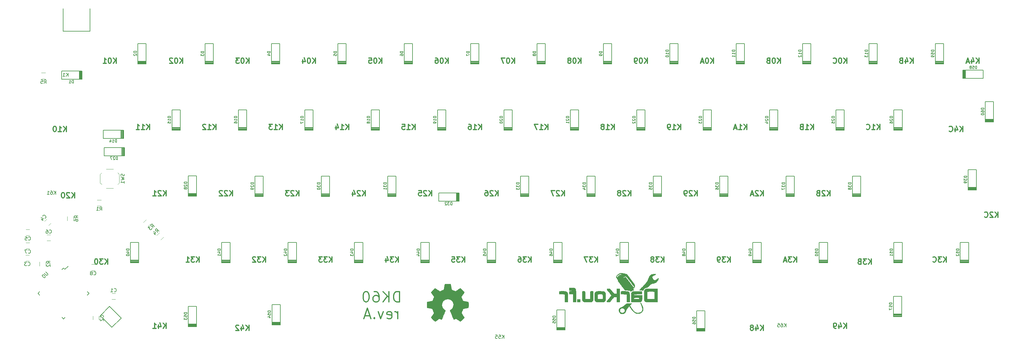
<source format=gbo>
G04 #@! TF.FileFunction,Legend,Bot*
%FSLAX46Y46*%
G04 Gerber Fmt 4.6, Leading zero omitted, Abs format (unit mm)*
G04 Created by KiCad (PCBNEW 4.0.5+dfsg1-4) date Mon May  8 00:20:08 2017*
%MOMM*%
%LPD*%
G01*
G04 APERTURE LIST*
%ADD10C,0.100000*%
%ADD11C,0.300000*%
%ADD12C,0.150000*%
%ADD13C,0.120000*%
%ADD14C,0.200000*%
%ADD15C,0.010000*%
%ADD16C,0.304800*%
G04 APERTURE END LIST*
D10*
D11*
X178392857Y-180957143D02*
X178392857Y-177957143D01*
X177678572Y-177957143D01*
X177250000Y-178100000D01*
X176964286Y-178385714D01*
X176821429Y-178671429D01*
X176678572Y-179242857D01*
X176678572Y-179671429D01*
X176821429Y-180242857D01*
X176964286Y-180528571D01*
X177250000Y-180814286D01*
X177678572Y-180957143D01*
X178392857Y-180957143D01*
X175392857Y-180957143D02*
X175392857Y-177957143D01*
X173678572Y-180957143D02*
X174964286Y-179242857D01*
X173678572Y-177957143D02*
X175392857Y-179671429D01*
X171107143Y-177957143D02*
X171678572Y-177957143D01*
X171964286Y-178100000D01*
X172107143Y-178242857D01*
X172392857Y-178671429D01*
X172535714Y-179242857D01*
X172535714Y-180385714D01*
X172392857Y-180671429D01*
X172250000Y-180814286D01*
X171964286Y-180957143D01*
X171392857Y-180957143D01*
X171107143Y-180814286D01*
X170964286Y-180671429D01*
X170821429Y-180385714D01*
X170821429Y-179671429D01*
X170964286Y-179385714D01*
X171107143Y-179242857D01*
X171392857Y-179100000D01*
X171964286Y-179100000D01*
X172250000Y-179242857D01*
X172392857Y-179385714D01*
X172535714Y-179671429D01*
X168964286Y-177957143D02*
X168678571Y-177957143D01*
X168392857Y-178100000D01*
X168250000Y-178242857D01*
X168107143Y-178528571D01*
X167964286Y-179100000D01*
X167964286Y-179814286D01*
X168107143Y-180385714D01*
X168250000Y-180671429D01*
X168392857Y-180814286D01*
X168678571Y-180957143D01*
X168964286Y-180957143D01*
X169250000Y-180814286D01*
X169392857Y-180671429D01*
X169535714Y-180385714D01*
X169678571Y-179814286D01*
X169678571Y-179100000D01*
X169535714Y-178528571D01*
X169392857Y-178242857D01*
X169250000Y-178100000D01*
X168964286Y-177957143D01*
X177892857Y-185757143D02*
X177892857Y-183757143D01*
X177892857Y-184328571D02*
X177750000Y-184042857D01*
X177607143Y-183900000D01*
X177321429Y-183757143D01*
X177035714Y-183757143D01*
X174892857Y-185614286D02*
X175178571Y-185757143D01*
X175750000Y-185757143D01*
X176035714Y-185614286D01*
X176178571Y-185328571D01*
X176178571Y-184185714D01*
X176035714Y-183900000D01*
X175750000Y-183757143D01*
X175178571Y-183757143D01*
X174892857Y-183900000D01*
X174750000Y-184185714D01*
X174750000Y-184471429D01*
X176178571Y-184757143D01*
X173750000Y-183757143D02*
X173035714Y-185757143D01*
X172321428Y-183757143D01*
X171178571Y-185471429D02*
X171035714Y-185614286D01*
X171178571Y-185757143D01*
X171321428Y-185614286D01*
X171178571Y-185471429D01*
X171178571Y-185757143D01*
X169892857Y-184900000D02*
X168464286Y-184900000D01*
X170178572Y-185757143D02*
X169178572Y-182757143D01*
X168178572Y-185757143D01*
D12*
X82000000Y-171181445D02*
X82406586Y-171588031D01*
X74681445Y-178500000D02*
X75158742Y-178977297D01*
X82000000Y-185818555D02*
X81522703Y-185341258D01*
X89318555Y-178500000D02*
X88841258Y-178022703D01*
X82000000Y-171181445D02*
X81522703Y-171658742D01*
X89318555Y-178500000D02*
X88841258Y-178977297D01*
X82000000Y-185818555D02*
X82477297Y-185341258D01*
X74681445Y-178500000D02*
X75158742Y-178022703D01*
X82406586Y-171588031D02*
X83308148Y-170686470D01*
D13*
X95850000Y-178500000D02*
X96850000Y-178500000D01*
X96850000Y-180200000D02*
X95850000Y-180200000D01*
X92125000Y-185050000D02*
X92125000Y-186050000D01*
X90425000Y-186050000D02*
X90425000Y-185050000D01*
X72125000Y-169175000D02*
X71125000Y-169175000D01*
X71125000Y-167475000D02*
X72125000Y-167475000D01*
X76545406Y-157752513D02*
X77252513Y-157045406D01*
X78454594Y-158247487D02*
X77747487Y-158954594D01*
X72250000Y-161850000D02*
X71250000Y-161850000D01*
X71250000Y-160150000D02*
X72250000Y-160150000D01*
X77250000Y-161650000D02*
X78250000Y-161650000D01*
X78250000Y-163350000D02*
X77250000Y-163350000D01*
X72250000Y-165600000D02*
X71250000Y-165600000D01*
X71250000Y-163900000D02*
X72250000Y-163900000D01*
X91000000Y-171850000D02*
X90000000Y-171850000D01*
X90000000Y-170150000D02*
X91000000Y-170150000D01*
D14*
X86525000Y-114550000D02*
X86525000Y-116950000D01*
X86700000Y-114550000D02*
X86700000Y-116950000D01*
X86875000Y-114550000D02*
X86875000Y-116950000D01*
X87275000Y-116950000D02*
X87275000Y-114550000D01*
X87050000Y-114550000D02*
X87050000Y-116950000D01*
X87175000Y-114550000D02*
X87175000Y-116950000D01*
X87250000Y-114550000D02*
X81450000Y-114550000D01*
X81450000Y-114550000D02*
X81450000Y-116950000D01*
X81450000Y-116950000D02*
X87250000Y-116950000D01*
X105700000Y-111775000D02*
X103300000Y-111775000D01*
X105700000Y-111950000D02*
X103300000Y-111950000D01*
X105700000Y-112125000D02*
X103300000Y-112125000D01*
X103300000Y-112525000D02*
X105700000Y-112525000D01*
X105700000Y-112300000D02*
X103300000Y-112300000D01*
X105700000Y-112425000D02*
X103300000Y-112425000D01*
X105700000Y-112500000D02*
X105700000Y-106700000D01*
X105700000Y-106700000D02*
X103300000Y-106700000D01*
X103300000Y-106700000D02*
X103300000Y-112500000D01*
X125025000Y-111812500D02*
X122625000Y-111812500D01*
X125025000Y-111987500D02*
X122625000Y-111987500D01*
X125025000Y-112162500D02*
X122625000Y-112162500D01*
X122625000Y-112562500D02*
X125025000Y-112562500D01*
X125025000Y-112337500D02*
X122625000Y-112337500D01*
X125025000Y-112462500D02*
X122625000Y-112462500D01*
X125025000Y-112537500D02*
X125025000Y-106737500D01*
X125025000Y-106737500D02*
X122625000Y-106737500D01*
X122625000Y-106737500D02*
X122625000Y-112537500D01*
X144075000Y-111812500D02*
X141675000Y-111812500D01*
X144075000Y-111987500D02*
X141675000Y-111987500D01*
X144075000Y-112162500D02*
X141675000Y-112162500D01*
X141675000Y-112562500D02*
X144075000Y-112562500D01*
X144075000Y-112337500D02*
X141675000Y-112337500D01*
X144075000Y-112462500D02*
X141675000Y-112462500D01*
X144075000Y-112537500D02*
X144075000Y-106737500D01*
X144075000Y-106737500D02*
X141675000Y-106737500D01*
X141675000Y-106737500D02*
X141675000Y-112537500D01*
X163125000Y-111812500D02*
X160725000Y-111812500D01*
X163125000Y-111987500D02*
X160725000Y-111987500D01*
X163125000Y-112162500D02*
X160725000Y-112162500D01*
X160725000Y-112562500D02*
X163125000Y-112562500D01*
X163125000Y-112337500D02*
X160725000Y-112337500D01*
X163125000Y-112462500D02*
X160725000Y-112462500D01*
X163125000Y-112537500D02*
X163125000Y-106737500D01*
X163125000Y-106737500D02*
X160725000Y-106737500D01*
X160725000Y-106737500D02*
X160725000Y-112537500D01*
X182175000Y-111812500D02*
X179775000Y-111812500D01*
X182175000Y-111987500D02*
X179775000Y-111987500D01*
X182175000Y-112162500D02*
X179775000Y-112162500D01*
X179775000Y-112562500D02*
X182175000Y-112562500D01*
X182175000Y-112337500D02*
X179775000Y-112337500D01*
X182175000Y-112462500D02*
X179775000Y-112462500D01*
X182175000Y-112537500D02*
X182175000Y-106737500D01*
X182175000Y-106737500D02*
X179775000Y-106737500D01*
X179775000Y-106737500D02*
X179775000Y-112537500D01*
X201225000Y-111812500D02*
X198825000Y-111812500D01*
X201225000Y-111987500D02*
X198825000Y-111987500D01*
X201225000Y-112162500D02*
X198825000Y-112162500D01*
X198825000Y-112562500D02*
X201225000Y-112562500D01*
X201225000Y-112337500D02*
X198825000Y-112337500D01*
X201225000Y-112462500D02*
X198825000Y-112462500D01*
X201225000Y-112537500D02*
X201225000Y-106737500D01*
X201225000Y-106737500D02*
X198825000Y-106737500D01*
X198825000Y-106737500D02*
X198825000Y-112537500D01*
X220275000Y-111812500D02*
X217875000Y-111812500D01*
X220275000Y-111987500D02*
X217875000Y-111987500D01*
X220275000Y-112162500D02*
X217875000Y-112162500D01*
X217875000Y-112562500D02*
X220275000Y-112562500D01*
X220275000Y-112337500D02*
X217875000Y-112337500D01*
X220275000Y-112462500D02*
X217875000Y-112462500D01*
X220275000Y-112537500D02*
X220275000Y-106737500D01*
X220275000Y-106737500D02*
X217875000Y-106737500D01*
X217875000Y-106737500D02*
X217875000Y-112537500D01*
X239325000Y-111812500D02*
X236925000Y-111812500D01*
X239325000Y-111987500D02*
X236925000Y-111987500D01*
X239325000Y-112162500D02*
X236925000Y-112162500D01*
X236925000Y-112562500D02*
X239325000Y-112562500D01*
X239325000Y-112337500D02*
X236925000Y-112337500D01*
X239325000Y-112462500D02*
X236925000Y-112462500D01*
X239325000Y-112537500D02*
X239325000Y-106737500D01*
X239325000Y-106737500D02*
X236925000Y-106737500D01*
X236925000Y-106737500D02*
X236925000Y-112537500D01*
X258375000Y-111812500D02*
X255975000Y-111812500D01*
X258375000Y-111987500D02*
X255975000Y-111987500D01*
X258375000Y-112162500D02*
X255975000Y-112162500D01*
X255975000Y-112562500D02*
X258375000Y-112562500D01*
X258375000Y-112337500D02*
X255975000Y-112337500D01*
X258375000Y-112462500D02*
X255975000Y-112462500D01*
X258375000Y-112537500D02*
X258375000Y-106737500D01*
X258375000Y-106737500D02*
X255975000Y-106737500D01*
X255975000Y-106737500D02*
X255975000Y-112537500D01*
X277425000Y-111812500D02*
X275025000Y-111812500D01*
X277425000Y-111987500D02*
X275025000Y-111987500D01*
X277425000Y-112162500D02*
X275025000Y-112162500D01*
X275025000Y-112562500D02*
X277425000Y-112562500D01*
X277425000Y-112337500D02*
X275025000Y-112337500D01*
X277425000Y-112462500D02*
X275025000Y-112462500D01*
X277425000Y-112537500D02*
X277425000Y-106737500D01*
X277425000Y-106737500D02*
X275025000Y-106737500D01*
X275025000Y-106737500D02*
X275025000Y-112537500D01*
X296475000Y-111812500D02*
X294075000Y-111812500D01*
X296475000Y-111987500D02*
X294075000Y-111987500D01*
X296475000Y-112162500D02*
X294075000Y-112162500D01*
X294075000Y-112562500D02*
X296475000Y-112562500D01*
X296475000Y-112337500D02*
X294075000Y-112337500D01*
X296475000Y-112462500D02*
X294075000Y-112462500D01*
X296475000Y-112537500D02*
X296475000Y-106737500D01*
X296475000Y-106737500D02*
X294075000Y-106737500D01*
X294075000Y-106737500D02*
X294075000Y-112537500D01*
X315525000Y-111812500D02*
X313125000Y-111812500D01*
X315525000Y-111987500D02*
X313125000Y-111987500D01*
X315525000Y-112162500D02*
X313125000Y-112162500D01*
X313125000Y-112562500D02*
X315525000Y-112562500D01*
X315525000Y-112337500D02*
X313125000Y-112337500D01*
X315525000Y-112462500D02*
X313125000Y-112462500D01*
X315525000Y-112537500D02*
X315525000Y-106737500D01*
X315525000Y-106737500D02*
X313125000Y-106737500D01*
X313125000Y-106737500D02*
X313125000Y-112537500D01*
X98525000Y-131550000D02*
X98525000Y-133950000D01*
X98700000Y-131550000D02*
X98700000Y-133950000D01*
X98875000Y-131550000D02*
X98875000Y-133950000D01*
X99275000Y-133950000D02*
X99275000Y-131550000D01*
X99050000Y-131550000D02*
X99050000Y-133950000D01*
X99175000Y-131550000D02*
X99175000Y-133950000D01*
X99250000Y-131550000D02*
X93450000Y-131550000D01*
X93450000Y-131550000D02*
X93450000Y-133950000D01*
X93450000Y-133950000D02*
X99250000Y-133950000D01*
X115500000Y-130862500D02*
X113100000Y-130862500D01*
X115500000Y-131037500D02*
X113100000Y-131037500D01*
X115500000Y-131212500D02*
X113100000Y-131212500D01*
X113100000Y-131612500D02*
X115500000Y-131612500D01*
X115500000Y-131387500D02*
X113100000Y-131387500D01*
X115500000Y-131512500D02*
X113100000Y-131512500D01*
X115500000Y-131587500D02*
X115500000Y-125787500D01*
X115500000Y-125787500D02*
X113100000Y-125787500D01*
X113100000Y-125787500D02*
X113100000Y-131587500D01*
X134550000Y-130862500D02*
X132150000Y-130862500D01*
X134550000Y-131037500D02*
X132150000Y-131037500D01*
X134550000Y-131212500D02*
X132150000Y-131212500D01*
X132150000Y-131612500D02*
X134550000Y-131612500D01*
X134550000Y-131387500D02*
X132150000Y-131387500D01*
X134550000Y-131512500D02*
X132150000Y-131512500D01*
X134550000Y-131587500D02*
X134550000Y-125787500D01*
X134550000Y-125787500D02*
X132150000Y-125787500D01*
X132150000Y-125787500D02*
X132150000Y-131587500D01*
X153600000Y-130862500D02*
X151200000Y-130862500D01*
X153600000Y-131037500D02*
X151200000Y-131037500D01*
X153600000Y-131212500D02*
X151200000Y-131212500D01*
X151200000Y-131612500D02*
X153600000Y-131612500D01*
X153600000Y-131387500D02*
X151200000Y-131387500D01*
X153600000Y-131512500D02*
X151200000Y-131512500D01*
X153600000Y-131587500D02*
X153600000Y-125787500D01*
X153600000Y-125787500D02*
X151200000Y-125787500D01*
X151200000Y-125787500D02*
X151200000Y-131587500D01*
X172650000Y-130862500D02*
X170250000Y-130862500D01*
X172650000Y-131037500D02*
X170250000Y-131037500D01*
X172650000Y-131212500D02*
X170250000Y-131212500D01*
X170250000Y-131612500D02*
X172650000Y-131612500D01*
X172650000Y-131387500D02*
X170250000Y-131387500D01*
X172650000Y-131512500D02*
X170250000Y-131512500D01*
X172650000Y-131587500D02*
X172650000Y-125787500D01*
X172650000Y-125787500D02*
X170250000Y-125787500D01*
X170250000Y-125787500D02*
X170250000Y-131587500D01*
X191700000Y-130862500D02*
X189300000Y-130862500D01*
X191700000Y-131037500D02*
X189300000Y-131037500D01*
X191700000Y-131212500D02*
X189300000Y-131212500D01*
X189300000Y-131612500D02*
X191700000Y-131612500D01*
X191700000Y-131387500D02*
X189300000Y-131387500D01*
X191700000Y-131512500D02*
X189300000Y-131512500D01*
X191700000Y-131587500D02*
X191700000Y-125787500D01*
X191700000Y-125787500D02*
X189300000Y-125787500D01*
X189300000Y-125787500D02*
X189300000Y-131587500D01*
X210750000Y-130862500D02*
X208350000Y-130862500D01*
X210750000Y-131037500D02*
X208350000Y-131037500D01*
X210750000Y-131212500D02*
X208350000Y-131212500D01*
X208350000Y-131612500D02*
X210750000Y-131612500D01*
X210750000Y-131387500D02*
X208350000Y-131387500D01*
X210750000Y-131512500D02*
X208350000Y-131512500D01*
X210750000Y-131587500D02*
X210750000Y-125787500D01*
X210750000Y-125787500D02*
X208350000Y-125787500D01*
X208350000Y-125787500D02*
X208350000Y-131587500D01*
X229800000Y-130862500D02*
X227400000Y-130862500D01*
X229800000Y-131037500D02*
X227400000Y-131037500D01*
X229800000Y-131212500D02*
X227400000Y-131212500D01*
X227400000Y-131612500D02*
X229800000Y-131612500D01*
X229800000Y-131387500D02*
X227400000Y-131387500D01*
X229800000Y-131512500D02*
X227400000Y-131512500D01*
X229800000Y-131587500D02*
X229800000Y-125787500D01*
X229800000Y-125787500D02*
X227400000Y-125787500D01*
X227400000Y-125787500D02*
X227400000Y-131587500D01*
X248850000Y-130862500D02*
X246450000Y-130862500D01*
X248850000Y-131037500D02*
X246450000Y-131037500D01*
X248850000Y-131212500D02*
X246450000Y-131212500D01*
X246450000Y-131612500D02*
X248850000Y-131612500D01*
X248850000Y-131387500D02*
X246450000Y-131387500D01*
X248850000Y-131512500D02*
X246450000Y-131512500D01*
X248850000Y-131587500D02*
X248850000Y-125787500D01*
X248850000Y-125787500D02*
X246450000Y-125787500D01*
X246450000Y-125787500D02*
X246450000Y-131587500D01*
X267900000Y-130862500D02*
X265500000Y-130862500D01*
X267900000Y-131037500D02*
X265500000Y-131037500D01*
X267900000Y-131212500D02*
X265500000Y-131212500D01*
X265500000Y-131612500D02*
X267900000Y-131612500D01*
X267900000Y-131387500D02*
X265500000Y-131387500D01*
X267900000Y-131512500D02*
X265500000Y-131512500D01*
X267900000Y-131587500D02*
X267900000Y-125787500D01*
X267900000Y-125787500D02*
X265500000Y-125787500D01*
X265500000Y-125787500D02*
X265500000Y-131587500D01*
X286950000Y-130862500D02*
X284550000Y-130862500D01*
X286950000Y-131037500D02*
X284550000Y-131037500D01*
X286950000Y-131212500D02*
X284550000Y-131212500D01*
X284550000Y-131612500D02*
X286950000Y-131612500D01*
X286950000Y-131387500D02*
X284550000Y-131387500D01*
X286950000Y-131512500D02*
X284550000Y-131512500D01*
X286950000Y-131587500D02*
X286950000Y-125787500D01*
X286950000Y-125787500D02*
X284550000Y-125787500D01*
X284550000Y-125787500D02*
X284550000Y-131587500D01*
X306000000Y-130862500D02*
X303600000Y-130862500D01*
X306000000Y-131037500D02*
X303600000Y-131037500D01*
X306000000Y-131212500D02*
X303600000Y-131212500D01*
X303600000Y-131612500D02*
X306000000Y-131612500D01*
X306000000Y-131387500D02*
X303600000Y-131387500D01*
X306000000Y-131512500D02*
X303600000Y-131512500D01*
X306000000Y-131587500D02*
X306000000Y-125787500D01*
X306000000Y-125787500D02*
X303600000Y-125787500D01*
X303600000Y-125787500D02*
X303600000Y-131587500D01*
X322668750Y-130862500D02*
X320268750Y-130862500D01*
X322668750Y-131037500D02*
X320268750Y-131037500D01*
X322668750Y-131212500D02*
X320268750Y-131212500D01*
X320268750Y-131612500D02*
X322668750Y-131612500D01*
X322668750Y-131387500D02*
X320268750Y-131387500D01*
X322668750Y-131512500D02*
X320268750Y-131512500D01*
X322668750Y-131587500D02*
X322668750Y-125787500D01*
X322668750Y-125787500D02*
X320268750Y-125787500D01*
X320268750Y-125787500D02*
X320268750Y-131587500D01*
X98775000Y-136550000D02*
X98775000Y-138950000D01*
X98950000Y-136550000D02*
X98950000Y-138950000D01*
X99125000Y-136550000D02*
X99125000Y-138950000D01*
X99525000Y-138950000D02*
X99525000Y-136550000D01*
X99300000Y-136550000D02*
X99300000Y-138950000D01*
X99425000Y-136550000D02*
X99425000Y-138950000D01*
X99500000Y-136550000D02*
X93700000Y-136550000D01*
X93700000Y-136550000D02*
X93700000Y-138950000D01*
X93700000Y-138950000D02*
X99500000Y-138950000D01*
X120200000Y-149775000D02*
X117800000Y-149775000D01*
X120200000Y-149950000D02*
X117800000Y-149950000D01*
X120200000Y-150125000D02*
X117800000Y-150125000D01*
X117800000Y-150525000D02*
X120200000Y-150525000D01*
X120200000Y-150300000D02*
X117800000Y-150300000D01*
X120200000Y-150425000D02*
X117800000Y-150425000D01*
X120200000Y-150500000D02*
X120200000Y-144700000D01*
X120200000Y-144700000D02*
X117800000Y-144700000D01*
X117800000Y-144700000D02*
X117800000Y-150500000D01*
X139312500Y-149912500D02*
X136912500Y-149912500D01*
X139312500Y-150087500D02*
X136912500Y-150087500D01*
X139312500Y-150262500D02*
X136912500Y-150262500D01*
X136912500Y-150662500D02*
X139312500Y-150662500D01*
X139312500Y-150437500D02*
X136912500Y-150437500D01*
X139312500Y-150562500D02*
X136912500Y-150562500D01*
X139312500Y-150637500D02*
X139312500Y-144837500D01*
X139312500Y-144837500D02*
X136912500Y-144837500D01*
X136912500Y-144837500D02*
X136912500Y-150637500D01*
X158362500Y-149912500D02*
X155962500Y-149912500D01*
X158362500Y-150087500D02*
X155962500Y-150087500D01*
X158362500Y-150262500D02*
X155962500Y-150262500D01*
X155962500Y-150662500D02*
X158362500Y-150662500D01*
X158362500Y-150437500D02*
X155962500Y-150437500D01*
X158362500Y-150562500D02*
X155962500Y-150562500D01*
X158362500Y-150637500D02*
X158362500Y-144837500D01*
X158362500Y-144837500D02*
X155962500Y-144837500D01*
X155962500Y-144837500D02*
X155962500Y-150637500D01*
X177412500Y-149912500D02*
X175012500Y-149912500D01*
X177412500Y-150087500D02*
X175012500Y-150087500D01*
X177412500Y-150262500D02*
X175012500Y-150262500D01*
X175012500Y-150662500D02*
X177412500Y-150662500D01*
X177412500Y-150437500D02*
X175012500Y-150437500D01*
X177412500Y-150562500D02*
X175012500Y-150562500D01*
X177412500Y-150637500D02*
X177412500Y-144837500D01*
X177412500Y-144837500D02*
X175012500Y-144837500D01*
X175012500Y-144837500D02*
X175012500Y-150637500D01*
X194750000Y-149600000D02*
X194750000Y-152000000D01*
X194925000Y-149600000D02*
X194925000Y-152000000D01*
X195100000Y-149600000D02*
X195100000Y-152000000D01*
X195500000Y-152000000D02*
X195500000Y-149600000D01*
X195275000Y-149600000D02*
X195275000Y-152000000D01*
X195400000Y-149600000D02*
X195400000Y-152000000D01*
X195475000Y-149600000D02*
X189675000Y-149600000D01*
X189675000Y-149600000D02*
X189675000Y-152000000D01*
X189675000Y-152000000D02*
X195475000Y-152000000D01*
X215512500Y-149912500D02*
X213112500Y-149912500D01*
X215512500Y-150087500D02*
X213112500Y-150087500D01*
X215512500Y-150262500D02*
X213112500Y-150262500D01*
X213112500Y-150662500D02*
X215512500Y-150662500D01*
X215512500Y-150437500D02*
X213112500Y-150437500D01*
X215512500Y-150562500D02*
X213112500Y-150562500D01*
X215512500Y-150637500D02*
X215512500Y-144837500D01*
X215512500Y-144837500D02*
X213112500Y-144837500D01*
X213112500Y-144837500D02*
X213112500Y-150637500D01*
X234562500Y-149912500D02*
X232162500Y-149912500D01*
X234562500Y-150087500D02*
X232162500Y-150087500D01*
X234562500Y-150262500D02*
X232162500Y-150262500D01*
X232162500Y-150662500D02*
X234562500Y-150662500D01*
X234562500Y-150437500D02*
X232162500Y-150437500D01*
X234562500Y-150562500D02*
X232162500Y-150562500D01*
X234562500Y-150637500D02*
X234562500Y-144837500D01*
X234562500Y-144837500D02*
X232162500Y-144837500D01*
X232162500Y-144837500D02*
X232162500Y-150637500D01*
X253612500Y-149912500D02*
X251212500Y-149912500D01*
X253612500Y-150087500D02*
X251212500Y-150087500D01*
X253612500Y-150262500D02*
X251212500Y-150262500D01*
X251212500Y-150662500D02*
X253612500Y-150662500D01*
X253612500Y-150437500D02*
X251212500Y-150437500D01*
X253612500Y-150562500D02*
X251212500Y-150562500D01*
X253612500Y-150637500D02*
X253612500Y-144837500D01*
X253612500Y-144837500D02*
X251212500Y-144837500D01*
X251212500Y-144837500D02*
X251212500Y-150637500D01*
X272662500Y-149912500D02*
X270262500Y-149912500D01*
X272662500Y-150087500D02*
X270262500Y-150087500D01*
X272662500Y-150262500D02*
X270262500Y-150262500D01*
X270262500Y-150662500D02*
X272662500Y-150662500D01*
X272662500Y-150437500D02*
X270262500Y-150437500D01*
X272662500Y-150562500D02*
X270262500Y-150562500D01*
X272662500Y-150637500D02*
X272662500Y-144837500D01*
X272662500Y-144837500D02*
X270262500Y-144837500D01*
X270262500Y-144837500D02*
X270262500Y-150637500D01*
X291712500Y-149912500D02*
X289312500Y-149912500D01*
X291712500Y-150087500D02*
X289312500Y-150087500D01*
X291712500Y-150262500D02*
X289312500Y-150262500D01*
X289312500Y-150662500D02*
X291712500Y-150662500D01*
X291712500Y-150437500D02*
X289312500Y-150437500D01*
X291712500Y-150562500D02*
X289312500Y-150562500D01*
X291712500Y-150637500D02*
X291712500Y-144837500D01*
X291712500Y-144837500D02*
X289312500Y-144837500D01*
X289312500Y-144837500D02*
X289312500Y-150637500D01*
X310762500Y-149912500D02*
X308362500Y-149912500D01*
X310762500Y-150087500D02*
X308362500Y-150087500D01*
X310762500Y-150262500D02*
X308362500Y-150262500D01*
X308362500Y-150662500D02*
X310762500Y-150662500D01*
X310762500Y-150437500D02*
X308362500Y-150437500D01*
X310762500Y-150562500D02*
X308362500Y-150562500D01*
X310762500Y-150637500D02*
X310762500Y-144837500D01*
X310762500Y-144837500D02*
X308362500Y-144837500D01*
X308362500Y-144837500D02*
X308362500Y-150637500D01*
X343950000Y-148025000D02*
X341550000Y-148025000D01*
X343950000Y-148200000D02*
X341550000Y-148200000D01*
X343950000Y-148375000D02*
X341550000Y-148375000D01*
X341550000Y-148775000D02*
X343950000Y-148775000D01*
X343950000Y-148550000D02*
X341550000Y-148550000D01*
X343950000Y-148675000D02*
X341550000Y-148675000D01*
X343950000Y-148750000D02*
X343950000Y-142950000D01*
X343950000Y-142950000D02*
X341550000Y-142950000D01*
X341550000Y-142950000D02*
X341550000Y-148750000D01*
X103593750Y-168962500D02*
X101193750Y-168962500D01*
X103593750Y-169137500D02*
X101193750Y-169137500D01*
X103593750Y-169312500D02*
X101193750Y-169312500D01*
X101193750Y-169712500D02*
X103593750Y-169712500D01*
X103593750Y-169487500D02*
X101193750Y-169487500D01*
X103593750Y-169612500D02*
X101193750Y-169612500D01*
X103593750Y-169687500D02*
X103593750Y-163887500D01*
X103593750Y-163887500D02*
X101193750Y-163887500D01*
X101193750Y-163887500D02*
X101193750Y-169687500D01*
X129787500Y-168962500D02*
X127387500Y-168962500D01*
X129787500Y-169137500D02*
X127387500Y-169137500D01*
X129787500Y-169312500D02*
X127387500Y-169312500D01*
X127387500Y-169712500D02*
X129787500Y-169712500D01*
X129787500Y-169487500D02*
X127387500Y-169487500D01*
X129787500Y-169612500D02*
X127387500Y-169612500D01*
X129787500Y-169687500D02*
X129787500Y-163887500D01*
X129787500Y-163887500D02*
X127387500Y-163887500D01*
X127387500Y-163887500D02*
X127387500Y-169687500D01*
X148837500Y-168962500D02*
X146437500Y-168962500D01*
X148837500Y-169137500D02*
X146437500Y-169137500D01*
X148837500Y-169312500D02*
X146437500Y-169312500D01*
X146437500Y-169712500D02*
X148837500Y-169712500D01*
X148837500Y-169487500D02*
X146437500Y-169487500D01*
X148837500Y-169612500D02*
X146437500Y-169612500D01*
X148837500Y-169687500D02*
X148837500Y-163887500D01*
X148837500Y-163887500D02*
X146437500Y-163887500D01*
X146437500Y-163887500D02*
X146437500Y-169687500D01*
X167887500Y-168962500D02*
X165487500Y-168962500D01*
X167887500Y-169137500D02*
X165487500Y-169137500D01*
X167887500Y-169312500D02*
X165487500Y-169312500D01*
X165487500Y-169712500D02*
X167887500Y-169712500D01*
X167887500Y-169487500D02*
X165487500Y-169487500D01*
X167887500Y-169612500D02*
X165487500Y-169612500D01*
X167887500Y-169687500D02*
X167887500Y-163887500D01*
X167887500Y-163887500D02*
X165487500Y-163887500D01*
X165487500Y-163887500D02*
X165487500Y-169687500D01*
X186937500Y-168962500D02*
X184537500Y-168962500D01*
X186937500Y-169137500D02*
X184537500Y-169137500D01*
X186937500Y-169312500D02*
X184537500Y-169312500D01*
X184537500Y-169712500D02*
X186937500Y-169712500D01*
X186937500Y-169487500D02*
X184537500Y-169487500D01*
X186937500Y-169612500D02*
X184537500Y-169612500D01*
X186937500Y-169687500D02*
X186937500Y-163887500D01*
X186937500Y-163887500D02*
X184537500Y-163887500D01*
X184537500Y-163887500D02*
X184537500Y-169687500D01*
X205987500Y-168962500D02*
X203587500Y-168962500D01*
X205987500Y-169137500D02*
X203587500Y-169137500D01*
X205987500Y-169312500D02*
X203587500Y-169312500D01*
X203587500Y-169712500D02*
X205987500Y-169712500D01*
X205987500Y-169487500D02*
X203587500Y-169487500D01*
X205987500Y-169612500D02*
X203587500Y-169612500D01*
X205987500Y-169687500D02*
X205987500Y-163887500D01*
X205987500Y-163887500D02*
X203587500Y-163887500D01*
X203587500Y-163887500D02*
X203587500Y-169687500D01*
X225037500Y-168962500D02*
X222637500Y-168962500D01*
X225037500Y-169137500D02*
X222637500Y-169137500D01*
X225037500Y-169312500D02*
X222637500Y-169312500D01*
X222637500Y-169712500D02*
X225037500Y-169712500D01*
X225037500Y-169487500D02*
X222637500Y-169487500D01*
X225037500Y-169612500D02*
X222637500Y-169612500D01*
X225037500Y-169687500D02*
X225037500Y-163887500D01*
X225037500Y-163887500D02*
X222637500Y-163887500D01*
X222637500Y-163887500D02*
X222637500Y-169687500D01*
X244087500Y-168962500D02*
X241687500Y-168962500D01*
X244087500Y-169137500D02*
X241687500Y-169137500D01*
X244087500Y-169312500D02*
X241687500Y-169312500D01*
X241687500Y-169712500D02*
X244087500Y-169712500D01*
X244087500Y-169487500D02*
X241687500Y-169487500D01*
X244087500Y-169612500D02*
X241687500Y-169612500D01*
X244087500Y-169687500D02*
X244087500Y-163887500D01*
X244087500Y-163887500D02*
X241687500Y-163887500D01*
X241687500Y-163887500D02*
X241687500Y-169687500D01*
X263137500Y-168962500D02*
X260737500Y-168962500D01*
X263137500Y-169137500D02*
X260737500Y-169137500D01*
X263137500Y-169312500D02*
X260737500Y-169312500D01*
X260737500Y-169712500D02*
X263137500Y-169712500D01*
X263137500Y-169487500D02*
X260737500Y-169487500D01*
X263137500Y-169612500D02*
X260737500Y-169612500D01*
X263137500Y-169687500D02*
X263137500Y-163887500D01*
X263137500Y-163887500D02*
X260737500Y-163887500D01*
X260737500Y-163887500D02*
X260737500Y-169687500D01*
X282187500Y-168962500D02*
X279787500Y-168962500D01*
X282187500Y-169137500D02*
X279787500Y-169137500D01*
X282187500Y-169312500D02*
X279787500Y-169312500D01*
X279787500Y-169712500D02*
X282187500Y-169712500D01*
X282187500Y-169487500D02*
X279787500Y-169487500D01*
X282187500Y-169612500D02*
X279787500Y-169612500D01*
X282187500Y-169687500D02*
X282187500Y-163887500D01*
X282187500Y-163887500D02*
X279787500Y-163887500D01*
X279787500Y-163887500D02*
X279787500Y-169687500D01*
X301237500Y-168962500D02*
X298837500Y-168962500D01*
X301237500Y-169137500D02*
X298837500Y-169137500D01*
X301237500Y-169312500D02*
X298837500Y-169312500D01*
X298837500Y-169712500D02*
X301237500Y-169712500D01*
X301237500Y-169487500D02*
X298837500Y-169487500D01*
X301237500Y-169612500D02*
X298837500Y-169612500D01*
X301237500Y-169687500D02*
X301237500Y-163887500D01*
X301237500Y-163887500D02*
X298837500Y-163887500D01*
X298837500Y-163887500D02*
X298837500Y-169687500D01*
X322668750Y-168962500D02*
X320268750Y-168962500D01*
X322668750Y-169137500D02*
X320268750Y-169137500D01*
X322668750Y-169312500D02*
X320268750Y-169312500D01*
X320268750Y-169712500D02*
X322668750Y-169712500D01*
X322668750Y-169487500D02*
X320268750Y-169487500D01*
X322668750Y-169612500D02*
X320268750Y-169612500D01*
X322668750Y-169687500D02*
X322668750Y-163887500D01*
X322668750Y-163887500D02*
X320268750Y-163887500D01*
X320268750Y-163887500D02*
X320268750Y-169687500D01*
X341718750Y-168962500D02*
X339318750Y-168962500D01*
X341718750Y-169137500D02*
X339318750Y-169137500D01*
X341718750Y-169312500D02*
X339318750Y-169312500D01*
X339318750Y-169712500D02*
X341718750Y-169712500D01*
X341718750Y-169487500D02*
X339318750Y-169487500D01*
X341718750Y-169612500D02*
X339318750Y-169612500D01*
X341718750Y-169687500D02*
X341718750Y-163887500D01*
X341718750Y-163887500D02*
X339318750Y-163887500D01*
X339318750Y-163887500D02*
X339318750Y-169687500D01*
X120200000Y-187275000D02*
X117800000Y-187275000D01*
X120200000Y-187450000D02*
X117800000Y-187450000D01*
X120200000Y-187625000D02*
X117800000Y-187625000D01*
X117800000Y-188025000D02*
X120200000Y-188025000D01*
X120200000Y-187800000D02*
X117800000Y-187800000D01*
X120200000Y-187925000D02*
X117800000Y-187925000D01*
X120200000Y-188000000D02*
X120200000Y-182200000D01*
X120200000Y-182200000D02*
X117800000Y-182200000D01*
X117800000Y-182200000D02*
X117800000Y-188000000D01*
X144200000Y-186775000D02*
X141800000Y-186775000D01*
X144200000Y-186950000D02*
X141800000Y-186950000D01*
X144200000Y-187125000D02*
X141800000Y-187125000D01*
X141800000Y-187525000D02*
X144200000Y-187525000D01*
X144200000Y-187300000D02*
X141800000Y-187300000D01*
X144200000Y-187425000D02*
X141800000Y-187425000D01*
X144200000Y-187500000D02*
X144200000Y-181700000D01*
X144200000Y-181700000D02*
X141800000Y-181700000D01*
X141800000Y-181700000D02*
X141800000Y-187500000D01*
X225950000Y-188275000D02*
X223550000Y-188275000D01*
X225950000Y-188450000D02*
X223550000Y-188450000D01*
X225950000Y-188625000D02*
X223550000Y-188625000D01*
X223550000Y-189025000D02*
X225950000Y-189025000D01*
X225950000Y-188800000D02*
X223550000Y-188800000D01*
X225950000Y-188925000D02*
X223550000Y-188925000D01*
X225950000Y-189000000D02*
X225950000Y-183200000D01*
X225950000Y-183200000D02*
X223550000Y-183200000D01*
X223550000Y-183200000D02*
X223550000Y-189000000D01*
X266075000Y-188575000D02*
X263675000Y-188575000D01*
X266075000Y-188750000D02*
X263675000Y-188750000D01*
X266075000Y-188925000D02*
X263675000Y-188925000D01*
X263675000Y-189325000D02*
X266075000Y-189325000D01*
X266075000Y-189100000D02*
X263675000Y-189100000D01*
X266075000Y-189225000D02*
X263675000Y-189225000D01*
X266075000Y-189300000D02*
X266075000Y-183500000D01*
X266075000Y-183500000D02*
X263675000Y-183500000D01*
X263675000Y-183500000D02*
X263675000Y-189300000D01*
X322525000Y-184450000D02*
X320125000Y-184450000D01*
X322525000Y-184625000D02*
X320125000Y-184625000D01*
X322525000Y-184800000D02*
X320125000Y-184800000D01*
X320125000Y-185200000D02*
X322525000Y-185200000D01*
X322525000Y-184975000D02*
X320125000Y-184975000D01*
X322525000Y-185100000D02*
X320125000Y-185100000D01*
X322525000Y-185175000D02*
X322525000Y-179375000D01*
X322525000Y-179375000D02*
X320125000Y-179375000D01*
X320125000Y-179375000D02*
X320125000Y-185175000D01*
X340800000Y-116675000D02*
X340800000Y-114275000D01*
X340625000Y-116675000D02*
X340625000Y-114275000D01*
X340450000Y-116675000D02*
X340450000Y-114275000D01*
X340050000Y-114275000D02*
X340050000Y-116675000D01*
X340275000Y-116675000D02*
X340275000Y-114275000D01*
X340150000Y-116675000D02*
X340150000Y-114275000D01*
X340075000Y-116675000D02*
X345875000Y-116675000D01*
X345875000Y-116675000D02*
X345875000Y-114275000D01*
X345875000Y-114275000D02*
X340075000Y-114275000D01*
X334575000Y-111812500D02*
X332175000Y-111812500D01*
X334575000Y-111987500D02*
X332175000Y-111987500D01*
X334575000Y-112162500D02*
X332175000Y-112162500D01*
X332175000Y-112562500D02*
X334575000Y-112562500D01*
X334575000Y-112337500D02*
X332175000Y-112337500D01*
X334575000Y-112462500D02*
X332175000Y-112462500D01*
X334575000Y-112537500D02*
X334575000Y-106737500D01*
X334575000Y-106737500D02*
X332175000Y-106737500D01*
X332175000Y-106737500D02*
X332175000Y-112537500D01*
X348862500Y-128481250D02*
X346462500Y-128481250D01*
X348862500Y-128656250D02*
X346462500Y-128656250D01*
X348862500Y-128831250D02*
X346462500Y-128831250D01*
X346462500Y-129231250D02*
X348862500Y-129231250D01*
X348862500Y-129006250D02*
X346462500Y-129006250D01*
X348862500Y-129131250D02*
X346462500Y-129131250D01*
X348862500Y-129206250D02*
X348862500Y-123406250D01*
X348862500Y-123406250D02*
X346462500Y-123406250D01*
X346462500Y-123406250D02*
X346462500Y-129206250D01*
X89600000Y-103150000D02*
X89600000Y-96650000D01*
X81900000Y-103150000D02*
X81900000Y-96650000D01*
X81900000Y-103150000D02*
X89600000Y-103150000D01*
D13*
X92850000Y-151620000D02*
X91650000Y-151620000D01*
X91650000Y-153380000D02*
X92850000Y-153380000D01*
X75120000Y-169400000D02*
X75120000Y-170600000D01*
X76880000Y-170600000D02*
X76880000Y-169400000D01*
X105802010Y-157203482D02*
X104953482Y-158052010D01*
X106197990Y-159296518D02*
X107046518Y-158447990D01*
X109947990Y-163046518D02*
X110796518Y-162197990D01*
X109552010Y-160953482D02*
X108703482Y-161802010D01*
X92950000Y-147200000D02*
X92500000Y-146750000D01*
X92950000Y-143800000D02*
X92500000Y-144250000D01*
X97550000Y-143800000D02*
X98000000Y-144250000D01*
X97550000Y-147200000D02*
X98000000Y-146750000D01*
X96250000Y-142750000D02*
X94250000Y-142750000D01*
X92500000Y-146750000D02*
X92500000Y-144250000D01*
X96250000Y-148250000D02*
X94250000Y-148250000D01*
X98000000Y-146750000D02*
X98000000Y-144250000D01*
D15*
G36*
X191971415Y-175789112D02*
X191783018Y-175789892D01*
X191642887Y-175792000D01*
X191543405Y-175796097D01*
X191476956Y-175802845D01*
X191435923Y-175812906D01*
X191412689Y-175826941D01*
X191399637Y-175845610D01*
X191393052Y-175860437D01*
X191378808Y-175911521D01*
X191355531Y-176015159D01*
X191325258Y-176161378D01*
X191290024Y-176340205D01*
X191251867Y-176541665D01*
X191232842Y-176644955D01*
X191194343Y-176851922D01*
X191158091Y-177039337D01*
X191126043Y-177197671D01*
X191100155Y-177317391D01*
X191082383Y-177388967D01*
X191077080Y-177403853D01*
X191042255Y-177427525D01*
X190959765Y-177469604D01*
X190841027Y-177525217D01*
X190697455Y-177589491D01*
X190540465Y-177657554D01*
X190381471Y-177724533D01*
X190231890Y-177785555D01*
X190103136Y-177835749D01*
X190006624Y-177870241D01*
X189953769Y-177884159D01*
X189951661Y-177884237D01*
X189916711Y-177866885D01*
X189837103Y-177818242D01*
X189720361Y-177743200D01*
X189574009Y-177646649D01*
X189405572Y-177533483D01*
X189267950Y-177439737D01*
X189087845Y-177317267D01*
X188924176Y-177207724D01*
X188784457Y-177115996D01*
X188676201Y-177046969D01*
X188606923Y-177005533D01*
X188584985Y-176995500D01*
X188550989Y-177017392D01*
X188481059Y-177078000D01*
X188382697Y-177169722D01*
X188263407Y-177284956D01*
X188130693Y-177416098D01*
X187992057Y-177555548D01*
X187855002Y-177695702D01*
X187727033Y-177828958D01*
X187615652Y-177947713D01*
X187528363Y-178044366D01*
X187472668Y-178111315D01*
X187455750Y-178139645D01*
X187470314Y-178179964D01*
X187514931Y-178259821D01*
X187590997Y-178381358D01*
X187699904Y-178546713D01*
X187843046Y-178758026D01*
X188021815Y-179017435D01*
X188110010Y-179144336D01*
X188191862Y-179265879D01*
X188257919Y-179371608D01*
X188300648Y-179448964D01*
X188313000Y-179482813D01*
X188300992Y-179523227D01*
X188268157Y-179610405D01*
X188219284Y-179733007D01*
X188159159Y-179879693D01*
X188092569Y-180039122D01*
X188024302Y-180199954D01*
X187959146Y-180350847D01*
X187901886Y-180480461D01*
X187857310Y-180577456D01*
X187830206Y-180630491D01*
X187826116Y-180636218D01*
X187791524Y-180646474D01*
X187703345Y-180666350D01*
X187570450Y-180694027D01*
X187401713Y-180727686D01*
X187206007Y-180765507D01*
X187073734Y-180790488D01*
X186863703Y-180830166D01*
X186673241Y-180866825D01*
X186511664Y-180898618D01*
X186388287Y-180923696D01*
X186312425Y-180940211D01*
X186293552Y-180945256D01*
X186279607Y-180960739D01*
X186268801Y-180999664D01*
X186260774Y-181068745D01*
X186255166Y-181174698D01*
X186251616Y-181324238D01*
X186249765Y-181524080D01*
X186249251Y-181770738D01*
X186249546Y-182019092D01*
X186250762Y-182211282D01*
X186253392Y-182354646D01*
X186257931Y-182456519D01*
X186264873Y-182524238D01*
X186274711Y-182565139D01*
X186287940Y-182586556D01*
X186304813Y-182595757D01*
X186359841Y-182608534D01*
X186459750Y-182628643D01*
X186586854Y-182652585D01*
X186646125Y-182663304D01*
X186955496Y-182719202D01*
X187207316Y-182766327D01*
X187406753Y-182805838D01*
X187558976Y-182838893D01*
X187669152Y-182866653D01*
X187742450Y-182890276D01*
X187784036Y-182910923D01*
X187794977Y-182921042D01*
X187816753Y-182963083D01*
X187856593Y-183051955D01*
X187909945Y-183176472D01*
X187972255Y-183325445D01*
X188038972Y-183487686D01*
X188105543Y-183652006D01*
X188167415Y-183807217D01*
X188220036Y-183942132D01*
X188258853Y-184045562D01*
X188279314Y-184106319D01*
X188281340Y-184116315D01*
X188264059Y-184148462D01*
X188215654Y-184225095D01*
X188141200Y-184338530D01*
X188045774Y-184481082D01*
X187934452Y-184645066D01*
X187868500Y-184741301D01*
X187750137Y-184915926D01*
X187645029Y-185075744D01*
X187558318Y-185212546D01*
X187495144Y-185318122D01*
X187460648Y-185384262D01*
X187455750Y-185400422D01*
X187477834Y-185439840D01*
X187540575Y-185517320D01*
X187638711Y-185627071D01*
X187766975Y-185763299D01*
X187920106Y-185920209D01*
X188008283Y-186008521D01*
X188180773Y-186179494D01*
X188314461Y-186310203D01*
X188415249Y-186405481D01*
X188489040Y-186470160D01*
X188541736Y-186509073D01*
X188579242Y-186527053D01*
X188607458Y-186528932D01*
X188632289Y-186519542D01*
X188632405Y-186519480D01*
X188679516Y-186490371D01*
X188769830Y-186431156D01*
X188894339Y-186347872D01*
X189044033Y-186246557D01*
X189209904Y-186133245D01*
X189252541Y-186103958D01*
X189418266Y-185991261D01*
X189567753Y-185891995D01*
X189692657Y-185811509D01*
X189784633Y-185755151D01*
X189835337Y-185728269D01*
X189841143Y-185726750D01*
X189884996Y-185740623D01*
X189970737Y-185777978D01*
X190084225Y-185832418D01*
X190163926Y-185872773D01*
X190291340Y-185934584D01*
X190393401Y-185976362D01*
X190458470Y-185993677D01*
X190474470Y-185990980D01*
X190493182Y-185955634D01*
X190532751Y-185868984D01*
X190589961Y-185738487D01*
X190661592Y-185571599D01*
X190744427Y-185375774D01*
X190835247Y-185158469D01*
X190869855Y-185075019D01*
X190971456Y-184829675D01*
X191073663Y-184583146D01*
X191171585Y-184347204D01*
X191260334Y-184133624D01*
X191335020Y-183954180D01*
X191390754Y-183820644D01*
X191394462Y-183811784D01*
X191453884Y-183666651D01*
X191502998Y-183540601D01*
X191537063Y-183446245D01*
X191551341Y-183396196D01*
X191551500Y-183393883D01*
X191527235Y-183356089D01*
X191463040Y-183295075D01*
X191371820Y-183222845D01*
X191353063Y-183209248D01*
X191076091Y-182980337D01*
X190859089Y-182731720D01*
X190701154Y-182461769D01*
X190601383Y-182168855D01*
X190558874Y-181851353D01*
X190557099Y-181773875D01*
X190583555Y-181456339D01*
X190666480Y-181164590D01*
X190807933Y-180893472D01*
X191009975Y-180637827D01*
X191011557Y-180636134D01*
X191248937Y-180426263D01*
X191513644Y-180269609D01*
X191797871Y-180166494D01*
X192093812Y-180117238D01*
X192393660Y-180122165D01*
X192689608Y-180181595D01*
X192973849Y-180295850D01*
X193238577Y-180465253D01*
X193328549Y-180540652D01*
X193549509Y-180778671D01*
X193713112Y-181043856D01*
X193818903Y-181335179D01*
X193866423Y-181651613D01*
X193869250Y-181754673D01*
X193846612Y-182071880D01*
X193776353Y-182356279D01*
X193654956Y-182614475D01*
X193478905Y-182853072D01*
X193244683Y-183078676D01*
X193106530Y-183187283D01*
X193006427Y-183266349D01*
X192929865Y-183336067D01*
X192888807Y-183385153D01*
X192885000Y-183396225D01*
X192896770Y-183435220D01*
X192930206Y-183525721D01*
X192982502Y-183660640D01*
X193050852Y-183832889D01*
X193132448Y-184035378D01*
X193224483Y-184261021D01*
X193301865Y-184448907D01*
X193405104Y-184698707D01*
X193504857Y-184940395D01*
X193597427Y-185164991D01*
X193679119Y-185363514D01*
X193746235Y-185526985D01*
X193795079Y-185646422D01*
X193814798Y-185695000D01*
X193874849Y-185841660D01*
X193922571Y-185935263D01*
X193971006Y-185980962D01*
X194033196Y-185983912D01*
X194122182Y-185949267D01*
X194251008Y-185882179D01*
X194266964Y-185873682D01*
X194389066Y-185810843D01*
X194492670Y-185761419D01*
X194563491Y-185732023D01*
X194584309Y-185726750D01*
X194621317Y-185743976D01*
X194702608Y-185792282D01*
X194820252Y-185866604D01*
X194966318Y-185961880D01*
X195132878Y-186073049D01*
X195230886Y-186139500D01*
X195404203Y-186257021D01*
X195560107Y-186361521D01*
X195690951Y-186447976D01*
X195789087Y-186511357D01*
X195846870Y-186546639D01*
X195858792Y-186552250D01*
X195886614Y-186530781D01*
X195952871Y-186470445D01*
X196051169Y-186377350D01*
X196175113Y-186257602D01*
X196318311Y-186117308D01*
X196431006Y-186005749D01*
X196583794Y-185851680D01*
X196720259Y-185709889D01*
X196834195Y-185587166D01*
X196919400Y-185490301D01*
X196969669Y-185426085D01*
X196980751Y-185404049D01*
X196963325Y-185362936D01*
X196914489Y-185278079D01*
X196839399Y-185157644D01*
X196743214Y-185009798D01*
X196631093Y-184842710D01*
X196568933Y-184751987D01*
X196450804Y-184579179D01*
X196345829Y-184422549D01*
X196259146Y-184290019D01*
X196195896Y-184189512D01*
X196161218Y-184128949D01*
X196156183Y-184115816D01*
X196167522Y-184070702D01*
X196199322Y-183978611D01*
X196246989Y-183850912D01*
X196305927Y-183698975D01*
X196371542Y-183534170D01*
X196439238Y-183367868D01*
X196504420Y-183211439D01*
X196562495Y-183076251D01*
X196608866Y-182973676D01*
X196638938Y-182915084D01*
X196644607Y-182907229D01*
X196686373Y-182889822D01*
X196781267Y-182863845D01*
X196919829Y-182831450D01*
X197092597Y-182794790D01*
X197290111Y-182756013D01*
X197396342Y-182736295D01*
X197602674Y-182697706D01*
X197789019Y-182660908D01*
X197945932Y-182627925D01*
X198063970Y-182600780D01*
X198133687Y-182581496D01*
X198147563Y-182575365D01*
X198161381Y-182533905D01*
X198172549Y-182440460D01*
X198181092Y-182305480D01*
X198187037Y-182139414D01*
X198190410Y-181952714D01*
X198191237Y-181755828D01*
X198189545Y-181559207D01*
X198185358Y-181373299D01*
X198178704Y-181208556D01*
X198169609Y-181075426D01*
X198158098Y-180984360D01*
X198144199Y-180945807D01*
X198143484Y-180945462D01*
X198100930Y-180935082D01*
X198005223Y-180915052D01*
X197865663Y-180887210D01*
X197691549Y-180853393D01*
X197492182Y-180815440D01*
X197362698Y-180791147D01*
X197153767Y-180751245D01*
X196965674Y-180713574D01*
X196807435Y-180680083D01*
X196688064Y-180652719D01*
X196616578Y-180633432D01*
X196600251Y-180626375D01*
X196576225Y-180584757D01*
X196533939Y-180496103D01*
X196478269Y-180372046D01*
X196414094Y-180224221D01*
X196346288Y-180064262D01*
X196279731Y-179903803D01*
X196219297Y-179754477D01*
X196169865Y-179627920D01*
X196136311Y-179535765D01*
X196123513Y-179489646D01*
X196123500Y-179489079D01*
X196140864Y-179447851D01*
X196189557Y-179362723D01*
X196264484Y-179241805D01*
X196360546Y-179093208D01*
X196472648Y-178925046D01*
X196540389Y-178825560D01*
X196660115Y-178649578D01*
X196767819Y-178488483D01*
X196858176Y-178350467D01*
X196925864Y-178243719D01*
X196965559Y-178176428D01*
X196973525Y-178159222D01*
X196966555Y-178127171D01*
X196931057Y-178072263D01*
X196863426Y-177990386D01*
X196760056Y-177877424D01*
X196617342Y-177729265D01*
X196437914Y-177548035D01*
X196283766Y-177395246D01*
X196142999Y-177258658D01*
X196022182Y-177144407D01*
X195927882Y-177058632D01*
X195866669Y-177007469D01*
X195846539Y-176995500D01*
X195810307Y-177012875D01*
X195729752Y-177061670D01*
X195612570Y-177136887D01*
X195466458Y-177233527D01*
X195299113Y-177346592D01*
X195179449Y-177428698D01*
X195001503Y-177550717D01*
X194839112Y-177660531D01*
X194700123Y-177752956D01*
X194592383Y-177822810D01*
X194523737Y-177864912D01*
X194503727Y-177874962D01*
X194460553Y-177867510D01*
X194370705Y-177839557D01*
X194245843Y-177795692D01*
X194097624Y-177740505D01*
X193937708Y-177678585D01*
X193777754Y-177614522D01*
X193629420Y-177552905D01*
X193504365Y-177498324D01*
X193414249Y-177455368D01*
X193371267Y-177429169D01*
X193355231Y-177388837D01*
X193330072Y-177294952D01*
X193297808Y-177156476D01*
X193260456Y-176982372D01*
X193220035Y-176781601D01*
X193189141Y-176620112D01*
X193148562Y-176405909D01*
X193110914Y-176212145D01*
X193077990Y-176047658D01*
X193051585Y-175921289D01*
X193033492Y-175841878D01*
X193026438Y-175818424D01*
X192990472Y-175809943D01*
X192898777Y-175802526D01*
X192759119Y-175796456D01*
X192579264Y-175792016D01*
X192366979Y-175789486D01*
X192215696Y-175789000D01*
X191971415Y-175789112D01*
X191971415Y-175789112D01*
G37*
X191971415Y-175789112D02*
X191783018Y-175789892D01*
X191642887Y-175792000D01*
X191543405Y-175796097D01*
X191476956Y-175802845D01*
X191435923Y-175812906D01*
X191412689Y-175826941D01*
X191399637Y-175845610D01*
X191393052Y-175860437D01*
X191378808Y-175911521D01*
X191355531Y-176015159D01*
X191325258Y-176161378D01*
X191290024Y-176340205D01*
X191251867Y-176541665D01*
X191232842Y-176644955D01*
X191194343Y-176851922D01*
X191158091Y-177039337D01*
X191126043Y-177197671D01*
X191100155Y-177317391D01*
X191082383Y-177388967D01*
X191077080Y-177403853D01*
X191042255Y-177427525D01*
X190959765Y-177469604D01*
X190841027Y-177525217D01*
X190697455Y-177589491D01*
X190540465Y-177657554D01*
X190381471Y-177724533D01*
X190231890Y-177785555D01*
X190103136Y-177835749D01*
X190006624Y-177870241D01*
X189953769Y-177884159D01*
X189951661Y-177884237D01*
X189916711Y-177866885D01*
X189837103Y-177818242D01*
X189720361Y-177743200D01*
X189574009Y-177646649D01*
X189405572Y-177533483D01*
X189267950Y-177439737D01*
X189087845Y-177317267D01*
X188924176Y-177207724D01*
X188784457Y-177115996D01*
X188676201Y-177046969D01*
X188606923Y-177005533D01*
X188584985Y-176995500D01*
X188550989Y-177017392D01*
X188481059Y-177078000D01*
X188382697Y-177169722D01*
X188263407Y-177284956D01*
X188130693Y-177416098D01*
X187992057Y-177555548D01*
X187855002Y-177695702D01*
X187727033Y-177828958D01*
X187615652Y-177947713D01*
X187528363Y-178044366D01*
X187472668Y-178111315D01*
X187455750Y-178139645D01*
X187470314Y-178179964D01*
X187514931Y-178259821D01*
X187590997Y-178381358D01*
X187699904Y-178546713D01*
X187843046Y-178758026D01*
X188021815Y-179017435D01*
X188110010Y-179144336D01*
X188191862Y-179265879D01*
X188257919Y-179371608D01*
X188300648Y-179448964D01*
X188313000Y-179482813D01*
X188300992Y-179523227D01*
X188268157Y-179610405D01*
X188219284Y-179733007D01*
X188159159Y-179879693D01*
X188092569Y-180039122D01*
X188024302Y-180199954D01*
X187959146Y-180350847D01*
X187901886Y-180480461D01*
X187857310Y-180577456D01*
X187830206Y-180630491D01*
X187826116Y-180636218D01*
X187791524Y-180646474D01*
X187703345Y-180666350D01*
X187570450Y-180694027D01*
X187401713Y-180727686D01*
X187206007Y-180765507D01*
X187073734Y-180790488D01*
X186863703Y-180830166D01*
X186673241Y-180866825D01*
X186511664Y-180898618D01*
X186388287Y-180923696D01*
X186312425Y-180940211D01*
X186293552Y-180945256D01*
X186279607Y-180960739D01*
X186268801Y-180999664D01*
X186260774Y-181068745D01*
X186255166Y-181174698D01*
X186251616Y-181324238D01*
X186249765Y-181524080D01*
X186249251Y-181770738D01*
X186249546Y-182019092D01*
X186250762Y-182211282D01*
X186253392Y-182354646D01*
X186257931Y-182456519D01*
X186264873Y-182524238D01*
X186274711Y-182565139D01*
X186287940Y-182586556D01*
X186304813Y-182595757D01*
X186359841Y-182608534D01*
X186459750Y-182628643D01*
X186586854Y-182652585D01*
X186646125Y-182663304D01*
X186955496Y-182719202D01*
X187207316Y-182766327D01*
X187406753Y-182805838D01*
X187558976Y-182838893D01*
X187669152Y-182866653D01*
X187742450Y-182890276D01*
X187784036Y-182910923D01*
X187794977Y-182921042D01*
X187816753Y-182963083D01*
X187856593Y-183051955D01*
X187909945Y-183176472D01*
X187972255Y-183325445D01*
X188038972Y-183487686D01*
X188105543Y-183652006D01*
X188167415Y-183807217D01*
X188220036Y-183942132D01*
X188258853Y-184045562D01*
X188279314Y-184106319D01*
X188281340Y-184116315D01*
X188264059Y-184148462D01*
X188215654Y-184225095D01*
X188141200Y-184338530D01*
X188045774Y-184481082D01*
X187934452Y-184645066D01*
X187868500Y-184741301D01*
X187750137Y-184915926D01*
X187645029Y-185075744D01*
X187558318Y-185212546D01*
X187495144Y-185318122D01*
X187460648Y-185384262D01*
X187455750Y-185400422D01*
X187477834Y-185439840D01*
X187540575Y-185517320D01*
X187638711Y-185627071D01*
X187766975Y-185763299D01*
X187920106Y-185920209D01*
X188008283Y-186008521D01*
X188180773Y-186179494D01*
X188314461Y-186310203D01*
X188415249Y-186405481D01*
X188489040Y-186470160D01*
X188541736Y-186509073D01*
X188579242Y-186527053D01*
X188607458Y-186528932D01*
X188632289Y-186519542D01*
X188632405Y-186519480D01*
X188679516Y-186490371D01*
X188769830Y-186431156D01*
X188894339Y-186347872D01*
X189044033Y-186246557D01*
X189209904Y-186133245D01*
X189252541Y-186103958D01*
X189418266Y-185991261D01*
X189567753Y-185891995D01*
X189692657Y-185811509D01*
X189784633Y-185755151D01*
X189835337Y-185728269D01*
X189841143Y-185726750D01*
X189884996Y-185740623D01*
X189970737Y-185777978D01*
X190084225Y-185832418D01*
X190163926Y-185872773D01*
X190291340Y-185934584D01*
X190393401Y-185976362D01*
X190458470Y-185993677D01*
X190474470Y-185990980D01*
X190493182Y-185955634D01*
X190532751Y-185868984D01*
X190589961Y-185738487D01*
X190661592Y-185571599D01*
X190744427Y-185375774D01*
X190835247Y-185158469D01*
X190869855Y-185075019D01*
X190971456Y-184829675D01*
X191073663Y-184583146D01*
X191171585Y-184347204D01*
X191260334Y-184133624D01*
X191335020Y-183954180D01*
X191390754Y-183820644D01*
X191394462Y-183811784D01*
X191453884Y-183666651D01*
X191502998Y-183540601D01*
X191537063Y-183446245D01*
X191551341Y-183396196D01*
X191551500Y-183393883D01*
X191527235Y-183356089D01*
X191463040Y-183295075D01*
X191371820Y-183222845D01*
X191353063Y-183209248D01*
X191076091Y-182980337D01*
X190859089Y-182731720D01*
X190701154Y-182461769D01*
X190601383Y-182168855D01*
X190558874Y-181851353D01*
X190557099Y-181773875D01*
X190583555Y-181456339D01*
X190666480Y-181164590D01*
X190807933Y-180893472D01*
X191009975Y-180637827D01*
X191011557Y-180636134D01*
X191248937Y-180426263D01*
X191513644Y-180269609D01*
X191797871Y-180166494D01*
X192093812Y-180117238D01*
X192393660Y-180122165D01*
X192689608Y-180181595D01*
X192973849Y-180295850D01*
X193238577Y-180465253D01*
X193328549Y-180540652D01*
X193549509Y-180778671D01*
X193713112Y-181043856D01*
X193818903Y-181335179D01*
X193866423Y-181651613D01*
X193869250Y-181754673D01*
X193846612Y-182071880D01*
X193776353Y-182356279D01*
X193654956Y-182614475D01*
X193478905Y-182853072D01*
X193244683Y-183078676D01*
X193106530Y-183187283D01*
X193006427Y-183266349D01*
X192929865Y-183336067D01*
X192888807Y-183385153D01*
X192885000Y-183396225D01*
X192896770Y-183435220D01*
X192930206Y-183525721D01*
X192982502Y-183660640D01*
X193050852Y-183832889D01*
X193132448Y-184035378D01*
X193224483Y-184261021D01*
X193301865Y-184448907D01*
X193405104Y-184698707D01*
X193504857Y-184940395D01*
X193597427Y-185164991D01*
X193679119Y-185363514D01*
X193746235Y-185526985D01*
X193795079Y-185646422D01*
X193814798Y-185695000D01*
X193874849Y-185841660D01*
X193922571Y-185935263D01*
X193971006Y-185980962D01*
X194033196Y-185983912D01*
X194122182Y-185949267D01*
X194251008Y-185882179D01*
X194266964Y-185873682D01*
X194389066Y-185810843D01*
X194492670Y-185761419D01*
X194563491Y-185732023D01*
X194584309Y-185726750D01*
X194621317Y-185743976D01*
X194702608Y-185792282D01*
X194820252Y-185866604D01*
X194966318Y-185961880D01*
X195132878Y-186073049D01*
X195230886Y-186139500D01*
X195404203Y-186257021D01*
X195560107Y-186361521D01*
X195690951Y-186447976D01*
X195789087Y-186511357D01*
X195846870Y-186546639D01*
X195858792Y-186552250D01*
X195886614Y-186530781D01*
X195952871Y-186470445D01*
X196051169Y-186377350D01*
X196175113Y-186257602D01*
X196318311Y-186117308D01*
X196431006Y-186005749D01*
X196583794Y-185851680D01*
X196720259Y-185709889D01*
X196834195Y-185587166D01*
X196919400Y-185490301D01*
X196969669Y-185426085D01*
X196980751Y-185404049D01*
X196963325Y-185362936D01*
X196914489Y-185278079D01*
X196839399Y-185157644D01*
X196743214Y-185009798D01*
X196631093Y-184842710D01*
X196568933Y-184751987D01*
X196450804Y-184579179D01*
X196345829Y-184422549D01*
X196259146Y-184290019D01*
X196195896Y-184189512D01*
X196161218Y-184128949D01*
X196156183Y-184115816D01*
X196167522Y-184070702D01*
X196199322Y-183978611D01*
X196246989Y-183850912D01*
X196305927Y-183698975D01*
X196371542Y-183534170D01*
X196439238Y-183367868D01*
X196504420Y-183211439D01*
X196562495Y-183076251D01*
X196608866Y-182973676D01*
X196638938Y-182915084D01*
X196644607Y-182907229D01*
X196686373Y-182889822D01*
X196781267Y-182863845D01*
X196919829Y-182831450D01*
X197092597Y-182794790D01*
X197290111Y-182756013D01*
X197396342Y-182736295D01*
X197602674Y-182697706D01*
X197789019Y-182660908D01*
X197945932Y-182627925D01*
X198063970Y-182600780D01*
X198133687Y-182581496D01*
X198147563Y-182575365D01*
X198161381Y-182533905D01*
X198172549Y-182440460D01*
X198181092Y-182305480D01*
X198187037Y-182139414D01*
X198190410Y-181952714D01*
X198191237Y-181755828D01*
X198189545Y-181559207D01*
X198185358Y-181373299D01*
X198178704Y-181208556D01*
X198169609Y-181075426D01*
X198158098Y-180984360D01*
X198144199Y-180945807D01*
X198143484Y-180945462D01*
X198100930Y-180935082D01*
X198005223Y-180915052D01*
X197865663Y-180887210D01*
X197691549Y-180853393D01*
X197492182Y-180815440D01*
X197362698Y-180791147D01*
X197153767Y-180751245D01*
X196965674Y-180713574D01*
X196807435Y-180680083D01*
X196688064Y-180652719D01*
X196616578Y-180633432D01*
X196600251Y-180626375D01*
X196576225Y-180584757D01*
X196533939Y-180496103D01*
X196478269Y-180372046D01*
X196414094Y-180224221D01*
X196346288Y-180064262D01*
X196279731Y-179903803D01*
X196219297Y-179754477D01*
X196169865Y-179627920D01*
X196136311Y-179535765D01*
X196123513Y-179489646D01*
X196123500Y-179489079D01*
X196140864Y-179447851D01*
X196189557Y-179362723D01*
X196264484Y-179241805D01*
X196360546Y-179093208D01*
X196472648Y-178925046D01*
X196540389Y-178825560D01*
X196660115Y-178649578D01*
X196767819Y-178488483D01*
X196858176Y-178350467D01*
X196925864Y-178243719D01*
X196965559Y-178176428D01*
X196973525Y-178159222D01*
X196966555Y-178127171D01*
X196931057Y-178072263D01*
X196863426Y-177990386D01*
X196760056Y-177877424D01*
X196617342Y-177729265D01*
X196437914Y-177548035D01*
X196283766Y-177395246D01*
X196142999Y-177258658D01*
X196022182Y-177144407D01*
X195927882Y-177058632D01*
X195866669Y-177007469D01*
X195846539Y-176995500D01*
X195810307Y-177012875D01*
X195729752Y-177061670D01*
X195612570Y-177136887D01*
X195466458Y-177233527D01*
X195299113Y-177346592D01*
X195179449Y-177428698D01*
X195001503Y-177550717D01*
X194839112Y-177660531D01*
X194700123Y-177752956D01*
X194592383Y-177822810D01*
X194523737Y-177864912D01*
X194503727Y-177874962D01*
X194460553Y-177867510D01*
X194370705Y-177839557D01*
X194245843Y-177795692D01*
X194097624Y-177740505D01*
X193937708Y-177678585D01*
X193777754Y-177614522D01*
X193629420Y-177552905D01*
X193504365Y-177498324D01*
X193414249Y-177455368D01*
X193371267Y-177429169D01*
X193355231Y-177388837D01*
X193330072Y-177294952D01*
X193297808Y-177156476D01*
X193260456Y-176982372D01*
X193220035Y-176781601D01*
X193189141Y-176620112D01*
X193148562Y-176405909D01*
X193110914Y-176212145D01*
X193077990Y-176047658D01*
X193051585Y-175921289D01*
X193033492Y-175841878D01*
X193026438Y-175818424D01*
X192990472Y-175809943D01*
X192898777Y-175802526D01*
X192759119Y-175796456D01*
X192579264Y-175792016D01*
X192366979Y-175789486D01*
X192215696Y-175789000D01*
X191971415Y-175789112D01*
G36*
X243901669Y-181368509D02*
X243726977Y-181372268D01*
X243609984Y-181378774D01*
X243575707Y-181383597D01*
X243501786Y-181423211D01*
X243387551Y-181508785D01*
X243251750Y-181625618D01*
X243173541Y-181698956D01*
X242934862Y-181908789D01*
X242671003Y-182105303D01*
X242404558Y-182273587D01*
X242158121Y-182398726D01*
X242050815Y-182440009D01*
X241794327Y-182564330D01*
X241591009Y-182741282D01*
X241444851Y-182957592D01*
X241359839Y-183199987D01*
X241339961Y-183455191D01*
X241389205Y-183709931D01*
X241511559Y-183950935D01*
X241573048Y-184030350D01*
X241783445Y-184214768D01*
X242031231Y-184329588D01*
X242301926Y-184372133D01*
X242581054Y-184339726D01*
X242801733Y-184257523D01*
X242941408Y-184177162D01*
X243052766Y-184082421D01*
X243148924Y-183956300D01*
X243242995Y-183781804D01*
X243341396Y-183558103D01*
X243441428Y-183330201D01*
X243493083Y-183228082D01*
X243019826Y-183228082D01*
X243017953Y-183349765D01*
X243011268Y-183448338D01*
X242997376Y-183606567D01*
X242975133Y-183708719D01*
X242931672Y-183783262D01*
X242854124Y-183858665D01*
X242808252Y-183897474D01*
X242603893Y-184039506D01*
X242412916Y-184105041D01*
X242218666Y-184096741D01*
X242017816Y-184023806D01*
X241821836Y-183889036D01*
X241691902Y-183716064D01*
X241627573Y-183519108D01*
X241628408Y-183312386D01*
X241693965Y-183110116D01*
X241823803Y-182926515D01*
X242017481Y-182775801D01*
X242057231Y-182754213D01*
X242268804Y-182685517D01*
X242475050Y-182700083D01*
X242677728Y-182798383D01*
X242872008Y-182973553D01*
X242955494Y-183069432D01*
X243001886Y-183144456D01*
X243019826Y-183228082D01*
X243493083Y-183228082D01*
X243545482Y-183124495D01*
X243662423Y-182928847D01*
X243801113Y-182731117D01*
X243970416Y-182519167D01*
X244179196Y-182280858D01*
X244436314Y-182004053D01*
X244605394Y-181827000D01*
X245032834Y-181382500D01*
X244355500Y-181370398D01*
X244116897Y-181367789D01*
X243901669Y-181368509D01*
X243901669Y-181368509D01*
G37*
X243901669Y-181368509D02*
X243726977Y-181372268D01*
X243609984Y-181378774D01*
X243575707Y-181383597D01*
X243501786Y-181423211D01*
X243387551Y-181508785D01*
X243251750Y-181625618D01*
X243173541Y-181698956D01*
X242934862Y-181908789D01*
X242671003Y-182105303D01*
X242404558Y-182273587D01*
X242158121Y-182398726D01*
X242050815Y-182440009D01*
X241794327Y-182564330D01*
X241591009Y-182741282D01*
X241444851Y-182957592D01*
X241359839Y-183199987D01*
X241339961Y-183455191D01*
X241389205Y-183709931D01*
X241511559Y-183950935D01*
X241573048Y-184030350D01*
X241783445Y-184214768D01*
X242031231Y-184329588D01*
X242301926Y-184372133D01*
X242581054Y-184339726D01*
X242801733Y-184257523D01*
X242941408Y-184177162D01*
X243052766Y-184082421D01*
X243148924Y-183956300D01*
X243242995Y-183781804D01*
X243341396Y-183558103D01*
X243441428Y-183330201D01*
X243493083Y-183228082D01*
X243019826Y-183228082D01*
X243017953Y-183349765D01*
X243011268Y-183448338D01*
X242997376Y-183606567D01*
X242975133Y-183708719D01*
X242931672Y-183783262D01*
X242854124Y-183858665D01*
X242808252Y-183897474D01*
X242603893Y-184039506D01*
X242412916Y-184105041D01*
X242218666Y-184096741D01*
X242017816Y-184023806D01*
X241821836Y-183889036D01*
X241691902Y-183716064D01*
X241627573Y-183519108D01*
X241628408Y-183312386D01*
X241693965Y-183110116D01*
X241823803Y-182926515D01*
X242017481Y-182775801D01*
X242057231Y-182754213D01*
X242268804Y-182685517D01*
X242475050Y-182700083D01*
X242677728Y-182798383D01*
X242872008Y-182973553D01*
X242955494Y-183069432D01*
X243001886Y-183144456D01*
X243019826Y-183228082D01*
X243493083Y-183228082D01*
X243545482Y-183124495D01*
X243662423Y-182928847D01*
X243801113Y-182731117D01*
X243970416Y-182519167D01*
X244179196Y-182280858D01*
X244436314Y-182004053D01*
X244605394Y-181827000D01*
X245032834Y-181382500D01*
X244355500Y-181370398D01*
X244116897Y-181367789D01*
X243901669Y-181368509D01*
G36*
X247540299Y-181244950D02*
X247517930Y-181254456D01*
X247529089Y-181295388D01*
X247569324Y-181395683D01*
X247631515Y-181538164D01*
X247676770Y-181637546D01*
X247829012Y-181996116D01*
X247952578Y-182346335D01*
X248040436Y-182666423D01*
X248080475Y-182887682D01*
X248087938Y-183158275D01*
X248031733Y-183385788D01*
X247905281Y-183589665D01*
X247807406Y-183694907D01*
X247553226Y-183884368D01*
X247257087Y-184009358D01*
X246934021Y-184068023D01*
X246599061Y-184058506D01*
X246267236Y-183978953D01*
X246094862Y-183906325D01*
X245778091Y-183708218D01*
X245469572Y-183432573D01*
X245175540Y-183086496D01*
X244902232Y-182677089D01*
X244715726Y-182335000D01*
X244637286Y-182178486D01*
X244586399Y-182086002D01*
X244551674Y-182046398D01*
X244521722Y-182048523D01*
X244485152Y-182081229D01*
X244471044Y-182095480D01*
X244439681Y-182133817D01*
X244430223Y-182178349D01*
X244447040Y-182245938D01*
X244494501Y-182353444D01*
X244576973Y-182517730D01*
X244583996Y-182531451D01*
X244868585Y-183020361D01*
X245183144Y-183435219D01*
X245525650Y-183773814D01*
X245894080Y-184033938D01*
X246021943Y-184102647D01*
X246186250Y-184179955D01*
X246320612Y-184227817D01*
X246458853Y-184254402D01*
X246634798Y-184267877D01*
X246720443Y-184271325D01*
X246935820Y-184274089D01*
X247101862Y-184261698D01*
X247253214Y-184229761D01*
X247388421Y-184186693D01*
X247704188Y-184049423D01*
X247945621Y-183881091D01*
X248119613Y-183674525D01*
X248233058Y-183422552D01*
X248270969Y-183268255D01*
X248288884Y-182998740D01*
X248253606Y-182678183D01*
X248168077Y-182318925D01*
X248035241Y-181933307D01*
X247858041Y-181533667D01*
X247856561Y-181530666D01*
X247773075Y-181370017D01*
X247710918Y-181274863D01*
X247659719Y-181232191D01*
X247615167Y-181227774D01*
X247540299Y-181244950D01*
X247540299Y-181244950D01*
G37*
X247540299Y-181244950D02*
X247517930Y-181254456D01*
X247529089Y-181295388D01*
X247569324Y-181395683D01*
X247631515Y-181538164D01*
X247676770Y-181637546D01*
X247829012Y-181996116D01*
X247952578Y-182346335D01*
X248040436Y-182666423D01*
X248080475Y-182887682D01*
X248087938Y-183158275D01*
X248031733Y-183385788D01*
X247905281Y-183589665D01*
X247807406Y-183694907D01*
X247553226Y-183884368D01*
X247257087Y-184009358D01*
X246934021Y-184068023D01*
X246599061Y-184058506D01*
X246267236Y-183978953D01*
X246094862Y-183906325D01*
X245778091Y-183708218D01*
X245469572Y-183432573D01*
X245175540Y-183086496D01*
X244902232Y-182677089D01*
X244715726Y-182335000D01*
X244637286Y-182178486D01*
X244586399Y-182086002D01*
X244551674Y-182046398D01*
X244521722Y-182048523D01*
X244485152Y-182081229D01*
X244471044Y-182095480D01*
X244439681Y-182133817D01*
X244430223Y-182178349D01*
X244447040Y-182245938D01*
X244494501Y-182353444D01*
X244576973Y-182517730D01*
X244583996Y-182531451D01*
X244868585Y-183020361D01*
X245183144Y-183435219D01*
X245525650Y-183773814D01*
X245894080Y-184033938D01*
X246021943Y-184102647D01*
X246186250Y-184179955D01*
X246320612Y-184227817D01*
X246458853Y-184254402D01*
X246634798Y-184267877D01*
X246720443Y-184271325D01*
X246935820Y-184274089D01*
X247101862Y-184261698D01*
X247253214Y-184229761D01*
X247388421Y-184186693D01*
X247704188Y-184049423D01*
X247945621Y-183881091D01*
X248119613Y-183674525D01*
X248233058Y-183422552D01*
X248270969Y-183268255D01*
X248288884Y-182998740D01*
X248253606Y-182678183D01*
X248168077Y-182318925D01*
X248035241Y-181933307D01*
X247858041Y-181533667D01*
X247856561Y-181530666D01*
X247773075Y-181370017D01*
X247710918Y-181274863D01*
X247659719Y-181232191D01*
X247615167Y-181227774D01*
X247540299Y-181244950D01*
G36*
X249742759Y-177134762D02*
X249508574Y-177140532D01*
X249324545Y-177150815D01*
X249182048Y-177166404D01*
X249072457Y-177188092D01*
X248987148Y-177216669D01*
X248917495Y-177252929D01*
X248854874Y-177297663D01*
X248826616Y-177320831D01*
X248757974Y-177382968D01*
X248702453Y-177448242D01*
X248658774Y-177525859D01*
X248625658Y-177625028D01*
X248601825Y-177754956D01*
X248585995Y-177924850D01*
X248576890Y-178143917D01*
X248573231Y-178421365D01*
X248573737Y-178766402D01*
X248576499Y-179120958D01*
X248588834Y-180457533D01*
X248701473Y-180627650D01*
X248755451Y-180707019D01*
X248808060Y-180772575D01*
X248867608Y-180825707D01*
X248942403Y-180867805D01*
X249040753Y-180900260D01*
X249170967Y-180924461D01*
X249341353Y-180941800D01*
X249560218Y-180953667D01*
X249835873Y-180961451D01*
X250176624Y-180966543D01*
X250590780Y-180970333D01*
X250757139Y-180971629D01*
X252375111Y-180984092D01*
X252398731Y-180886962D01*
X252403467Y-180825015D01*
X252407345Y-180687674D01*
X252410308Y-180484205D01*
X252412298Y-180223878D01*
X252413259Y-179915959D01*
X252413132Y-179569718D01*
X252411861Y-179194421D01*
X252410593Y-178969500D01*
X252404177Y-177976279D01*
X251573334Y-177976279D01*
X251573334Y-179026750D01*
X251572213Y-179316879D01*
X251569061Y-179578625D01*
X251564195Y-179800190D01*
X251557931Y-179969775D01*
X251550585Y-180075581D01*
X251544389Y-180106167D01*
X251495720Y-180113726D01*
X251374258Y-180119636D01*
X251191862Y-180123703D01*
X250960393Y-180125729D01*
X250691712Y-180125520D01*
X250475472Y-180123805D01*
X249435500Y-180112500D01*
X249435500Y-177953500D01*
X250409167Y-177941556D01*
X250693025Y-177939111D01*
X250952714Y-177938834D01*
X251174826Y-177940580D01*
X251345958Y-177944207D01*
X251452703Y-177949573D01*
X251478084Y-177952946D01*
X251573334Y-177976279D01*
X252404177Y-177976279D01*
X252398834Y-177149166D01*
X250832500Y-177136616D01*
X250396097Y-177133596D01*
X250035725Y-177132715D01*
X249742759Y-177134762D01*
X249742759Y-177134762D01*
G37*
X249742759Y-177134762D02*
X249508574Y-177140532D01*
X249324545Y-177150815D01*
X249182048Y-177166404D01*
X249072457Y-177188092D01*
X248987148Y-177216669D01*
X248917495Y-177252929D01*
X248854874Y-177297663D01*
X248826616Y-177320831D01*
X248757974Y-177382968D01*
X248702453Y-177448242D01*
X248658774Y-177525859D01*
X248625658Y-177625028D01*
X248601825Y-177754956D01*
X248585995Y-177924850D01*
X248576890Y-178143917D01*
X248573231Y-178421365D01*
X248573737Y-178766402D01*
X248576499Y-179120958D01*
X248588834Y-180457533D01*
X248701473Y-180627650D01*
X248755451Y-180707019D01*
X248808060Y-180772575D01*
X248867608Y-180825707D01*
X248942403Y-180867805D01*
X249040753Y-180900260D01*
X249170967Y-180924461D01*
X249341353Y-180941800D01*
X249560218Y-180953667D01*
X249835873Y-180961451D01*
X250176624Y-180966543D01*
X250590780Y-180970333D01*
X250757139Y-180971629D01*
X252375111Y-180984092D01*
X252398731Y-180886962D01*
X252403467Y-180825015D01*
X252407345Y-180687674D01*
X252410308Y-180484205D01*
X252412298Y-180223878D01*
X252413259Y-179915959D01*
X252413132Y-179569718D01*
X252411861Y-179194421D01*
X252410593Y-178969500D01*
X252404177Y-177976279D01*
X251573334Y-177976279D01*
X251573334Y-179026750D01*
X251572213Y-179316879D01*
X251569061Y-179578625D01*
X251564195Y-179800190D01*
X251557931Y-179969775D01*
X251550585Y-180075581D01*
X251544389Y-180106167D01*
X251495720Y-180113726D01*
X251374258Y-180119636D01*
X251191862Y-180123703D01*
X250960393Y-180125729D01*
X250691712Y-180125520D01*
X250475472Y-180123805D01*
X249435500Y-180112500D01*
X249435500Y-177953500D01*
X250409167Y-177941556D01*
X250693025Y-177939111D01*
X250952714Y-177938834D01*
X251174826Y-177940580D01*
X251345958Y-177944207D01*
X251452703Y-177949573D01*
X251478084Y-177952946D01*
X251573334Y-177976279D01*
X252404177Y-177976279D01*
X252398834Y-177149166D01*
X250832500Y-177136616D01*
X250396097Y-177133596D01*
X250035725Y-177132715D01*
X249742759Y-177134762D01*
G36*
X245226307Y-177974666D02*
X245036292Y-178127273D01*
X244939939Y-178268243D01*
X244911677Y-178323856D01*
X244889487Y-178377904D01*
X244872738Y-178440746D01*
X244860799Y-178522741D01*
X244853040Y-178634246D01*
X244848831Y-178785619D01*
X244847539Y-178987220D01*
X244848535Y-179249406D01*
X244851188Y-179582537D01*
X244852299Y-179707576D01*
X244863500Y-180959166D01*
X246091167Y-180968220D01*
X246474680Y-180970099D01*
X246782428Y-180969268D01*
X247023279Y-180965415D01*
X247206100Y-180958229D01*
X247339760Y-180947397D01*
X247433125Y-180932607D01*
X247480386Y-180919328D01*
X247671992Y-180823866D01*
X247813037Y-180683684D01*
X247894839Y-180548103D01*
X247925355Y-180477848D01*
X247947145Y-180395632D01*
X247961606Y-180286513D01*
X247970135Y-180135552D01*
X247973584Y-179956058D01*
X247169192Y-179956058D01*
X247160811Y-180058800D01*
X247141480Y-180106409D01*
X247091492Y-180115365D01*
X246971328Y-180121849D01*
X246795451Y-180125521D01*
X246578326Y-180126041D01*
X246390063Y-180124048D01*
X245667834Y-180112500D01*
X245667834Y-179731500D01*
X246384349Y-179719859D01*
X246664847Y-179716931D01*
X246870407Y-179718944D01*
X247010642Y-179726441D01*
X247095168Y-179739963D01*
X247133597Y-179760052D01*
X247135117Y-179762192D01*
X247160377Y-179843623D01*
X247169192Y-179956058D01*
X247973584Y-179956058D01*
X247974128Y-179927807D01*
X247975000Y-179690853D01*
X247975000Y-178990666D01*
X246858351Y-178990666D01*
X246516173Y-178990105D01*
X246248983Y-178988053D01*
X246047108Y-178983957D01*
X245900875Y-178977264D01*
X245800610Y-178967420D01*
X245736641Y-178953872D01*
X245699293Y-178936068D01*
X245686056Y-178923618D01*
X245653284Y-178842170D01*
X245674858Y-178786034D01*
X245696745Y-178764383D01*
X245738480Y-178747092D01*
X245809704Y-178733400D01*
X245920057Y-178722547D01*
X246079182Y-178713771D01*
X246296718Y-178706312D01*
X246582308Y-178699408D01*
X246836569Y-178694333D01*
X247953834Y-178673166D01*
X247953834Y-177868833D01*
X245413834Y-177868833D01*
X245226307Y-177974666D01*
X245226307Y-177974666D01*
G37*
X245226307Y-177974666D02*
X245036292Y-178127273D01*
X244939939Y-178268243D01*
X244911677Y-178323856D01*
X244889487Y-178377904D01*
X244872738Y-178440746D01*
X244860799Y-178522741D01*
X244853040Y-178634246D01*
X244848831Y-178785619D01*
X244847539Y-178987220D01*
X244848535Y-179249406D01*
X244851188Y-179582537D01*
X244852299Y-179707576D01*
X244863500Y-180959166D01*
X246091167Y-180968220D01*
X246474680Y-180970099D01*
X246782428Y-180969268D01*
X247023279Y-180965415D01*
X247206100Y-180958229D01*
X247339760Y-180947397D01*
X247433125Y-180932607D01*
X247480386Y-180919328D01*
X247671992Y-180823866D01*
X247813037Y-180683684D01*
X247894839Y-180548103D01*
X247925355Y-180477848D01*
X247947145Y-180395632D01*
X247961606Y-180286513D01*
X247970135Y-180135552D01*
X247973584Y-179956058D01*
X247169192Y-179956058D01*
X247160811Y-180058800D01*
X247141480Y-180106409D01*
X247091492Y-180115365D01*
X246971328Y-180121849D01*
X246795451Y-180125521D01*
X246578326Y-180126041D01*
X246390063Y-180124048D01*
X245667834Y-180112500D01*
X245667834Y-179731500D01*
X246384349Y-179719859D01*
X246664847Y-179716931D01*
X246870407Y-179718944D01*
X247010642Y-179726441D01*
X247095168Y-179739963D01*
X247133597Y-179760052D01*
X247135117Y-179762192D01*
X247160377Y-179843623D01*
X247169192Y-179956058D01*
X247973584Y-179956058D01*
X247974128Y-179927807D01*
X247975000Y-179690853D01*
X247975000Y-178990666D01*
X246858351Y-178990666D01*
X246516173Y-178990105D01*
X246248983Y-178988053D01*
X246047108Y-178983957D01*
X245900875Y-178977264D01*
X245800610Y-178967420D01*
X245736641Y-178953872D01*
X245699293Y-178936068D01*
X245686056Y-178923618D01*
X245653284Y-178842170D01*
X245674858Y-178786034D01*
X245696745Y-178764383D01*
X245738480Y-178747092D01*
X245809704Y-178733400D01*
X245920057Y-178722547D01*
X246079182Y-178713771D01*
X246296718Y-178706312D01*
X246582308Y-178699408D01*
X246836569Y-178694333D01*
X247953834Y-178673166D01*
X247953834Y-177868833D01*
X245413834Y-177868833D01*
X245226307Y-177974666D01*
G36*
X242221378Y-177853181D02*
X242103632Y-177860534D01*
X242028358Y-177872718D01*
X241985017Y-177890265D01*
X241969959Y-177903585D01*
X241940006Y-177991638D01*
X241928038Y-178161220D01*
X241930139Y-178319813D01*
X241942500Y-178673166D01*
X243593500Y-178715500D01*
X243635834Y-180959166D01*
X244419000Y-180983510D01*
X244419000Y-179718580D01*
X244418820Y-179357742D01*
X244417815Y-179071271D01*
X244415288Y-178848866D01*
X244410542Y-178680228D01*
X244402880Y-178555056D01*
X244391605Y-178463052D01*
X244376020Y-178393913D01*
X244355428Y-178337342D01*
X244329132Y-178283037D01*
X244320778Y-178267075D01*
X244173747Y-178074803D01*
X244035028Y-177974666D01*
X243969892Y-177939709D01*
X243906444Y-177913199D01*
X243831878Y-177893741D01*
X243733387Y-177879939D01*
X243598167Y-177870397D01*
X243413411Y-177863721D01*
X243166312Y-177858514D01*
X242934821Y-177854771D01*
X242626434Y-177850833D01*
X242392132Y-177850125D01*
X242221378Y-177853181D01*
X242221378Y-177853181D01*
G37*
X242221378Y-177853181D02*
X242103632Y-177860534D01*
X242028358Y-177872718D01*
X241985017Y-177890265D01*
X241969959Y-177903585D01*
X241940006Y-177991638D01*
X241928038Y-178161220D01*
X241930139Y-178319813D01*
X241942500Y-178673166D01*
X243593500Y-178715500D01*
X243635834Y-180959166D01*
X244419000Y-180983510D01*
X244419000Y-179718580D01*
X244418820Y-179357742D01*
X244417815Y-179071271D01*
X244415288Y-178848866D01*
X244410542Y-178680228D01*
X244402880Y-178555056D01*
X244391605Y-178463052D01*
X244376020Y-178393913D01*
X244355428Y-178337342D01*
X244329132Y-178283037D01*
X244320778Y-178267075D01*
X244173747Y-178074803D01*
X244035028Y-177974666D01*
X243969892Y-177939709D01*
X243906444Y-177913199D01*
X243831878Y-177893741D01*
X243733387Y-177879939D01*
X243598167Y-177870397D01*
X243413411Y-177863721D01*
X243166312Y-177858514D01*
X242934821Y-177854771D01*
X242626434Y-177850833D01*
X242392132Y-177850125D01*
X242221378Y-177853181D01*
G36*
X237899667Y-177290331D02*
X237904484Y-177353578D01*
X237923795Y-177418812D01*
X237964892Y-177497042D01*
X238035066Y-177599275D01*
X238141608Y-177736521D01*
X238291808Y-177919788D01*
X238411365Y-178062914D01*
X238584695Y-178269711D01*
X238750101Y-178467205D01*
X238895575Y-178641048D01*
X239009111Y-178776892D01*
X239072673Y-178853134D01*
X239156872Y-178960726D01*
X239190925Y-179028954D01*
X239182852Y-179079975D01*
X239164612Y-179107134D01*
X239120243Y-179161758D01*
X239030962Y-179269870D01*
X238906242Y-179420066D01*
X238755553Y-179600941D01*
X238588367Y-179801092D01*
X238575758Y-179816166D01*
X238359758Y-180074669D01*
X238192060Y-180276777D01*
X238066554Y-180430964D01*
X237977129Y-180545700D01*
X237917675Y-180629457D01*
X237882081Y-180690708D01*
X237864235Y-180737924D01*
X237858028Y-180779578D01*
X237857334Y-180812179D01*
X237865192Y-180883408D01*
X237897912Y-180931292D01*
X237969213Y-180960351D01*
X238092814Y-180975104D01*
X238282435Y-180980070D01*
X238367812Y-180980333D01*
X238744366Y-180980333D01*
X239371339Y-180228916D01*
X239998312Y-179477500D01*
X240714834Y-179477500D01*
X240736000Y-180218333D01*
X240757167Y-180959166D01*
X241149466Y-180971348D01*
X241350662Y-180974018D01*
X241479225Y-180966252D01*
X241546679Y-180946869D01*
X241562676Y-180929014D01*
X241566801Y-180876454D01*
X241570162Y-180748110D01*
X241572714Y-180552863D01*
X241574411Y-180299594D01*
X241575207Y-179997182D01*
X241575057Y-179654509D01*
X241573915Y-179280454D01*
X241572544Y-179011833D01*
X241561500Y-177149166D01*
X240757167Y-177149166D01*
X240736000Y-177868833D01*
X240714834Y-178588500D01*
X240367678Y-178600761D01*
X240020521Y-178613023D01*
X239874184Y-178452594D01*
X239797053Y-178365081D01*
X239678963Y-178227460D01*
X239532825Y-178054942D01*
X239371552Y-177862736D01*
X239270853Y-177741833D01*
X239116773Y-177557551D01*
X238979480Y-177395727D01*
X238868874Y-177267844D01*
X238794861Y-177185387D01*
X238769513Y-177160398D01*
X238710246Y-177146981D01*
X238587161Y-177136328D01*
X238421099Y-177129886D01*
X238312417Y-177128648D01*
X237899667Y-177128000D01*
X237899667Y-177290331D01*
X237899667Y-177290331D01*
G37*
X237899667Y-177290331D02*
X237904484Y-177353578D01*
X237923795Y-177418812D01*
X237964892Y-177497042D01*
X238035066Y-177599275D01*
X238141608Y-177736521D01*
X238291808Y-177919788D01*
X238411365Y-178062914D01*
X238584695Y-178269711D01*
X238750101Y-178467205D01*
X238895575Y-178641048D01*
X239009111Y-178776892D01*
X239072673Y-178853134D01*
X239156872Y-178960726D01*
X239190925Y-179028954D01*
X239182852Y-179079975D01*
X239164612Y-179107134D01*
X239120243Y-179161758D01*
X239030962Y-179269870D01*
X238906242Y-179420066D01*
X238755553Y-179600941D01*
X238588367Y-179801092D01*
X238575758Y-179816166D01*
X238359758Y-180074669D01*
X238192060Y-180276777D01*
X238066554Y-180430964D01*
X237977129Y-180545700D01*
X237917675Y-180629457D01*
X237882081Y-180690708D01*
X237864235Y-180737924D01*
X237858028Y-180779578D01*
X237857334Y-180812179D01*
X237865192Y-180883408D01*
X237897912Y-180931292D01*
X237969213Y-180960351D01*
X238092814Y-180975104D01*
X238282435Y-180980070D01*
X238367812Y-180980333D01*
X238744366Y-180980333D01*
X239371339Y-180228916D01*
X239998312Y-179477500D01*
X240714834Y-179477500D01*
X240736000Y-180218333D01*
X240757167Y-180959166D01*
X241149466Y-180971348D01*
X241350662Y-180974018D01*
X241479225Y-180966252D01*
X241546679Y-180946869D01*
X241562676Y-180929014D01*
X241566801Y-180876454D01*
X241570162Y-180748110D01*
X241572714Y-180552863D01*
X241574411Y-180299594D01*
X241575207Y-179997182D01*
X241575057Y-179654509D01*
X241573915Y-179280454D01*
X241572544Y-179011833D01*
X241561500Y-177149166D01*
X240757167Y-177149166D01*
X240736000Y-177868833D01*
X240714834Y-178588500D01*
X240367678Y-178600761D01*
X240020521Y-178613023D01*
X239874184Y-178452594D01*
X239797053Y-178365081D01*
X239678963Y-178227460D01*
X239532825Y-178054942D01*
X239371552Y-177862736D01*
X239270853Y-177741833D01*
X239116773Y-177557551D01*
X238979480Y-177395727D01*
X238868874Y-177267844D01*
X238794861Y-177185387D01*
X238769513Y-177160398D01*
X238710246Y-177146981D01*
X238587161Y-177136328D01*
X238421099Y-177129886D01*
X238312417Y-177128648D01*
X237899667Y-177128000D01*
X237899667Y-177290331D01*
G36*
X235423567Y-177852737D02*
X235193837Y-177864146D01*
X235014671Y-177886455D01*
X234874755Y-177921546D01*
X234762776Y-177971303D01*
X234667421Y-178037609D01*
X234597544Y-178101790D01*
X234516867Y-178193520D01*
X234454334Y-178295474D01*
X234408060Y-178418932D01*
X234376160Y-178575171D01*
X234356748Y-178775472D01*
X234347940Y-179031111D01*
X234347851Y-179353369D01*
X234351073Y-179576469D01*
X234358015Y-179889781D01*
X234367988Y-180131312D01*
X234383763Y-180313944D01*
X234408112Y-180450561D01*
X234443805Y-180554048D01*
X234493615Y-180637288D01*
X234560312Y-180713166D01*
X234604806Y-180756062D01*
X234686337Y-180825611D01*
X234771417Y-180879189D01*
X234872003Y-180918766D01*
X235000053Y-180946312D01*
X235167527Y-180963794D01*
X235386382Y-180973183D01*
X235668576Y-180976449D01*
X235940391Y-180976011D01*
X236243802Y-180972466D01*
X236514402Y-180965187D01*
X236739492Y-180954776D01*
X236906371Y-180941831D01*
X237002340Y-180926952D01*
X237006692Y-180925659D01*
X237177101Y-180834943D01*
X237332394Y-180689709D01*
X237444785Y-180518757D01*
X237473887Y-180441382D01*
X237487382Y-180350923D01*
X237499245Y-180191422D01*
X237508804Y-179978501D01*
X237515392Y-179727780D01*
X237517732Y-179510996D01*
X236713229Y-179510996D01*
X236711882Y-179714088D01*
X236707563Y-179891759D01*
X236700174Y-180025954D01*
X236689617Y-180098615D01*
X236686112Y-180105444D01*
X236636504Y-180114652D01*
X236516540Y-180122602D01*
X236340530Y-180128765D01*
X236122781Y-180132612D01*
X235923088Y-180133666D01*
X235188287Y-180133666D01*
X235199894Y-179424583D01*
X235211500Y-178715500D01*
X235928015Y-178703859D01*
X236208514Y-178700931D01*
X236414073Y-178702944D01*
X236554309Y-178710441D01*
X236638834Y-178723963D01*
X236677263Y-178744052D01*
X236678784Y-178746192D01*
X236690839Y-178805544D01*
X236700409Y-178929757D01*
X236707395Y-179100774D01*
X236711701Y-179300539D01*
X236713229Y-179510996D01*
X237517732Y-179510996D01*
X237518338Y-179454879D01*
X237518431Y-179402056D01*
X237516878Y-179068034D01*
X237510598Y-178806349D01*
X237497463Y-178604715D01*
X237475343Y-178450842D01*
X237442111Y-178332443D01*
X237395637Y-178237229D01*
X237333793Y-178152912D01*
X237294397Y-178108805D01*
X237219067Y-178033586D01*
X237143250Y-177975961D01*
X237054423Y-177933314D01*
X236940064Y-177903029D01*
X236787652Y-177882490D01*
X236584666Y-177869081D01*
X236318582Y-177860186D01*
X236079972Y-177855090D01*
X235715174Y-177850346D01*
X235423567Y-177852737D01*
X235423567Y-177852737D01*
G37*
X235423567Y-177852737D02*
X235193837Y-177864146D01*
X235014671Y-177886455D01*
X234874755Y-177921546D01*
X234762776Y-177971303D01*
X234667421Y-178037609D01*
X234597544Y-178101790D01*
X234516867Y-178193520D01*
X234454334Y-178295474D01*
X234408060Y-178418932D01*
X234376160Y-178575171D01*
X234356748Y-178775472D01*
X234347940Y-179031111D01*
X234347851Y-179353369D01*
X234351073Y-179576469D01*
X234358015Y-179889781D01*
X234367988Y-180131312D01*
X234383763Y-180313944D01*
X234408112Y-180450561D01*
X234443805Y-180554048D01*
X234493615Y-180637288D01*
X234560312Y-180713166D01*
X234604806Y-180756062D01*
X234686337Y-180825611D01*
X234771417Y-180879189D01*
X234872003Y-180918766D01*
X235000053Y-180946312D01*
X235167527Y-180963794D01*
X235386382Y-180973183D01*
X235668576Y-180976449D01*
X235940391Y-180976011D01*
X236243802Y-180972466D01*
X236514402Y-180965187D01*
X236739492Y-180954776D01*
X236906371Y-180941831D01*
X237002340Y-180926952D01*
X237006692Y-180925659D01*
X237177101Y-180834943D01*
X237332394Y-180689709D01*
X237444785Y-180518757D01*
X237473887Y-180441382D01*
X237487382Y-180350923D01*
X237499245Y-180191422D01*
X237508804Y-179978501D01*
X237515392Y-179727780D01*
X237517732Y-179510996D01*
X236713229Y-179510996D01*
X236711882Y-179714088D01*
X236707563Y-179891759D01*
X236700174Y-180025954D01*
X236689617Y-180098615D01*
X236686112Y-180105444D01*
X236636504Y-180114652D01*
X236516540Y-180122602D01*
X236340530Y-180128765D01*
X236122781Y-180132612D01*
X235923088Y-180133666D01*
X235188287Y-180133666D01*
X235199894Y-179424583D01*
X235211500Y-178715500D01*
X235928015Y-178703859D01*
X236208514Y-178700931D01*
X236414073Y-178702944D01*
X236554309Y-178710441D01*
X236638834Y-178723963D01*
X236677263Y-178744052D01*
X236678784Y-178746192D01*
X236690839Y-178805544D01*
X236700409Y-178929757D01*
X236707395Y-179100774D01*
X236711701Y-179300539D01*
X236713229Y-179510996D01*
X237517732Y-179510996D01*
X237518338Y-179454879D01*
X237518431Y-179402056D01*
X237516878Y-179068034D01*
X237510598Y-178806349D01*
X237497463Y-178604715D01*
X237475343Y-178450842D01*
X237442111Y-178332443D01*
X237395637Y-178237229D01*
X237333793Y-178152912D01*
X237294397Y-178108805D01*
X237219067Y-178033586D01*
X237143250Y-177975961D01*
X237054423Y-177933314D01*
X236940064Y-177903029D01*
X236787652Y-177882490D01*
X236584666Y-177869081D01*
X236318582Y-177860186D01*
X236079972Y-177855090D01*
X235715174Y-177850346D01*
X235423567Y-177852737D01*
G36*
X233238342Y-177870251D02*
X233175398Y-177893405D01*
X233156716Y-177923381D01*
X233142215Y-177984602D01*
X233131425Y-178086112D01*
X233123878Y-178236952D01*
X233119105Y-178446168D01*
X233116638Y-178722803D01*
X233116000Y-179039183D01*
X233116000Y-180135665D01*
X232385750Y-180124082D01*
X231655500Y-180112500D01*
X231644219Y-179003881D01*
X231640390Y-178667270D01*
X231636102Y-178405740D01*
X231630635Y-178209705D01*
X231623270Y-178069579D01*
X231613286Y-177975778D01*
X231599965Y-177918715D01*
X231582587Y-177888805D01*
X231560431Y-177876462D01*
X231559553Y-177876228D01*
X231466147Y-177863243D01*
X231330002Y-177857018D01*
X231175853Y-177857019D01*
X231028434Y-177862707D01*
X230912477Y-177873546D01*
X230852716Y-177888999D01*
X230850159Y-177891631D01*
X230844274Y-177941732D01*
X230838641Y-178065518D01*
X230833497Y-178252008D01*
X230829079Y-178490218D01*
X230825624Y-178769168D01*
X230823369Y-179077876D01*
X230823063Y-179147142D01*
X230822211Y-179525315D01*
X230823725Y-179828887D01*
X230828818Y-180067916D01*
X230838701Y-180252461D01*
X230854587Y-180392579D01*
X230877686Y-180498329D01*
X230909212Y-180579768D01*
X230950376Y-180646956D01*
X231002389Y-180709949D01*
X231012737Y-180721334D01*
X231092041Y-180800004D01*
X231175898Y-180860922D01*
X231275969Y-180906265D01*
X231403918Y-180938212D01*
X231571404Y-180958940D01*
X231790091Y-180970627D01*
X232071639Y-180975451D01*
X232375167Y-180975764D01*
X232654407Y-180973430D01*
X232910874Y-180968425D01*
X233130419Y-180961254D01*
X233298894Y-180952420D01*
X233402154Y-180942430D01*
X233421166Y-180938490D01*
X233634394Y-180831619D01*
X233805533Y-180658720D01*
X233875017Y-180541996D01*
X233900588Y-180485558D01*
X233920597Y-180427217D01*
X233935610Y-180356553D01*
X233946194Y-180263144D01*
X233952916Y-180136573D01*
X233956343Y-179966417D01*
X233957042Y-179742258D01*
X233955580Y-179453675D01*
X233952734Y-179113542D01*
X233941500Y-177868833D01*
X233588148Y-177856471D01*
X233381053Y-177855946D01*
X233238342Y-177870251D01*
X233238342Y-177870251D01*
G37*
X233238342Y-177870251D02*
X233175398Y-177893405D01*
X233156716Y-177923381D01*
X233142215Y-177984602D01*
X233131425Y-178086112D01*
X233123878Y-178236952D01*
X233119105Y-178446168D01*
X233116638Y-178722803D01*
X233116000Y-179039183D01*
X233116000Y-180135665D01*
X232385750Y-180124082D01*
X231655500Y-180112500D01*
X231644219Y-179003881D01*
X231640390Y-178667270D01*
X231636102Y-178405740D01*
X231630635Y-178209705D01*
X231623270Y-178069579D01*
X231613286Y-177975778D01*
X231599965Y-177918715D01*
X231582587Y-177888805D01*
X231560431Y-177876462D01*
X231559553Y-177876228D01*
X231466147Y-177863243D01*
X231330002Y-177857018D01*
X231175853Y-177857019D01*
X231028434Y-177862707D01*
X230912477Y-177873546D01*
X230852716Y-177888999D01*
X230850159Y-177891631D01*
X230844274Y-177941732D01*
X230838641Y-178065518D01*
X230833497Y-178252008D01*
X230829079Y-178490218D01*
X230825624Y-178769168D01*
X230823369Y-179077876D01*
X230823063Y-179147142D01*
X230822211Y-179525315D01*
X230823725Y-179828887D01*
X230828818Y-180067916D01*
X230838701Y-180252461D01*
X230854587Y-180392579D01*
X230877686Y-180498329D01*
X230909212Y-180579768D01*
X230950376Y-180646956D01*
X231002389Y-180709949D01*
X231012737Y-180721334D01*
X231092041Y-180800004D01*
X231175898Y-180860922D01*
X231275969Y-180906265D01*
X231403918Y-180938212D01*
X231571404Y-180958940D01*
X231790091Y-180970627D01*
X232071639Y-180975451D01*
X232375167Y-180975764D01*
X232654407Y-180973430D01*
X232910874Y-180968425D01*
X233130419Y-180961254D01*
X233298894Y-180952420D01*
X233402154Y-180942430D01*
X233421166Y-180938490D01*
X233634394Y-180831619D01*
X233805533Y-180658720D01*
X233875017Y-180541996D01*
X233900588Y-180485558D01*
X233920597Y-180427217D01*
X233935610Y-180356553D01*
X233946194Y-180263144D01*
X233952916Y-180136573D01*
X233956343Y-179966417D01*
X233957042Y-179742258D01*
X233955580Y-179453675D01*
X233952734Y-179113542D01*
X233941500Y-177868833D01*
X233588148Y-177856471D01*
X233381053Y-177855946D01*
X233238342Y-177870251D01*
G36*
X229411834Y-180959166D02*
X229804133Y-180971348D01*
X230000568Y-180974359D01*
X230126358Y-180967712D01*
X230195132Y-180949900D01*
X230218708Y-180925476D01*
X230227577Y-180858263D01*
X230231599Y-180730457D01*
X230230205Y-180566024D01*
X230228576Y-180511128D01*
X230216167Y-180154833D01*
X229411834Y-180154833D01*
X229411834Y-180959166D01*
X229411834Y-180959166D01*
G37*
X229411834Y-180959166D02*
X229804133Y-180971348D01*
X230000568Y-180974359D01*
X230126358Y-180967712D01*
X230195132Y-180949900D01*
X230218708Y-180925476D01*
X230227577Y-180858263D01*
X230231599Y-180730457D01*
X230230205Y-180566024D01*
X230228576Y-180511128D01*
X230216167Y-180154833D01*
X229411834Y-180154833D01*
X229411834Y-180959166D01*
G36*
X227071399Y-177264344D02*
X227059298Y-177675854D01*
X227621732Y-177687677D01*
X227854541Y-177694039D01*
X228014929Y-177702737D01*
X228115139Y-177715411D01*
X228167413Y-177733699D01*
X228183994Y-177759242D01*
X228184167Y-177763000D01*
X228170282Y-177790145D01*
X228120499Y-177810308D01*
X228022627Y-177825366D01*
X227864473Y-177837193D01*
X227633847Y-177847666D01*
X227633834Y-177847666D01*
X227083500Y-177868833D01*
X227059268Y-178694333D01*
X227611134Y-178694333D01*
X227817143Y-178695097D01*
X227989593Y-178697188D01*
X228112453Y-178700303D01*
X228169689Y-178704140D01*
X228171814Y-178704916D01*
X228174988Y-178748307D01*
X228179437Y-178865204D01*
X228184846Y-179044461D01*
X228190905Y-179274932D01*
X228197300Y-179545473D01*
X228203564Y-179837333D01*
X228226500Y-180959166D01*
X228618084Y-180971338D01*
X229009667Y-180983510D01*
X229009667Y-179210580D01*
X229009597Y-178777002D01*
X229009107Y-178419746D01*
X229007779Y-178130467D01*
X229005196Y-177900823D01*
X229000939Y-177722467D01*
X228994590Y-177587057D01*
X228985731Y-177486246D01*
X228973945Y-177411692D01*
X228958813Y-177355049D01*
X228939917Y-177307973D01*
X228916839Y-177262120D01*
X228911553Y-177252113D01*
X228790466Y-177085982D01*
X228618125Y-176966065D01*
X228537204Y-176927641D01*
X228456822Y-176900196D01*
X228360623Y-176881711D01*
X228232252Y-176870162D01*
X228055353Y-176863532D01*
X227813571Y-176859797D01*
X227753155Y-176859193D01*
X227083500Y-176852833D01*
X227071399Y-177264344D01*
X227071399Y-177264344D01*
G37*
X227071399Y-177264344D02*
X227059298Y-177675854D01*
X227621732Y-177687677D01*
X227854541Y-177694039D01*
X228014929Y-177702737D01*
X228115139Y-177715411D01*
X228167413Y-177733699D01*
X228183994Y-177759242D01*
X228184167Y-177763000D01*
X228170282Y-177790145D01*
X228120499Y-177810308D01*
X228022627Y-177825366D01*
X227864473Y-177837193D01*
X227633847Y-177847666D01*
X227633834Y-177847666D01*
X227083500Y-177868833D01*
X227059268Y-178694333D01*
X227611134Y-178694333D01*
X227817143Y-178695097D01*
X227989593Y-178697188D01*
X228112453Y-178700303D01*
X228169689Y-178704140D01*
X228171814Y-178704916D01*
X228174988Y-178748307D01*
X228179437Y-178865204D01*
X228184846Y-179044461D01*
X228190905Y-179274932D01*
X228197300Y-179545473D01*
X228203564Y-179837333D01*
X228226500Y-180959166D01*
X228618084Y-180971338D01*
X229009667Y-180983510D01*
X229009667Y-179210580D01*
X229009597Y-178777002D01*
X229009107Y-178419746D01*
X229007779Y-178130467D01*
X229005196Y-177900823D01*
X229000939Y-177722467D01*
X228994590Y-177587057D01*
X228985731Y-177486246D01*
X228973945Y-177411692D01*
X228958813Y-177355049D01*
X228939917Y-177307973D01*
X228916839Y-177262120D01*
X228911553Y-177252113D01*
X228790466Y-177085982D01*
X228618125Y-176966065D01*
X228537204Y-176927641D01*
X228456822Y-176900196D01*
X228360623Y-176881711D01*
X228232252Y-176870162D01*
X228055353Y-176863532D01*
X227813571Y-176859797D01*
X227753155Y-176859193D01*
X227083500Y-176852833D01*
X227071399Y-177264344D01*
G36*
X225009167Y-177857147D02*
X224204834Y-177868833D01*
X224183667Y-178224670D01*
X224178179Y-178407396D01*
X224184379Y-178549517D01*
X224201233Y-178630871D01*
X224204834Y-178636882D01*
X224242890Y-178658464D01*
X224326660Y-178675124D01*
X224465271Y-178687610D01*
X224667850Y-178696666D01*
X224943523Y-178703040D01*
X225030334Y-178704378D01*
X225813500Y-178715500D01*
X225855834Y-180959166D01*
X226248133Y-180971348D01*
X226441836Y-180974578D01*
X226565904Y-180968622D01*
X226635039Y-180951756D01*
X226663820Y-180922579D01*
X226669368Y-180865924D01*
X226673516Y-180735876D01*
X226676180Y-180543699D01*
X226677271Y-180300656D01*
X226676703Y-180018012D01*
X226674390Y-179707031D01*
X226673688Y-179640398D01*
X226669020Y-179261601D01*
X226663051Y-178957513D01*
X226653905Y-178718177D01*
X226639704Y-178533639D01*
X226618571Y-178393941D01*
X226588628Y-178289129D01*
X226547998Y-178209246D01*
X226494804Y-178144336D01*
X226427168Y-178084443D01*
X226372227Y-178041698D01*
X226271035Y-177977037D01*
X226150965Y-177927881D01*
X226000408Y-177892655D01*
X225807751Y-177869790D01*
X225561382Y-177857712D01*
X225249691Y-177854849D01*
X225009167Y-177857147D01*
X225009167Y-177857147D01*
G37*
X225009167Y-177857147D02*
X224204834Y-177868833D01*
X224183667Y-178224670D01*
X224178179Y-178407396D01*
X224184379Y-178549517D01*
X224201233Y-178630871D01*
X224204834Y-178636882D01*
X224242890Y-178658464D01*
X224326660Y-178675124D01*
X224465271Y-178687610D01*
X224667850Y-178696666D01*
X224943523Y-178703040D01*
X225030334Y-178704378D01*
X225813500Y-178715500D01*
X225855834Y-180959166D01*
X226248133Y-180971348D01*
X226441836Y-180974578D01*
X226565904Y-180968622D01*
X226635039Y-180951756D01*
X226663820Y-180922579D01*
X226669368Y-180865924D01*
X226673516Y-180735876D01*
X226676180Y-180543699D01*
X226677271Y-180300656D01*
X226676703Y-180018012D01*
X226674390Y-179707031D01*
X226673688Y-179640398D01*
X226669020Y-179261601D01*
X226663051Y-178957513D01*
X226653905Y-178718177D01*
X226639704Y-178533639D01*
X226618571Y-178393941D01*
X226588628Y-178289129D01*
X226547998Y-178209246D01*
X226494804Y-178144336D01*
X226427168Y-178084443D01*
X226372227Y-178041698D01*
X226271035Y-177977037D01*
X226150965Y-177927881D01*
X226000408Y-177892655D01*
X225807751Y-177869790D01*
X225561382Y-177857712D01*
X225249691Y-177854849D01*
X225009167Y-177857147D01*
G36*
X241265167Y-172945384D02*
X241068579Y-173059875D01*
X240931402Y-173146774D01*
X240838582Y-173218776D01*
X240775063Y-173288577D01*
X240725790Y-173368876D01*
X240698926Y-173422917D01*
X240615411Y-173615167D01*
X240578115Y-173765695D01*
X240589967Y-173899313D01*
X240653892Y-174040833D01*
X240772819Y-174215067D01*
X240796058Y-174246189D01*
X240900625Y-174394987D01*
X240981491Y-174528472D01*
X241026749Y-174626113D01*
X241032334Y-174653647D01*
X241035973Y-174731562D01*
X241050125Y-174809333D01*
X241079638Y-174894487D01*
X241129363Y-174994553D01*
X241204148Y-175117057D01*
X241308844Y-175269527D01*
X241448299Y-175459490D01*
X241627364Y-175694473D01*
X241850888Y-175982005D01*
X242059380Y-176247804D01*
X242281090Y-176529191D01*
X242487193Y-176789554D01*
X242671664Y-177021372D01*
X242828477Y-177217124D01*
X242951605Y-177369292D01*
X243035024Y-177470354D01*
X243072707Y-177512791D01*
X243073477Y-177513373D01*
X243132245Y-177527903D01*
X243256907Y-177544931D01*
X243428789Y-177562857D01*
X243629220Y-177580083D01*
X243839526Y-177595011D01*
X244041033Y-177606042D01*
X244215069Y-177611577D01*
X244221664Y-177611668D01*
X244365125Y-177617516D01*
X244455975Y-177639667D01*
X244526234Y-177691966D01*
X244596187Y-177773583D01*
X244675831Y-177865698D01*
X244735037Y-177921293D01*
X244751190Y-177929042D01*
X244797849Y-177905571D01*
X244894056Y-177847068D01*
X245019291Y-177766029D01*
X245023535Y-177763213D01*
X245176326Y-177674072D01*
X245329803Y-177604283D01*
X245436285Y-177572283D01*
X245541173Y-177548303D01*
X245598994Y-177522896D01*
X245603013Y-177515862D01*
X245581788Y-177466055D01*
X245529518Y-177371911D01*
X245497396Y-177318500D01*
X245435547Y-177212721D01*
X245398041Y-177138243D01*
X245392884Y-177121439D01*
X245426141Y-177086217D01*
X245511600Y-177026036D01*
X245582389Y-176982527D01*
X245701833Y-176901167D01*
X245792749Y-176818983D01*
X245819052Y-176783631D01*
X245840862Y-176694846D01*
X245843977Y-176653273D01*
X245740910Y-176653273D01*
X245710529Y-176741960D01*
X245642455Y-176788115D01*
X245627672Y-176789333D01*
X245581937Y-176757530D01*
X245496151Y-176670164D01*
X245381207Y-176539297D01*
X245247999Y-176376990D01*
X245197590Y-176313083D01*
X245073376Y-176153618D01*
X244908120Y-175940976D01*
X244712542Y-175688979D01*
X244497365Y-175411450D01*
X244273310Y-175122211D01*
X244051097Y-174835084D01*
X244023703Y-174799666D01*
X243825036Y-174542841D01*
X243643397Y-174308120D01*
X243485158Y-174103730D01*
X243356693Y-173937900D01*
X243264374Y-173818857D01*
X243214573Y-173754827D01*
X243207716Y-173746135D01*
X243167827Y-173759968D01*
X243062948Y-173807488D01*
X242903405Y-173883706D01*
X242699522Y-173983632D01*
X242461626Y-174102275D01*
X242260092Y-174204095D01*
X241999204Y-174334583D01*
X241760491Y-174450130D01*
X241555109Y-174545644D01*
X241394217Y-174616033D01*
X241288972Y-174656206D01*
X241253401Y-174663473D01*
X241260817Y-174639745D01*
X241335500Y-174584215D01*
X241468748Y-174502457D01*
X241651854Y-174400040D01*
X241730834Y-174357849D01*
X242096710Y-174164736D01*
X242394947Y-174007107D01*
X242632551Y-173880488D01*
X242816528Y-173780406D01*
X242953883Y-173702385D01*
X243051622Y-173641953D01*
X243116750Y-173594636D01*
X243156273Y-173555958D01*
X243177197Y-173521447D01*
X243186527Y-173486627D01*
X243191269Y-173447026D01*
X243194215Y-173423289D01*
X243216376Y-173329046D01*
X243241595Y-173315687D01*
X243266040Y-173379710D01*
X243284764Y-173506053D01*
X243312934Y-173602287D01*
X243389916Y-173653038D01*
X243427656Y-173664175D01*
X243468429Y-173682682D01*
X243521385Y-173723382D01*
X243591359Y-173792053D01*
X243683185Y-173894474D01*
X243801698Y-174036424D01*
X243951732Y-174223681D01*
X244138123Y-174462023D01*
X244365703Y-174757230D01*
X244616208Y-175084788D01*
X244846098Y-175386707D01*
X245061014Y-175670011D01*
X245255263Y-175927121D01*
X245423156Y-176150458D01*
X245559003Y-176332444D01*
X245657112Y-176465500D01*
X245711795Y-176542046D01*
X245720379Y-176555406D01*
X245740910Y-176653273D01*
X245843977Y-176653273D01*
X245852553Y-176538839D01*
X245853018Y-176332571D01*
X245851581Y-176284295D01*
X245837167Y-175872673D01*
X244791270Y-174477456D01*
X244561744Y-174172288D01*
X244344387Y-173885237D01*
X244145208Y-173624100D01*
X243970219Y-173396673D01*
X243825428Y-173210752D01*
X243716848Y-173074133D01*
X243650489Y-172994611D01*
X243637414Y-172980817D01*
X243542839Y-172914146D01*
X243423560Y-172882861D01*
X243307478Y-172876195D01*
X243084386Y-172845611D01*
X243067813Y-172837977D01*
X242598667Y-172837977D01*
X242563145Y-172868208D01*
X242464672Y-172930914D01*
X242315392Y-173019458D01*
X242127447Y-173127207D01*
X241912977Y-173247523D01*
X241684127Y-173373773D01*
X241453038Y-173499319D01*
X241231852Y-173617528D01*
X241032712Y-173721763D01*
X240867759Y-173805389D01*
X240749136Y-173861770D01*
X240688985Y-173884271D01*
X240684672Y-173883940D01*
X240683080Y-173837999D01*
X240708099Y-173735059D01*
X240754409Y-173596538D01*
X240759442Y-173583050D01*
X240812714Y-173443908D01*
X240853730Y-173341229D01*
X240874255Y-173295580D01*
X240874800Y-173294982D01*
X240913216Y-173273097D01*
X241010665Y-173218431D01*
X241152187Y-173139358D01*
X241313838Y-173049254D01*
X241506161Y-172944338D01*
X241647063Y-172875374D01*
X241757844Y-172834954D01*
X241859804Y-172815670D01*
X241974243Y-172810115D01*
X242001754Y-172809999D01*
X242155893Y-172817327D01*
X242243662Y-172837993D01*
X242260000Y-172857044D01*
X242222547Y-172885167D01*
X242115474Y-172876975D01*
X242020183Y-172864323D01*
X241986607Y-172882301D01*
X241992573Y-172932557D01*
X241974673Y-173010183D01*
X241896093Y-173078526D01*
X241780752Y-173124974D01*
X241652570Y-173136917D01*
X241614672Y-173131784D01*
X241529010Y-173122185D01*
X241506998Y-173146636D01*
X241513340Y-173169914D01*
X241520229Y-173203751D01*
X241504350Y-173237349D01*
X241453669Y-173280314D01*
X241356150Y-173342256D01*
X241199759Y-173432782D01*
X241145427Y-173463627D01*
X241037958Y-173530274D01*
X240973193Y-173581818D01*
X240963682Y-173602125D01*
X241006035Y-173589802D01*
X241110372Y-173541964D01*
X241264855Y-173464552D01*
X241457644Y-173363504D01*
X241676899Y-173244762D01*
X241686744Y-173239348D01*
X241985399Y-173077100D01*
X242217515Y-172956115D01*
X242388976Y-172873800D01*
X242505669Y-172827566D01*
X242573478Y-172814823D01*
X242598289Y-172832979D01*
X242598667Y-172837977D01*
X243067813Y-172837977D01*
X242960572Y-172788581D01*
X242895670Y-172752563D01*
X242814678Y-172727298D01*
X242700827Y-172710379D01*
X242537347Y-172699401D01*
X242307467Y-172691956D01*
X242283239Y-172691384D01*
X241730834Y-172678602D01*
X241265167Y-172945384D01*
X241265167Y-172945384D01*
G37*
X241265167Y-172945384D02*
X241068579Y-173059875D01*
X240931402Y-173146774D01*
X240838582Y-173218776D01*
X240775063Y-173288577D01*
X240725790Y-173368876D01*
X240698926Y-173422917D01*
X240615411Y-173615167D01*
X240578115Y-173765695D01*
X240589967Y-173899313D01*
X240653892Y-174040833D01*
X240772819Y-174215067D01*
X240796058Y-174246189D01*
X240900625Y-174394987D01*
X240981491Y-174528472D01*
X241026749Y-174626113D01*
X241032334Y-174653647D01*
X241035973Y-174731562D01*
X241050125Y-174809333D01*
X241079638Y-174894487D01*
X241129363Y-174994553D01*
X241204148Y-175117057D01*
X241308844Y-175269527D01*
X241448299Y-175459490D01*
X241627364Y-175694473D01*
X241850888Y-175982005D01*
X242059380Y-176247804D01*
X242281090Y-176529191D01*
X242487193Y-176789554D01*
X242671664Y-177021372D01*
X242828477Y-177217124D01*
X242951605Y-177369292D01*
X243035024Y-177470354D01*
X243072707Y-177512791D01*
X243073477Y-177513373D01*
X243132245Y-177527903D01*
X243256907Y-177544931D01*
X243428789Y-177562857D01*
X243629220Y-177580083D01*
X243839526Y-177595011D01*
X244041033Y-177606042D01*
X244215069Y-177611577D01*
X244221664Y-177611668D01*
X244365125Y-177617516D01*
X244455975Y-177639667D01*
X244526234Y-177691966D01*
X244596187Y-177773583D01*
X244675831Y-177865698D01*
X244735037Y-177921293D01*
X244751190Y-177929042D01*
X244797849Y-177905571D01*
X244894056Y-177847068D01*
X245019291Y-177766029D01*
X245023535Y-177763213D01*
X245176326Y-177674072D01*
X245329803Y-177604283D01*
X245436285Y-177572283D01*
X245541173Y-177548303D01*
X245598994Y-177522896D01*
X245603013Y-177515862D01*
X245581788Y-177466055D01*
X245529518Y-177371911D01*
X245497396Y-177318500D01*
X245435547Y-177212721D01*
X245398041Y-177138243D01*
X245392884Y-177121439D01*
X245426141Y-177086217D01*
X245511600Y-177026036D01*
X245582389Y-176982527D01*
X245701833Y-176901167D01*
X245792749Y-176818983D01*
X245819052Y-176783631D01*
X245840862Y-176694846D01*
X245843977Y-176653273D01*
X245740910Y-176653273D01*
X245710529Y-176741960D01*
X245642455Y-176788115D01*
X245627672Y-176789333D01*
X245581937Y-176757530D01*
X245496151Y-176670164D01*
X245381207Y-176539297D01*
X245247999Y-176376990D01*
X245197590Y-176313083D01*
X245073376Y-176153618D01*
X244908120Y-175940976D01*
X244712542Y-175688979D01*
X244497365Y-175411450D01*
X244273310Y-175122211D01*
X244051097Y-174835084D01*
X244023703Y-174799666D01*
X243825036Y-174542841D01*
X243643397Y-174308120D01*
X243485158Y-174103730D01*
X243356693Y-173937900D01*
X243264374Y-173818857D01*
X243214573Y-173754827D01*
X243207716Y-173746135D01*
X243167827Y-173759968D01*
X243062948Y-173807488D01*
X242903405Y-173883706D01*
X242699522Y-173983632D01*
X242461626Y-174102275D01*
X242260092Y-174204095D01*
X241999204Y-174334583D01*
X241760491Y-174450130D01*
X241555109Y-174545644D01*
X241394217Y-174616033D01*
X241288972Y-174656206D01*
X241253401Y-174663473D01*
X241260817Y-174639745D01*
X241335500Y-174584215D01*
X241468748Y-174502457D01*
X241651854Y-174400040D01*
X241730834Y-174357849D01*
X242096710Y-174164736D01*
X242394947Y-174007107D01*
X242632551Y-173880488D01*
X242816528Y-173780406D01*
X242953883Y-173702385D01*
X243051622Y-173641953D01*
X243116750Y-173594636D01*
X243156273Y-173555958D01*
X243177197Y-173521447D01*
X243186527Y-173486627D01*
X243191269Y-173447026D01*
X243194215Y-173423289D01*
X243216376Y-173329046D01*
X243241595Y-173315687D01*
X243266040Y-173379710D01*
X243284764Y-173506053D01*
X243312934Y-173602287D01*
X243389916Y-173653038D01*
X243427656Y-173664175D01*
X243468429Y-173682682D01*
X243521385Y-173723382D01*
X243591359Y-173792053D01*
X243683185Y-173894474D01*
X243801698Y-174036424D01*
X243951732Y-174223681D01*
X244138123Y-174462023D01*
X244365703Y-174757230D01*
X244616208Y-175084788D01*
X244846098Y-175386707D01*
X245061014Y-175670011D01*
X245255263Y-175927121D01*
X245423156Y-176150458D01*
X245559003Y-176332444D01*
X245657112Y-176465500D01*
X245711795Y-176542046D01*
X245720379Y-176555406D01*
X245740910Y-176653273D01*
X245843977Y-176653273D01*
X245852553Y-176538839D01*
X245853018Y-176332571D01*
X245851581Y-176284295D01*
X245837167Y-175872673D01*
X244791270Y-174477456D01*
X244561744Y-174172288D01*
X244344387Y-173885237D01*
X244145208Y-173624100D01*
X243970219Y-173396673D01*
X243825428Y-173210752D01*
X243716848Y-173074133D01*
X243650489Y-172994611D01*
X243637414Y-172980817D01*
X243542839Y-172914146D01*
X243423560Y-172882861D01*
X243307478Y-172876195D01*
X243084386Y-172845611D01*
X243067813Y-172837977D01*
X242598667Y-172837977D01*
X242563145Y-172868208D01*
X242464672Y-172930914D01*
X242315392Y-173019458D01*
X242127447Y-173127207D01*
X241912977Y-173247523D01*
X241684127Y-173373773D01*
X241453038Y-173499319D01*
X241231852Y-173617528D01*
X241032712Y-173721763D01*
X240867759Y-173805389D01*
X240749136Y-173861770D01*
X240688985Y-173884271D01*
X240684672Y-173883940D01*
X240683080Y-173837999D01*
X240708099Y-173735059D01*
X240754409Y-173596538D01*
X240759442Y-173583050D01*
X240812714Y-173443908D01*
X240853730Y-173341229D01*
X240874255Y-173295580D01*
X240874800Y-173294982D01*
X240913216Y-173273097D01*
X241010665Y-173218431D01*
X241152187Y-173139358D01*
X241313838Y-173049254D01*
X241506161Y-172944338D01*
X241647063Y-172875374D01*
X241757844Y-172834954D01*
X241859804Y-172815670D01*
X241974243Y-172810115D01*
X242001754Y-172809999D01*
X242155893Y-172817327D01*
X242243662Y-172837993D01*
X242260000Y-172857044D01*
X242222547Y-172885167D01*
X242115474Y-172876975D01*
X242020183Y-172864323D01*
X241986607Y-172882301D01*
X241992573Y-172932557D01*
X241974673Y-173010183D01*
X241896093Y-173078526D01*
X241780752Y-173124974D01*
X241652570Y-173136917D01*
X241614672Y-173131784D01*
X241529010Y-173122185D01*
X241506998Y-173146636D01*
X241513340Y-173169914D01*
X241520229Y-173203751D01*
X241504350Y-173237349D01*
X241453669Y-173280314D01*
X241356150Y-173342256D01*
X241199759Y-173432782D01*
X241145427Y-173463627D01*
X241037958Y-173530274D01*
X240973193Y-173581818D01*
X240963682Y-173602125D01*
X241006035Y-173589802D01*
X241110372Y-173541964D01*
X241264855Y-173464552D01*
X241457644Y-173363504D01*
X241676899Y-173244762D01*
X241686744Y-173239348D01*
X241985399Y-173077100D01*
X242217515Y-172956115D01*
X242388976Y-172873800D01*
X242505669Y-172827566D01*
X242573478Y-172814823D01*
X242598289Y-172832979D01*
X242598667Y-172837977D01*
X243067813Y-172837977D01*
X242960572Y-172788581D01*
X242895670Y-172752563D01*
X242814678Y-172727298D01*
X242700827Y-172710379D01*
X242537347Y-172699401D01*
X242307467Y-172691956D01*
X242283239Y-172691384D01*
X241730834Y-172678602D01*
X241265167Y-172945384D01*
G36*
X251396758Y-172892937D02*
X251185137Y-172917186D01*
X250978041Y-172955901D01*
X250792880Y-173008197D01*
X250765641Y-173018071D01*
X250559682Y-173118031D01*
X250364518Y-173252055D01*
X250204880Y-173400803D01*
X250113823Y-173527753D01*
X250074214Y-173615090D01*
X250014418Y-173759758D01*
X249943414Y-173939606D01*
X249888146Y-174084421D01*
X249697133Y-174553595D01*
X249504159Y-174951045D01*
X249315752Y-175265333D01*
X249254499Y-175342503D01*
X249142269Y-175471058D01*
X248987395Y-175641957D01*
X248798210Y-175846163D01*
X248583046Y-176074636D01*
X248350237Y-176318339D01*
X248233335Y-176439447D01*
X248000781Y-176680346D01*
X247786546Y-176903826D01*
X247597951Y-177102130D01*
X247442314Y-177267499D01*
X247326958Y-177392175D01*
X247259202Y-177468400D01*
X247244685Y-177487197D01*
X247238124Y-177517692D01*
X247268929Y-177536820D01*
X247350697Y-177547084D01*
X247497024Y-177550986D01*
X247593257Y-177551333D01*
X247827031Y-177559508D01*
X248014686Y-177582472D01*
X248122268Y-177611729D01*
X248266816Y-177672125D01*
X248317009Y-177520041D01*
X248399070Y-177360707D01*
X248532616Y-177191394D01*
X248692748Y-177038642D01*
X248854563Y-176928991D01*
X248885167Y-176914469D01*
X249040505Y-176860640D01*
X249212715Y-176819482D01*
X249249974Y-176813438D01*
X249331714Y-176797269D01*
X249409016Y-176767566D01*
X249495070Y-176715098D01*
X249603064Y-176630630D01*
X249746188Y-176504930D01*
X249923247Y-176342130D01*
X250185153Y-176108532D01*
X250412664Y-175930754D01*
X250624329Y-175798541D01*
X250838695Y-175701639D01*
X251074311Y-175629796D01*
X251298167Y-175582059D01*
X251498211Y-175536767D01*
X251693151Y-175478741D01*
X251848579Y-175418589D01*
X251881270Y-175402305D01*
X252088614Y-175261788D01*
X252281345Y-175079275D01*
X252447326Y-174871924D01*
X252574420Y-174656894D01*
X252650492Y-174451344D01*
X252665700Y-174293264D01*
X252652834Y-174131724D01*
X252208334Y-174411623D01*
X251971374Y-174555284D01*
X251787679Y-174648879D01*
X251642905Y-174693310D01*
X251522709Y-174689478D01*
X251412747Y-174638282D01*
X251298675Y-174540624D01*
X251233914Y-174472805D01*
X251082740Y-174275187D01*
X250969064Y-174060421D01*
X250905306Y-173854754D01*
X250896001Y-173758721D01*
X250915083Y-173684960D01*
X250977759Y-173603946D01*
X251092167Y-173509067D01*
X251266450Y-173393708D01*
X251508748Y-173251254D01*
X251547609Y-173229307D01*
X251709980Y-173133705D01*
X251838885Y-173049650D01*
X251919879Y-172987114D01*
X251940262Y-172958319D01*
X251884655Y-172915846D01*
X251763928Y-172891381D01*
X251595492Y-172884041D01*
X251396758Y-172892937D01*
X251396758Y-172892937D01*
G37*
X251396758Y-172892937D02*
X251185137Y-172917186D01*
X250978041Y-172955901D01*
X250792880Y-173008197D01*
X250765641Y-173018071D01*
X250559682Y-173118031D01*
X250364518Y-173252055D01*
X250204880Y-173400803D01*
X250113823Y-173527753D01*
X250074214Y-173615090D01*
X250014418Y-173759758D01*
X249943414Y-173939606D01*
X249888146Y-174084421D01*
X249697133Y-174553595D01*
X249504159Y-174951045D01*
X249315752Y-175265333D01*
X249254499Y-175342503D01*
X249142269Y-175471058D01*
X248987395Y-175641957D01*
X248798210Y-175846163D01*
X248583046Y-176074636D01*
X248350237Y-176318339D01*
X248233335Y-176439447D01*
X248000781Y-176680346D01*
X247786546Y-176903826D01*
X247597951Y-177102130D01*
X247442314Y-177267499D01*
X247326958Y-177392175D01*
X247259202Y-177468400D01*
X247244685Y-177487197D01*
X247238124Y-177517692D01*
X247268929Y-177536820D01*
X247350697Y-177547084D01*
X247497024Y-177550986D01*
X247593257Y-177551333D01*
X247827031Y-177559508D01*
X248014686Y-177582472D01*
X248122268Y-177611729D01*
X248266816Y-177672125D01*
X248317009Y-177520041D01*
X248399070Y-177360707D01*
X248532616Y-177191394D01*
X248692748Y-177038642D01*
X248854563Y-176928991D01*
X248885167Y-176914469D01*
X249040505Y-176860640D01*
X249212715Y-176819482D01*
X249249974Y-176813438D01*
X249331714Y-176797269D01*
X249409016Y-176767566D01*
X249495070Y-176715098D01*
X249603064Y-176630630D01*
X249746188Y-176504930D01*
X249923247Y-176342130D01*
X250185153Y-176108532D01*
X250412664Y-175930754D01*
X250624329Y-175798541D01*
X250838695Y-175701639D01*
X251074311Y-175629796D01*
X251298167Y-175582059D01*
X251498211Y-175536767D01*
X251693151Y-175478741D01*
X251848579Y-175418589D01*
X251881270Y-175402305D01*
X252088614Y-175261788D01*
X252281345Y-175079275D01*
X252447326Y-174871924D01*
X252574420Y-174656894D01*
X252650492Y-174451344D01*
X252665700Y-174293264D01*
X252652834Y-174131724D01*
X252208334Y-174411623D01*
X251971374Y-174555284D01*
X251787679Y-174648879D01*
X251642905Y-174693310D01*
X251522709Y-174689478D01*
X251412747Y-174638282D01*
X251298675Y-174540624D01*
X251233914Y-174472805D01*
X251082740Y-174275187D01*
X250969064Y-174060421D01*
X250905306Y-173854754D01*
X250896001Y-173758721D01*
X250915083Y-173684960D01*
X250977759Y-173603946D01*
X251092167Y-173509067D01*
X251266450Y-173393708D01*
X251508748Y-173251254D01*
X251547609Y-173229307D01*
X251709980Y-173133705D01*
X251838885Y-173049650D01*
X251919879Y-172987114D01*
X251940262Y-172958319D01*
X251884655Y-172915846D01*
X251763928Y-172891381D01*
X251595492Y-172884041D01*
X251396758Y-172892937D01*
D14*
X95196447Y-182244796D02*
X92544796Y-184896447D01*
X92544796Y-184896447D02*
X95903553Y-188255204D01*
X95903553Y-188255204D02*
X98555204Y-185603553D01*
X98555204Y-185603553D02*
X95196447Y-182244796D01*
D13*
X76850000Y-115120000D02*
X75650000Y-115120000D01*
X75650000Y-116880000D02*
X76850000Y-116880000D01*
X83120000Y-156400000D02*
X83120000Y-157600000D01*
X84880000Y-157600000D02*
X84880000Y-156400000D01*
D12*
X76883577Y-172306081D02*
X77455997Y-172878501D01*
X77489669Y-172979516D01*
X77489669Y-173046859D01*
X77455997Y-173147874D01*
X77321309Y-173282562D01*
X77220294Y-173316234D01*
X77152951Y-173316234D01*
X77051936Y-173282562D01*
X76479516Y-172710142D01*
X76008112Y-173181546D02*
X75940768Y-173248890D01*
X75907096Y-173349905D01*
X75907096Y-173417249D01*
X75940768Y-173518264D01*
X76041783Y-173686623D01*
X76210142Y-173854982D01*
X76378501Y-173955997D01*
X76479516Y-173989669D01*
X76546859Y-173989669D01*
X76647874Y-173955997D01*
X76715218Y-173888653D01*
X76748890Y-173787638D01*
X76748890Y-173720294D01*
X76715218Y-173619279D01*
X76614203Y-173450921D01*
X76445844Y-173282561D01*
X76277485Y-173181546D01*
X76176470Y-173147874D01*
X76109127Y-173147874D01*
X76008112Y-173181546D01*
X96516666Y-177957143D02*
X96564285Y-178004762D01*
X96707142Y-178052381D01*
X96802380Y-178052381D01*
X96945238Y-178004762D01*
X97040476Y-177909524D01*
X97088095Y-177814286D01*
X97135714Y-177623810D01*
X97135714Y-177480952D01*
X97088095Y-177290476D01*
X97040476Y-177195238D01*
X96945238Y-177100000D01*
X96802380Y-177052381D01*
X96707142Y-177052381D01*
X96564285Y-177100000D01*
X96516666Y-177147619D01*
X95564285Y-178052381D02*
X96135714Y-178052381D01*
X95850000Y-178052381D02*
X95850000Y-177052381D01*
X95945238Y-177195238D01*
X96040476Y-177290476D01*
X96135714Y-177338095D01*
X93382143Y-185383334D02*
X93429762Y-185335715D01*
X93477381Y-185192858D01*
X93477381Y-185097620D01*
X93429762Y-184954762D01*
X93334524Y-184859524D01*
X93239286Y-184811905D01*
X93048810Y-184764286D01*
X92905952Y-184764286D01*
X92715476Y-184811905D01*
X92620238Y-184859524D01*
X92525000Y-184954762D01*
X92477381Y-185097620D01*
X92477381Y-185192858D01*
X92525000Y-185335715D01*
X92572619Y-185383334D01*
X92572619Y-185764286D02*
X92525000Y-185811905D01*
X92477381Y-185907143D01*
X92477381Y-186145239D01*
X92525000Y-186240477D01*
X92572619Y-186288096D01*
X92667857Y-186335715D01*
X92763095Y-186335715D01*
X92905952Y-186288096D01*
X93477381Y-185716667D01*
X93477381Y-186335715D01*
X71791666Y-170432143D02*
X71839285Y-170479762D01*
X71982142Y-170527381D01*
X72077380Y-170527381D01*
X72220238Y-170479762D01*
X72315476Y-170384524D01*
X72363095Y-170289286D01*
X72410714Y-170098810D01*
X72410714Y-169955952D01*
X72363095Y-169765476D01*
X72315476Y-169670238D01*
X72220238Y-169575000D01*
X72077380Y-169527381D01*
X71982142Y-169527381D01*
X71839285Y-169575000D01*
X71791666Y-169622619D01*
X71458333Y-169527381D02*
X70839285Y-169527381D01*
X71172619Y-169908333D01*
X71029761Y-169908333D01*
X70934523Y-169955952D01*
X70886904Y-170003571D01*
X70839285Y-170098810D01*
X70839285Y-170336905D01*
X70886904Y-170432143D01*
X70934523Y-170479762D01*
X71029761Y-170527381D01*
X71315476Y-170527381D01*
X71410714Y-170479762D01*
X71458333Y-170432143D01*
X76632952Y-156897251D02*
X76700295Y-156897251D01*
X76834982Y-156829907D01*
X76902326Y-156762564D01*
X76969670Y-156627876D01*
X76969670Y-156493189D01*
X76935998Y-156392174D01*
X76834983Y-156223816D01*
X76733967Y-156122800D01*
X76565608Y-156021785D01*
X76464593Y-155988113D01*
X76329906Y-155988113D01*
X76195219Y-156055457D01*
X76127875Y-156122800D01*
X76060532Y-156257487D01*
X76060532Y-156324831D01*
X75622799Y-157099281D02*
X76094204Y-157570686D01*
X75521785Y-156661548D02*
X76195220Y-156998266D01*
X75757487Y-157435999D01*
X71916666Y-163107143D02*
X71964285Y-163154762D01*
X72107142Y-163202381D01*
X72202380Y-163202381D01*
X72345238Y-163154762D01*
X72440476Y-163059524D01*
X72488095Y-162964286D01*
X72535714Y-162773810D01*
X72535714Y-162630952D01*
X72488095Y-162440476D01*
X72440476Y-162345238D01*
X72345238Y-162250000D01*
X72202380Y-162202381D01*
X72107142Y-162202381D01*
X71964285Y-162250000D01*
X71916666Y-162297619D01*
X71011904Y-162202381D02*
X71488095Y-162202381D01*
X71535714Y-162678571D01*
X71488095Y-162630952D01*
X71392857Y-162583333D01*
X71154761Y-162583333D01*
X71059523Y-162630952D01*
X71011904Y-162678571D01*
X70964285Y-162773810D01*
X70964285Y-163011905D01*
X71011904Y-163107143D01*
X71059523Y-163154762D01*
X71154761Y-163202381D01*
X71392857Y-163202381D01*
X71488095Y-163154762D01*
X71535714Y-163107143D01*
X77916666Y-161107143D02*
X77964285Y-161154762D01*
X78107142Y-161202381D01*
X78202380Y-161202381D01*
X78345238Y-161154762D01*
X78440476Y-161059524D01*
X78488095Y-160964286D01*
X78535714Y-160773810D01*
X78535714Y-160630952D01*
X78488095Y-160440476D01*
X78440476Y-160345238D01*
X78345238Y-160250000D01*
X78202380Y-160202381D01*
X78107142Y-160202381D01*
X77964285Y-160250000D01*
X77916666Y-160297619D01*
X77059523Y-160202381D02*
X77250000Y-160202381D01*
X77345238Y-160250000D01*
X77392857Y-160297619D01*
X77488095Y-160440476D01*
X77535714Y-160630952D01*
X77535714Y-161011905D01*
X77488095Y-161107143D01*
X77440476Y-161154762D01*
X77345238Y-161202381D01*
X77154761Y-161202381D01*
X77059523Y-161154762D01*
X77011904Y-161107143D01*
X76964285Y-161011905D01*
X76964285Y-160773810D01*
X77011904Y-160678571D01*
X77059523Y-160630952D01*
X77154761Y-160583333D01*
X77345238Y-160583333D01*
X77440476Y-160630952D01*
X77488095Y-160678571D01*
X77535714Y-160773810D01*
X71916666Y-166857143D02*
X71964285Y-166904762D01*
X72107142Y-166952381D01*
X72202380Y-166952381D01*
X72345238Y-166904762D01*
X72440476Y-166809524D01*
X72488095Y-166714286D01*
X72535714Y-166523810D01*
X72535714Y-166380952D01*
X72488095Y-166190476D01*
X72440476Y-166095238D01*
X72345238Y-166000000D01*
X72202380Y-165952381D01*
X72107142Y-165952381D01*
X71964285Y-166000000D01*
X71916666Y-166047619D01*
X71583333Y-165952381D02*
X70916666Y-165952381D01*
X71345238Y-166952381D01*
X90666666Y-173107143D02*
X90714285Y-173154762D01*
X90857142Y-173202381D01*
X90952380Y-173202381D01*
X91095238Y-173154762D01*
X91190476Y-173059524D01*
X91238095Y-172964286D01*
X91285714Y-172773810D01*
X91285714Y-172630952D01*
X91238095Y-172440476D01*
X91190476Y-172345238D01*
X91095238Y-172250000D01*
X90952380Y-172202381D01*
X90857142Y-172202381D01*
X90714285Y-172250000D01*
X90666666Y-172297619D01*
X90095238Y-172630952D02*
X90190476Y-172583333D01*
X90238095Y-172535714D01*
X90285714Y-172440476D01*
X90285714Y-172392857D01*
X90238095Y-172297619D01*
X90190476Y-172250000D01*
X90095238Y-172202381D01*
X89904761Y-172202381D01*
X89809523Y-172250000D01*
X89761904Y-172297619D01*
X89714285Y-172392857D01*
X89714285Y-172440476D01*
X89761904Y-172535714D01*
X89809523Y-172583333D01*
X89904761Y-172630952D01*
X90095238Y-172630952D01*
X90190476Y-172678571D01*
X90238095Y-172726190D01*
X90285714Y-172821429D01*
X90285714Y-173011905D01*
X90238095Y-173107143D01*
X90190476Y-173154762D01*
X90095238Y-173202381D01*
X89904761Y-173202381D01*
X89809523Y-173154762D01*
X89761904Y-173107143D01*
X89714285Y-173011905D01*
X89714285Y-172821429D01*
X89761904Y-172726190D01*
X89809523Y-172678571D01*
X89904761Y-172630952D01*
X84840476Y-118036905D02*
X84840476Y-117236905D01*
X84650000Y-117236905D01*
X84535714Y-117275000D01*
X84459523Y-117351190D01*
X84421428Y-117427381D01*
X84383333Y-117579762D01*
X84383333Y-117694048D01*
X84421428Y-117846429D01*
X84459523Y-117922619D01*
X84535714Y-117998810D01*
X84650000Y-118036905D01*
X84840476Y-118036905D01*
X83621428Y-118036905D02*
X84078571Y-118036905D01*
X83850000Y-118036905D02*
X83850000Y-117236905D01*
X83926190Y-117351190D01*
X84002381Y-117427381D01*
X84078571Y-117465476D01*
X102936905Y-108909524D02*
X102136905Y-108909524D01*
X102136905Y-109100000D01*
X102175000Y-109214286D01*
X102251190Y-109290477D01*
X102327381Y-109328572D01*
X102479762Y-109366667D01*
X102594048Y-109366667D01*
X102746429Y-109328572D01*
X102822619Y-109290477D01*
X102898810Y-109214286D01*
X102936905Y-109100000D01*
X102936905Y-108909524D01*
X102213095Y-109671429D02*
X102175000Y-109709524D01*
X102136905Y-109785715D01*
X102136905Y-109976191D01*
X102175000Y-110052381D01*
X102213095Y-110090477D01*
X102289286Y-110128572D01*
X102365476Y-110128572D01*
X102479762Y-110090477D01*
X102936905Y-109633334D01*
X102936905Y-110128572D01*
X122261905Y-108947024D02*
X121461905Y-108947024D01*
X121461905Y-109137500D01*
X121500000Y-109251786D01*
X121576190Y-109327977D01*
X121652381Y-109366072D01*
X121804762Y-109404167D01*
X121919048Y-109404167D01*
X122071429Y-109366072D01*
X122147619Y-109327977D01*
X122223810Y-109251786D01*
X122261905Y-109137500D01*
X122261905Y-108947024D01*
X121461905Y-109670834D02*
X121461905Y-110166072D01*
X121766667Y-109899405D01*
X121766667Y-110013691D01*
X121804762Y-110089881D01*
X121842857Y-110127977D01*
X121919048Y-110166072D01*
X122109524Y-110166072D01*
X122185714Y-110127977D01*
X122223810Y-110089881D01*
X122261905Y-110013691D01*
X122261905Y-109785119D01*
X122223810Y-109708929D01*
X122185714Y-109670834D01*
X141311905Y-108947024D02*
X140511905Y-108947024D01*
X140511905Y-109137500D01*
X140550000Y-109251786D01*
X140626190Y-109327977D01*
X140702381Y-109366072D01*
X140854762Y-109404167D01*
X140969048Y-109404167D01*
X141121429Y-109366072D01*
X141197619Y-109327977D01*
X141273810Y-109251786D01*
X141311905Y-109137500D01*
X141311905Y-108947024D01*
X140778571Y-110089881D02*
X141311905Y-110089881D01*
X140473810Y-109899405D02*
X141045238Y-109708929D01*
X141045238Y-110204167D01*
X160361905Y-108947024D02*
X159561905Y-108947024D01*
X159561905Y-109137500D01*
X159600000Y-109251786D01*
X159676190Y-109327977D01*
X159752381Y-109366072D01*
X159904762Y-109404167D01*
X160019048Y-109404167D01*
X160171429Y-109366072D01*
X160247619Y-109327977D01*
X160323810Y-109251786D01*
X160361905Y-109137500D01*
X160361905Y-108947024D01*
X159561905Y-110127977D02*
X159561905Y-109747024D01*
X159942857Y-109708929D01*
X159904762Y-109747024D01*
X159866667Y-109823215D01*
X159866667Y-110013691D01*
X159904762Y-110089881D01*
X159942857Y-110127977D01*
X160019048Y-110166072D01*
X160209524Y-110166072D01*
X160285714Y-110127977D01*
X160323810Y-110089881D01*
X160361905Y-110013691D01*
X160361905Y-109823215D01*
X160323810Y-109747024D01*
X160285714Y-109708929D01*
X179411905Y-108947024D02*
X178611905Y-108947024D01*
X178611905Y-109137500D01*
X178650000Y-109251786D01*
X178726190Y-109327977D01*
X178802381Y-109366072D01*
X178954762Y-109404167D01*
X179069048Y-109404167D01*
X179221429Y-109366072D01*
X179297619Y-109327977D01*
X179373810Y-109251786D01*
X179411905Y-109137500D01*
X179411905Y-108947024D01*
X178611905Y-110089881D02*
X178611905Y-109937500D01*
X178650000Y-109861310D01*
X178688095Y-109823215D01*
X178802381Y-109747024D01*
X178954762Y-109708929D01*
X179259524Y-109708929D01*
X179335714Y-109747024D01*
X179373810Y-109785119D01*
X179411905Y-109861310D01*
X179411905Y-110013691D01*
X179373810Y-110089881D01*
X179335714Y-110127977D01*
X179259524Y-110166072D01*
X179069048Y-110166072D01*
X178992857Y-110127977D01*
X178954762Y-110089881D01*
X178916667Y-110013691D01*
X178916667Y-109861310D01*
X178954762Y-109785119D01*
X178992857Y-109747024D01*
X179069048Y-109708929D01*
X198461905Y-108947024D02*
X197661905Y-108947024D01*
X197661905Y-109137500D01*
X197700000Y-109251786D01*
X197776190Y-109327977D01*
X197852381Y-109366072D01*
X198004762Y-109404167D01*
X198119048Y-109404167D01*
X198271429Y-109366072D01*
X198347619Y-109327977D01*
X198423810Y-109251786D01*
X198461905Y-109137500D01*
X198461905Y-108947024D01*
X197661905Y-109670834D02*
X197661905Y-110204167D01*
X198461905Y-109861310D01*
X217511905Y-108947024D02*
X216711905Y-108947024D01*
X216711905Y-109137500D01*
X216750000Y-109251786D01*
X216826190Y-109327977D01*
X216902381Y-109366072D01*
X217054762Y-109404167D01*
X217169048Y-109404167D01*
X217321429Y-109366072D01*
X217397619Y-109327977D01*
X217473810Y-109251786D01*
X217511905Y-109137500D01*
X217511905Y-108947024D01*
X217054762Y-109861310D02*
X217016667Y-109785119D01*
X216978571Y-109747024D01*
X216902381Y-109708929D01*
X216864286Y-109708929D01*
X216788095Y-109747024D01*
X216750000Y-109785119D01*
X216711905Y-109861310D01*
X216711905Y-110013691D01*
X216750000Y-110089881D01*
X216788095Y-110127977D01*
X216864286Y-110166072D01*
X216902381Y-110166072D01*
X216978571Y-110127977D01*
X217016667Y-110089881D01*
X217054762Y-110013691D01*
X217054762Y-109861310D01*
X217092857Y-109785119D01*
X217130952Y-109747024D01*
X217207143Y-109708929D01*
X217359524Y-109708929D01*
X217435714Y-109747024D01*
X217473810Y-109785119D01*
X217511905Y-109861310D01*
X217511905Y-110013691D01*
X217473810Y-110089881D01*
X217435714Y-110127977D01*
X217359524Y-110166072D01*
X217207143Y-110166072D01*
X217130952Y-110127977D01*
X217092857Y-110089881D01*
X217054762Y-110013691D01*
X236561905Y-108947024D02*
X235761905Y-108947024D01*
X235761905Y-109137500D01*
X235800000Y-109251786D01*
X235876190Y-109327977D01*
X235952381Y-109366072D01*
X236104762Y-109404167D01*
X236219048Y-109404167D01*
X236371429Y-109366072D01*
X236447619Y-109327977D01*
X236523810Y-109251786D01*
X236561905Y-109137500D01*
X236561905Y-108947024D01*
X236561905Y-109785119D02*
X236561905Y-109937500D01*
X236523810Y-110013691D01*
X236485714Y-110051786D01*
X236371429Y-110127977D01*
X236219048Y-110166072D01*
X235914286Y-110166072D01*
X235838095Y-110127977D01*
X235800000Y-110089881D01*
X235761905Y-110013691D01*
X235761905Y-109861310D01*
X235800000Y-109785119D01*
X235838095Y-109747024D01*
X235914286Y-109708929D01*
X236104762Y-109708929D01*
X236180952Y-109747024D01*
X236219048Y-109785119D01*
X236257143Y-109861310D01*
X236257143Y-110013691D01*
X236219048Y-110089881D01*
X236180952Y-110127977D01*
X236104762Y-110166072D01*
X255611905Y-108566071D02*
X254811905Y-108566071D01*
X254811905Y-108756547D01*
X254850000Y-108870833D01*
X254926190Y-108947024D01*
X255002381Y-108985119D01*
X255154762Y-109023214D01*
X255269048Y-109023214D01*
X255421429Y-108985119D01*
X255497619Y-108947024D01*
X255573810Y-108870833D01*
X255611905Y-108756547D01*
X255611905Y-108566071D01*
X255611905Y-109785119D02*
X255611905Y-109327976D01*
X255611905Y-109556547D02*
X254811905Y-109556547D01*
X254926190Y-109480357D01*
X255002381Y-109404166D01*
X255040476Y-109327976D01*
X254811905Y-110280357D02*
X254811905Y-110356548D01*
X254850000Y-110432738D01*
X254888095Y-110470833D01*
X254964286Y-110508929D01*
X255116667Y-110547024D01*
X255307143Y-110547024D01*
X255459524Y-110508929D01*
X255535714Y-110470833D01*
X255573810Y-110432738D01*
X255611905Y-110356548D01*
X255611905Y-110280357D01*
X255573810Y-110204167D01*
X255535714Y-110166071D01*
X255459524Y-110127976D01*
X255307143Y-110089881D01*
X255116667Y-110089881D01*
X254964286Y-110127976D01*
X254888095Y-110166071D01*
X254850000Y-110204167D01*
X254811905Y-110280357D01*
X274661905Y-108566071D02*
X273861905Y-108566071D01*
X273861905Y-108756547D01*
X273900000Y-108870833D01*
X273976190Y-108947024D01*
X274052381Y-108985119D01*
X274204762Y-109023214D01*
X274319048Y-109023214D01*
X274471429Y-108985119D01*
X274547619Y-108947024D01*
X274623810Y-108870833D01*
X274661905Y-108756547D01*
X274661905Y-108566071D01*
X274661905Y-109785119D02*
X274661905Y-109327976D01*
X274661905Y-109556547D02*
X273861905Y-109556547D01*
X273976190Y-109480357D01*
X274052381Y-109404166D01*
X274090476Y-109327976D01*
X274661905Y-110547024D02*
X274661905Y-110089881D01*
X274661905Y-110318452D02*
X273861905Y-110318452D01*
X273976190Y-110242262D01*
X274052381Y-110166071D01*
X274090476Y-110089881D01*
X293711905Y-108566071D02*
X292911905Y-108566071D01*
X292911905Y-108756547D01*
X292950000Y-108870833D01*
X293026190Y-108947024D01*
X293102381Y-108985119D01*
X293254762Y-109023214D01*
X293369048Y-109023214D01*
X293521429Y-108985119D01*
X293597619Y-108947024D01*
X293673810Y-108870833D01*
X293711905Y-108756547D01*
X293711905Y-108566071D01*
X293711905Y-109785119D02*
X293711905Y-109327976D01*
X293711905Y-109556547D02*
X292911905Y-109556547D01*
X293026190Y-109480357D01*
X293102381Y-109404166D01*
X293140476Y-109327976D01*
X292988095Y-110089881D02*
X292950000Y-110127976D01*
X292911905Y-110204167D01*
X292911905Y-110394643D01*
X292950000Y-110470833D01*
X292988095Y-110508929D01*
X293064286Y-110547024D01*
X293140476Y-110547024D01*
X293254762Y-110508929D01*
X293711905Y-110051786D01*
X293711905Y-110547024D01*
X312761905Y-108566071D02*
X311961905Y-108566071D01*
X311961905Y-108756547D01*
X312000000Y-108870833D01*
X312076190Y-108947024D01*
X312152381Y-108985119D01*
X312304762Y-109023214D01*
X312419048Y-109023214D01*
X312571429Y-108985119D01*
X312647619Y-108947024D01*
X312723810Y-108870833D01*
X312761905Y-108756547D01*
X312761905Y-108566071D01*
X312761905Y-109785119D02*
X312761905Y-109327976D01*
X312761905Y-109556547D02*
X311961905Y-109556547D01*
X312076190Y-109480357D01*
X312152381Y-109404166D01*
X312190476Y-109327976D01*
X311961905Y-110051786D02*
X311961905Y-110547024D01*
X312266667Y-110280357D01*
X312266667Y-110394643D01*
X312304762Y-110470833D01*
X312342857Y-110508929D01*
X312419048Y-110547024D01*
X312609524Y-110547024D01*
X312685714Y-110508929D01*
X312723810Y-110470833D01*
X312761905Y-110394643D01*
X312761905Y-110166071D01*
X312723810Y-110089881D01*
X312685714Y-110051786D01*
X97221429Y-135036906D02*
X97221429Y-134236906D01*
X97030953Y-134236906D01*
X96916667Y-134275001D01*
X96840476Y-134351191D01*
X96802381Y-134427382D01*
X96764286Y-134579763D01*
X96764286Y-134694049D01*
X96802381Y-134846430D01*
X96840476Y-134922620D01*
X96916667Y-134998811D01*
X97030953Y-135036906D01*
X97221429Y-135036906D01*
X96002381Y-135036906D02*
X96459524Y-135036906D01*
X96230953Y-135036906D02*
X96230953Y-134236906D01*
X96307143Y-134351191D01*
X96383334Y-134427382D01*
X96459524Y-134465477D01*
X95316667Y-134503572D02*
X95316667Y-135036906D01*
X95507143Y-134198811D02*
X95697619Y-134770239D01*
X95202381Y-134770239D01*
X112736905Y-127616071D02*
X111936905Y-127616071D01*
X111936905Y-127806547D01*
X111975000Y-127920833D01*
X112051190Y-127997024D01*
X112127381Y-128035119D01*
X112279762Y-128073214D01*
X112394048Y-128073214D01*
X112546429Y-128035119D01*
X112622619Y-127997024D01*
X112698810Y-127920833D01*
X112736905Y-127806547D01*
X112736905Y-127616071D01*
X112736905Y-128835119D02*
X112736905Y-128377976D01*
X112736905Y-128606547D02*
X111936905Y-128606547D01*
X112051190Y-128530357D01*
X112127381Y-128454166D01*
X112165476Y-128377976D01*
X111936905Y-129558929D02*
X111936905Y-129177976D01*
X112317857Y-129139881D01*
X112279762Y-129177976D01*
X112241667Y-129254167D01*
X112241667Y-129444643D01*
X112279762Y-129520833D01*
X112317857Y-129558929D01*
X112394048Y-129597024D01*
X112584524Y-129597024D01*
X112660714Y-129558929D01*
X112698810Y-129520833D01*
X112736905Y-129444643D01*
X112736905Y-129254167D01*
X112698810Y-129177976D01*
X112660714Y-129139881D01*
X131786905Y-127616071D02*
X130986905Y-127616071D01*
X130986905Y-127806547D01*
X131025000Y-127920833D01*
X131101190Y-127997024D01*
X131177381Y-128035119D01*
X131329762Y-128073214D01*
X131444048Y-128073214D01*
X131596429Y-128035119D01*
X131672619Y-127997024D01*
X131748810Y-127920833D01*
X131786905Y-127806547D01*
X131786905Y-127616071D01*
X131786905Y-128835119D02*
X131786905Y-128377976D01*
X131786905Y-128606547D02*
X130986905Y-128606547D01*
X131101190Y-128530357D01*
X131177381Y-128454166D01*
X131215476Y-128377976D01*
X130986905Y-129520833D02*
X130986905Y-129368452D01*
X131025000Y-129292262D01*
X131063095Y-129254167D01*
X131177381Y-129177976D01*
X131329762Y-129139881D01*
X131634524Y-129139881D01*
X131710714Y-129177976D01*
X131748810Y-129216071D01*
X131786905Y-129292262D01*
X131786905Y-129444643D01*
X131748810Y-129520833D01*
X131710714Y-129558929D01*
X131634524Y-129597024D01*
X131444048Y-129597024D01*
X131367857Y-129558929D01*
X131329762Y-129520833D01*
X131291667Y-129444643D01*
X131291667Y-129292262D01*
X131329762Y-129216071D01*
X131367857Y-129177976D01*
X131444048Y-129139881D01*
X150836905Y-127616071D02*
X150036905Y-127616071D01*
X150036905Y-127806547D01*
X150075000Y-127920833D01*
X150151190Y-127997024D01*
X150227381Y-128035119D01*
X150379762Y-128073214D01*
X150494048Y-128073214D01*
X150646429Y-128035119D01*
X150722619Y-127997024D01*
X150798810Y-127920833D01*
X150836905Y-127806547D01*
X150836905Y-127616071D01*
X150836905Y-128835119D02*
X150836905Y-128377976D01*
X150836905Y-128606547D02*
X150036905Y-128606547D01*
X150151190Y-128530357D01*
X150227381Y-128454166D01*
X150265476Y-128377976D01*
X150036905Y-129101786D02*
X150036905Y-129635119D01*
X150836905Y-129292262D01*
X169886905Y-127616071D02*
X169086905Y-127616071D01*
X169086905Y-127806547D01*
X169125000Y-127920833D01*
X169201190Y-127997024D01*
X169277381Y-128035119D01*
X169429762Y-128073214D01*
X169544048Y-128073214D01*
X169696429Y-128035119D01*
X169772619Y-127997024D01*
X169848810Y-127920833D01*
X169886905Y-127806547D01*
X169886905Y-127616071D01*
X169886905Y-128835119D02*
X169886905Y-128377976D01*
X169886905Y-128606547D02*
X169086905Y-128606547D01*
X169201190Y-128530357D01*
X169277381Y-128454166D01*
X169315476Y-128377976D01*
X169429762Y-129292262D02*
X169391667Y-129216071D01*
X169353571Y-129177976D01*
X169277381Y-129139881D01*
X169239286Y-129139881D01*
X169163095Y-129177976D01*
X169125000Y-129216071D01*
X169086905Y-129292262D01*
X169086905Y-129444643D01*
X169125000Y-129520833D01*
X169163095Y-129558929D01*
X169239286Y-129597024D01*
X169277381Y-129597024D01*
X169353571Y-129558929D01*
X169391667Y-129520833D01*
X169429762Y-129444643D01*
X169429762Y-129292262D01*
X169467857Y-129216071D01*
X169505952Y-129177976D01*
X169582143Y-129139881D01*
X169734524Y-129139881D01*
X169810714Y-129177976D01*
X169848810Y-129216071D01*
X169886905Y-129292262D01*
X169886905Y-129444643D01*
X169848810Y-129520833D01*
X169810714Y-129558929D01*
X169734524Y-129597024D01*
X169582143Y-129597024D01*
X169505952Y-129558929D01*
X169467857Y-129520833D01*
X169429762Y-129444643D01*
X188936905Y-127616071D02*
X188136905Y-127616071D01*
X188136905Y-127806547D01*
X188175000Y-127920833D01*
X188251190Y-127997024D01*
X188327381Y-128035119D01*
X188479762Y-128073214D01*
X188594048Y-128073214D01*
X188746429Y-128035119D01*
X188822619Y-127997024D01*
X188898810Y-127920833D01*
X188936905Y-127806547D01*
X188936905Y-127616071D01*
X188936905Y-128835119D02*
X188936905Y-128377976D01*
X188936905Y-128606547D02*
X188136905Y-128606547D01*
X188251190Y-128530357D01*
X188327381Y-128454166D01*
X188365476Y-128377976D01*
X188936905Y-129216071D02*
X188936905Y-129368452D01*
X188898810Y-129444643D01*
X188860714Y-129482738D01*
X188746429Y-129558929D01*
X188594048Y-129597024D01*
X188289286Y-129597024D01*
X188213095Y-129558929D01*
X188175000Y-129520833D01*
X188136905Y-129444643D01*
X188136905Y-129292262D01*
X188175000Y-129216071D01*
X188213095Y-129177976D01*
X188289286Y-129139881D01*
X188479762Y-129139881D01*
X188555952Y-129177976D01*
X188594048Y-129216071D01*
X188632143Y-129292262D01*
X188632143Y-129444643D01*
X188594048Y-129520833D01*
X188555952Y-129558929D01*
X188479762Y-129597024D01*
X207986905Y-127616071D02*
X207186905Y-127616071D01*
X207186905Y-127806547D01*
X207225000Y-127920833D01*
X207301190Y-127997024D01*
X207377381Y-128035119D01*
X207529762Y-128073214D01*
X207644048Y-128073214D01*
X207796429Y-128035119D01*
X207872619Y-127997024D01*
X207948810Y-127920833D01*
X207986905Y-127806547D01*
X207986905Y-127616071D01*
X207263095Y-128377976D02*
X207225000Y-128416071D01*
X207186905Y-128492262D01*
X207186905Y-128682738D01*
X207225000Y-128758928D01*
X207263095Y-128797024D01*
X207339286Y-128835119D01*
X207415476Y-128835119D01*
X207529762Y-128797024D01*
X207986905Y-128339881D01*
X207986905Y-128835119D01*
X207186905Y-129330357D02*
X207186905Y-129406548D01*
X207225000Y-129482738D01*
X207263095Y-129520833D01*
X207339286Y-129558929D01*
X207491667Y-129597024D01*
X207682143Y-129597024D01*
X207834524Y-129558929D01*
X207910714Y-129520833D01*
X207948810Y-129482738D01*
X207986905Y-129406548D01*
X207986905Y-129330357D01*
X207948810Y-129254167D01*
X207910714Y-129216071D01*
X207834524Y-129177976D01*
X207682143Y-129139881D01*
X207491667Y-129139881D01*
X207339286Y-129177976D01*
X207263095Y-129216071D01*
X207225000Y-129254167D01*
X207186905Y-129330357D01*
X227036905Y-127616071D02*
X226236905Y-127616071D01*
X226236905Y-127806547D01*
X226275000Y-127920833D01*
X226351190Y-127997024D01*
X226427381Y-128035119D01*
X226579762Y-128073214D01*
X226694048Y-128073214D01*
X226846429Y-128035119D01*
X226922619Y-127997024D01*
X226998810Y-127920833D01*
X227036905Y-127806547D01*
X227036905Y-127616071D01*
X226313095Y-128377976D02*
X226275000Y-128416071D01*
X226236905Y-128492262D01*
X226236905Y-128682738D01*
X226275000Y-128758928D01*
X226313095Y-128797024D01*
X226389286Y-128835119D01*
X226465476Y-128835119D01*
X226579762Y-128797024D01*
X227036905Y-128339881D01*
X227036905Y-128835119D01*
X227036905Y-129597024D02*
X227036905Y-129139881D01*
X227036905Y-129368452D02*
X226236905Y-129368452D01*
X226351190Y-129292262D01*
X226427381Y-129216071D01*
X226465476Y-129139881D01*
X246086905Y-127616071D02*
X245286905Y-127616071D01*
X245286905Y-127806547D01*
X245325000Y-127920833D01*
X245401190Y-127997024D01*
X245477381Y-128035119D01*
X245629762Y-128073214D01*
X245744048Y-128073214D01*
X245896429Y-128035119D01*
X245972619Y-127997024D01*
X246048810Y-127920833D01*
X246086905Y-127806547D01*
X246086905Y-127616071D01*
X245363095Y-128377976D02*
X245325000Y-128416071D01*
X245286905Y-128492262D01*
X245286905Y-128682738D01*
X245325000Y-128758928D01*
X245363095Y-128797024D01*
X245439286Y-128835119D01*
X245515476Y-128835119D01*
X245629762Y-128797024D01*
X246086905Y-128339881D01*
X246086905Y-128835119D01*
X245363095Y-129139881D02*
X245325000Y-129177976D01*
X245286905Y-129254167D01*
X245286905Y-129444643D01*
X245325000Y-129520833D01*
X245363095Y-129558929D01*
X245439286Y-129597024D01*
X245515476Y-129597024D01*
X245629762Y-129558929D01*
X246086905Y-129101786D01*
X246086905Y-129597024D01*
X265136905Y-127616071D02*
X264336905Y-127616071D01*
X264336905Y-127806547D01*
X264375000Y-127920833D01*
X264451190Y-127997024D01*
X264527381Y-128035119D01*
X264679762Y-128073214D01*
X264794048Y-128073214D01*
X264946429Y-128035119D01*
X265022619Y-127997024D01*
X265098810Y-127920833D01*
X265136905Y-127806547D01*
X265136905Y-127616071D01*
X264413095Y-128377976D02*
X264375000Y-128416071D01*
X264336905Y-128492262D01*
X264336905Y-128682738D01*
X264375000Y-128758928D01*
X264413095Y-128797024D01*
X264489286Y-128835119D01*
X264565476Y-128835119D01*
X264679762Y-128797024D01*
X265136905Y-128339881D01*
X265136905Y-128835119D01*
X264336905Y-129101786D02*
X264336905Y-129597024D01*
X264641667Y-129330357D01*
X264641667Y-129444643D01*
X264679762Y-129520833D01*
X264717857Y-129558929D01*
X264794048Y-129597024D01*
X264984524Y-129597024D01*
X265060714Y-129558929D01*
X265098810Y-129520833D01*
X265136905Y-129444643D01*
X265136905Y-129216071D01*
X265098810Y-129139881D01*
X265060714Y-129101786D01*
X284186905Y-127616071D02*
X283386905Y-127616071D01*
X283386905Y-127806547D01*
X283425000Y-127920833D01*
X283501190Y-127997024D01*
X283577381Y-128035119D01*
X283729762Y-128073214D01*
X283844048Y-128073214D01*
X283996429Y-128035119D01*
X284072619Y-127997024D01*
X284148810Y-127920833D01*
X284186905Y-127806547D01*
X284186905Y-127616071D01*
X283463095Y-128377976D02*
X283425000Y-128416071D01*
X283386905Y-128492262D01*
X283386905Y-128682738D01*
X283425000Y-128758928D01*
X283463095Y-128797024D01*
X283539286Y-128835119D01*
X283615476Y-128835119D01*
X283729762Y-128797024D01*
X284186905Y-128339881D01*
X284186905Y-128835119D01*
X283653571Y-129520833D02*
X284186905Y-129520833D01*
X283348810Y-129330357D02*
X283920238Y-129139881D01*
X283920238Y-129635119D01*
X303236905Y-127616071D02*
X302436905Y-127616071D01*
X302436905Y-127806547D01*
X302475000Y-127920833D01*
X302551190Y-127997024D01*
X302627381Y-128035119D01*
X302779762Y-128073214D01*
X302894048Y-128073214D01*
X303046429Y-128035119D01*
X303122619Y-127997024D01*
X303198810Y-127920833D01*
X303236905Y-127806547D01*
X303236905Y-127616071D01*
X302513095Y-128377976D02*
X302475000Y-128416071D01*
X302436905Y-128492262D01*
X302436905Y-128682738D01*
X302475000Y-128758928D01*
X302513095Y-128797024D01*
X302589286Y-128835119D01*
X302665476Y-128835119D01*
X302779762Y-128797024D01*
X303236905Y-128339881D01*
X303236905Y-128835119D01*
X302436905Y-129558929D02*
X302436905Y-129177976D01*
X302817857Y-129139881D01*
X302779762Y-129177976D01*
X302741667Y-129254167D01*
X302741667Y-129444643D01*
X302779762Y-129520833D01*
X302817857Y-129558929D01*
X302894048Y-129597024D01*
X303084524Y-129597024D01*
X303160714Y-129558929D01*
X303198810Y-129520833D01*
X303236905Y-129444643D01*
X303236905Y-129254167D01*
X303198810Y-129177976D01*
X303160714Y-129139881D01*
X319905655Y-127616071D02*
X319105655Y-127616071D01*
X319105655Y-127806547D01*
X319143750Y-127920833D01*
X319219940Y-127997024D01*
X319296131Y-128035119D01*
X319448512Y-128073214D01*
X319562798Y-128073214D01*
X319715179Y-128035119D01*
X319791369Y-127997024D01*
X319867560Y-127920833D01*
X319905655Y-127806547D01*
X319905655Y-127616071D01*
X319181845Y-128377976D02*
X319143750Y-128416071D01*
X319105655Y-128492262D01*
X319105655Y-128682738D01*
X319143750Y-128758928D01*
X319181845Y-128797024D01*
X319258036Y-128835119D01*
X319334226Y-128835119D01*
X319448512Y-128797024D01*
X319905655Y-128339881D01*
X319905655Y-128835119D01*
X319105655Y-129520833D02*
X319105655Y-129368452D01*
X319143750Y-129292262D01*
X319181845Y-129254167D01*
X319296131Y-129177976D01*
X319448512Y-129139881D01*
X319753274Y-129139881D01*
X319829464Y-129177976D01*
X319867560Y-129216071D01*
X319905655Y-129292262D01*
X319905655Y-129444643D01*
X319867560Y-129520833D01*
X319829464Y-129558929D01*
X319753274Y-129597024D01*
X319562798Y-129597024D01*
X319486607Y-129558929D01*
X319448512Y-129520833D01*
X319410417Y-129444643D01*
X319410417Y-129292262D01*
X319448512Y-129216071D01*
X319486607Y-129177976D01*
X319562798Y-129139881D01*
X97471429Y-140036905D02*
X97471429Y-139236905D01*
X97280953Y-139236905D01*
X97166667Y-139275000D01*
X97090476Y-139351190D01*
X97052381Y-139427381D01*
X97014286Y-139579762D01*
X97014286Y-139694048D01*
X97052381Y-139846429D01*
X97090476Y-139922619D01*
X97166667Y-139998810D01*
X97280953Y-140036905D01*
X97471429Y-140036905D01*
X96709524Y-139313095D02*
X96671429Y-139275000D01*
X96595238Y-139236905D01*
X96404762Y-139236905D01*
X96328572Y-139275000D01*
X96290476Y-139313095D01*
X96252381Y-139389286D01*
X96252381Y-139465476D01*
X96290476Y-139579762D01*
X96747619Y-140036905D01*
X96252381Y-140036905D01*
X95985714Y-139236905D02*
X95452381Y-139236905D01*
X95795238Y-140036905D01*
X117436905Y-146528571D02*
X116636905Y-146528571D01*
X116636905Y-146719047D01*
X116675000Y-146833333D01*
X116751190Y-146909524D01*
X116827381Y-146947619D01*
X116979762Y-146985714D01*
X117094048Y-146985714D01*
X117246429Y-146947619D01*
X117322619Y-146909524D01*
X117398810Y-146833333D01*
X117436905Y-146719047D01*
X117436905Y-146528571D01*
X116713095Y-147290476D02*
X116675000Y-147328571D01*
X116636905Y-147404762D01*
X116636905Y-147595238D01*
X116675000Y-147671428D01*
X116713095Y-147709524D01*
X116789286Y-147747619D01*
X116865476Y-147747619D01*
X116979762Y-147709524D01*
X117436905Y-147252381D01*
X117436905Y-147747619D01*
X116979762Y-148204762D02*
X116941667Y-148128571D01*
X116903571Y-148090476D01*
X116827381Y-148052381D01*
X116789286Y-148052381D01*
X116713095Y-148090476D01*
X116675000Y-148128571D01*
X116636905Y-148204762D01*
X116636905Y-148357143D01*
X116675000Y-148433333D01*
X116713095Y-148471429D01*
X116789286Y-148509524D01*
X116827381Y-148509524D01*
X116903571Y-148471429D01*
X116941667Y-148433333D01*
X116979762Y-148357143D01*
X116979762Y-148204762D01*
X117017857Y-148128571D01*
X117055952Y-148090476D01*
X117132143Y-148052381D01*
X117284524Y-148052381D01*
X117360714Y-148090476D01*
X117398810Y-148128571D01*
X117436905Y-148204762D01*
X117436905Y-148357143D01*
X117398810Y-148433333D01*
X117360714Y-148471429D01*
X117284524Y-148509524D01*
X117132143Y-148509524D01*
X117055952Y-148471429D01*
X117017857Y-148433333D01*
X116979762Y-148357143D01*
X136549405Y-146666071D02*
X135749405Y-146666071D01*
X135749405Y-146856547D01*
X135787500Y-146970833D01*
X135863690Y-147047024D01*
X135939881Y-147085119D01*
X136092262Y-147123214D01*
X136206548Y-147123214D01*
X136358929Y-147085119D01*
X136435119Y-147047024D01*
X136511310Y-146970833D01*
X136549405Y-146856547D01*
X136549405Y-146666071D01*
X135825595Y-147427976D02*
X135787500Y-147466071D01*
X135749405Y-147542262D01*
X135749405Y-147732738D01*
X135787500Y-147808928D01*
X135825595Y-147847024D01*
X135901786Y-147885119D01*
X135977976Y-147885119D01*
X136092262Y-147847024D01*
X136549405Y-147389881D01*
X136549405Y-147885119D01*
X136549405Y-148266071D02*
X136549405Y-148418452D01*
X136511310Y-148494643D01*
X136473214Y-148532738D01*
X136358929Y-148608929D01*
X136206548Y-148647024D01*
X135901786Y-148647024D01*
X135825595Y-148608929D01*
X135787500Y-148570833D01*
X135749405Y-148494643D01*
X135749405Y-148342262D01*
X135787500Y-148266071D01*
X135825595Y-148227976D01*
X135901786Y-148189881D01*
X136092262Y-148189881D01*
X136168452Y-148227976D01*
X136206548Y-148266071D01*
X136244643Y-148342262D01*
X136244643Y-148494643D01*
X136206548Y-148570833D01*
X136168452Y-148608929D01*
X136092262Y-148647024D01*
X155599405Y-146666071D02*
X154799405Y-146666071D01*
X154799405Y-146856547D01*
X154837500Y-146970833D01*
X154913690Y-147047024D01*
X154989881Y-147085119D01*
X155142262Y-147123214D01*
X155256548Y-147123214D01*
X155408929Y-147085119D01*
X155485119Y-147047024D01*
X155561310Y-146970833D01*
X155599405Y-146856547D01*
X155599405Y-146666071D01*
X154799405Y-147389881D02*
X154799405Y-147885119D01*
X155104167Y-147618452D01*
X155104167Y-147732738D01*
X155142262Y-147808928D01*
X155180357Y-147847024D01*
X155256548Y-147885119D01*
X155447024Y-147885119D01*
X155523214Y-147847024D01*
X155561310Y-147808928D01*
X155599405Y-147732738D01*
X155599405Y-147504166D01*
X155561310Y-147427976D01*
X155523214Y-147389881D01*
X154799405Y-148380357D02*
X154799405Y-148456548D01*
X154837500Y-148532738D01*
X154875595Y-148570833D01*
X154951786Y-148608929D01*
X155104167Y-148647024D01*
X155294643Y-148647024D01*
X155447024Y-148608929D01*
X155523214Y-148570833D01*
X155561310Y-148532738D01*
X155599405Y-148456548D01*
X155599405Y-148380357D01*
X155561310Y-148304167D01*
X155523214Y-148266071D01*
X155447024Y-148227976D01*
X155294643Y-148189881D01*
X155104167Y-148189881D01*
X154951786Y-148227976D01*
X154875595Y-148266071D01*
X154837500Y-148304167D01*
X154799405Y-148380357D01*
X174649405Y-146666071D02*
X173849405Y-146666071D01*
X173849405Y-146856547D01*
X173887500Y-146970833D01*
X173963690Y-147047024D01*
X174039881Y-147085119D01*
X174192262Y-147123214D01*
X174306548Y-147123214D01*
X174458929Y-147085119D01*
X174535119Y-147047024D01*
X174611310Y-146970833D01*
X174649405Y-146856547D01*
X174649405Y-146666071D01*
X173849405Y-147389881D02*
X173849405Y-147885119D01*
X174154167Y-147618452D01*
X174154167Y-147732738D01*
X174192262Y-147808928D01*
X174230357Y-147847024D01*
X174306548Y-147885119D01*
X174497024Y-147885119D01*
X174573214Y-147847024D01*
X174611310Y-147808928D01*
X174649405Y-147732738D01*
X174649405Y-147504166D01*
X174611310Y-147427976D01*
X174573214Y-147389881D01*
X174649405Y-148647024D02*
X174649405Y-148189881D01*
X174649405Y-148418452D02*
X173849405Y-148418452D01*
X173963690Y-148342262D01*
X174039881Y-148266071D01*
X174077976Y-148189881D01*
X193446429Y-153086905D02*
X193446429Y-152286905D01*
X193255953Y-152286905D01*
X193141667Y-152325000D01*
X193065476Y-152401190D01*
X193027381Y-152477381D01*
X192989286Y-152629762D01*
X192989286Y-152744048D01*
X193027381Y-152896429D01*
X193065476Y-152972619D01*
X193141667Y-153048810D01*
X193255953Y-153086905D01*
X193446429Y-153086905D01*
X192722619Y-152286905D02*
X192227381Y-152286905D01*
X192494048Y-152591667D01*
X192379762Y-152591667D01*
X192303572Y-152629762D01*
X192265476Y-152667857D01*
X192227381Y-152744048D01*
X192227381Y-152934524D01*
X192265476Y-153010714D01*
X192303572Y-153048810D01*
X192379762Y-153086905D01*
X192608334Y-153086905D01*
X192684524Y-153048810D01*
X192722619Y-153010714D01*
X191922619Y-152363095D02*
X191884524Y-152325000D01*
X191808333Y-152286905D01*
X191617857Y-152286905D01*
X191541667Y-152325000D01*
X191503571Y-152363095D01*
X191465476Y-152439286D01*
X191465476Y-152515476D01*
X191503571Y-152629762D01*
X191960714Y-153086905D01*
X191465476Y-153086905D01*
X212749405Y-146666071D02*
X211949405Y-146666071D01*
X211949405Y-146856547D01*
X211987500Y-146970833D01*
X212063690Y-147047024D01*
X212139881Y-147085119D01*
X212292262Y-147123214D01*
X212406548Y-147123214D01*
X212558929Y-147085119D01*
X212635119Y-147047024D01*
X212711310Y-146970833D01*
X212749405Y-146856547D01*
X212749405Y-146666071D01*
X211949405Y-147389881D02*
X211949405Y-147885119D01*
X212254167Y-147618452D01*
X212254167Y-147732738D01*
X212292262Y-147808928D01*
X212330357Y-147847024D01*
X212406548Y-147885119D01*
X212597024Y-147885119D01*
X212673214Y-147847024D01*
X212711310Y-147808928D01*
X212749405Y-147732738D01*
X212749405Y-147504166D01*
X212711310Y-147427976D01*
X212673214Y-147389881D01*
X211949405Y-148151786D02*
X211949405Y-148647024D01*
X212254167Y-148380357D01*
X212254167Y-148494643D01*
X212292262Y-148570833D01*
X212330357Y-148608929D01*
X212406548Y-148647024D01*
X212597024Y-148647024D01*
X212673214Y-148608929D01*
X212711310Y-148570833D01*
X212749405Y-148494643D01*
X212749405Y-148266071D01*
X212711310Y-148189881D01*
X212673214Y-148151786D01*
X231799405Y-146666071D02*
X230999405Y-146666071D01*
X230999405Y-146856547D01*
X231037500Y-146970833D01*
X231113690Y-147047024D01*
X231189881Y-147085119D01*
X231342262Y-147123214D01*
X231456548Y-147123214D01*
X231608929Y-147085119D01*
X231685119Y-147047024D01*
X231761310Y-146970833D01*
X231799405Y-146856547D01*
X231799405Y-146666071D01*
X230999405Y-147389881D02*
X230999405Y-147885119D01*
X231304167Y-147618452D01*
X231304167Y-147732738D01*
X231342262Y-147808928D01*
X231380357Y-147847024D01*
X231456548Y-147885119D01*
X231647024Y-147885119D01*
X231723214Y-147847024D01*
X231761310Y-147808928D01*
X231799405Y-147732738D01*
X231799405Y-147504166D01*
X231761310Y-147427976D01*
X231723214Y-147389881D01*
X231266071Y-148570833D02*
X231799405Y-148570833D01*
X230961310Y-148380357D02*
X231532738Y-148189881D01*
X231532738Y-148685119D01*
X250849405Y-146666071D02*
X250049405Y-146666071D01*
X250049405Y-146856547D01*
X250087500Y-146970833D01*
X250163690Y-147047024D01*
X250239881Y-147085119D01*
X250392262Y-147123214D01*
X250506548Y-147123214D01*
X250658929Y-147085119D01*
X250735119Y-147047024D01*
X250811310Y-146970833D01*
X250849405Y-146856547D01*
X250849405Y-146666071D01*
X250049405Y-147389881D02*
X250049405Y-147885119D01*
X250354167Y-147618452D01*
X250354167Y-147732738D01*
X250392262Y-147808928D01*
X250430357Y-147847024D01*
X250506548Y-147885119D01*
X250697024Y-147885119D01*
X250773214Y-147847024D01*
X250811310Y-147808928D01*
X250849405Y-147732738D01*
X250849405Y-147504166D01*
X250811310Y-147427976D01*
X250773214Y-147389881D01*
X250049405Y-148608929D02*
X250049405Y-148227976D01*
X250430357Y-148189881D01*
X250392262Y-148227976D01*
X250354167Y-148304167D01*
X250354167Y-148494643D01*
X250392262Y-148570833D01*
X250430357Y-148608929D01*
X250506548Y-148647024D01*
X250697024Y-148647024D01*
X250773214Y-148608929D01*
X250811310Y-148570833D01*
X250849405Y-148494643D01*
X250849405Y-148304167D01*
X250811310Y-148227976D01*
X250773214Y-148189881D01*
X269899405Y-146666071D02*
X269099405Y-146666071D01*
X269099405Y-146856547D01*
X269137500Y-146970833D01*
X269213690Y-147047024D01*
X269289881Y-147085119D01*
X269442262Y-147123214D01*
X269556548Y-147123214D01*
X269708929Y-147085119D01*
X269785119Y-147047024D01*
X269861310Y-146970833D01*
X269899405Y-146856547D01*
X269899405Y-146666071D01*
X269099405Y-147389881D02*
X269099405Y-147885119D01*
X269404167Y-147618452D01*
X269404167Y-147732738D01*
X269442262Y-147808928D01*
X269480357Y-147847024D01*
X269556548Y-147885119D01*
X269747024Y-147885119D01*
X269823214Y-147847024D01*
X269861310Y-147808928D01*
X269899405Y-147732738D01*
X269899405Y-147504166D01*
X269861310Y-147427976D01*
X269823214Y-147389881D01*
X269099405Y-148570833D02*
X269099405Y-148418452D01*
X269137500Y-148342262D01*
X269175595Y-148304167D01*
X269289881Y-148227976D01*
X269442262Y-148189881D01*
X269747024Y-148189881D01*
X269823214Y-148227976D01*
X269861310Y-148266071D01*
X269899405Y-148342262D01*
X269899405Y-148494643D01*
X269861310Y-148570833D01*
X269823214Y-148608929D01*
X269747024Y-148647024D01*
X269556548Y-148647024D01*
X269480357Y-148608929D01*
X269442262Y-148570833D01*
X269404167Y-148494643D01*
X269404167Y-148342262D01*
X269442262Y-148266071D01*
X269480357Y-148227976D01*
X269556548Y-148189881D01*
X288949405Y-146666071D02*
X288149405Y-146666071D01*
X288149405Y-146856547D01*
X288187500Y-146970833D01*
X288263690Y-147047024D01*
X288339881Y-147085119D01*
X288492262Y-147123214D01*
X288606548Y-147123214D01*
X288758929Y-147085119D01*
X288835119Y-147047024D01*
X288911310Y-146970833D01*
X288949405Y-146856547D01*
X288949405Y-146666071D01*
X288149405Y-147389881D02*
X288149405Y-147885119D01*
X288454167Y-147618452D01*
X288454167Y-147732738D01*
X288492262Y-147808928D01*
X288530357Y-147847024D01*
X288606548Y-147885119D01*
X288797024Y-147885119D01*
X288873214Y-147847024D01*
X288911310Y-147808928D01*
X288949405Y-147732738D01*
X288949405Y-147504166D01*
X288911310Y-147427976D01*
X288873214Y-147389881D01*
X288149405Y-148151786D02*
X288149405Y-148685119D01*
X288949405Y-148342262D01*
X307999405Y-146666071D02*
X307199405Y-146666071D01*
X307199405Y-146856547D01*
X307237500Y-146970833D01*
X307313690Y-147047024D01*
X307389881Y-147085119D01*
X307542262Y-147123214D01*
X307656548Y-147123214D01*
X307808929Y-147085119D01*
X307885119Y-147047024D01*
X307961310Y-146970833D01*
X307999405Y-146856547D01*
X307999405Y-146666071D01*
X307199405Y-147389881D02*
X307199405Y-147885119D01*
X307504167Y-147618452D01*
X307504167Y-147732738D01*
X307542262Y-147808928D01*
X307580357Y-147847024D01*
X307656548Y-147885119D01*
X307847024Y-147885119D01*
X307923214Y-147847024D01*
X307961310Y-147808928D01*
X307999405Y-147732738D01*
X307999405Y-147504166D01*
X307961310Y-147427976D01*
X307923214Y-147389881D01*
X307542262Y-148342262D02*
X307504167Y-148266071D01*
X307466071Y-148227976D01*
X307389881Y-148189881D01*
X307351786Y-148189881D01*
X307275595Y-148227976D01*
X307237500Y-148266071D01*
X307199405Y-148342262D01*
X307199405Y-148494643D01*
X307237500Y-148570833D01*
X307275595Y-148608929D01*
X307351786Y-148647024D01*
X307389881Y-148647024D01*
X307466071Y-148608929D01*
X307504167Y-148570833D01*
X307542262Y-148494643D01*
X307542262Y-148342262D01*
X307580357Y-148266071D01*
X307618452Y-148227976D01*
X307694643Y-148189881D01*
X307847024Y-148189881D01*
X307923214Y-148227976D01*
X307961310Y-148266071D01*
X307999405Y-148342262D01*
X307999405Y-148494643D01*
X307961310Y-148570833D01*
X307923214Y-148608929D01*
X307847024Y-148647024D01*
X307694643Y-148647024D01*
X307618452Y-148608929D01*
X307580357Y-148570833D01*
X307542262Y-148494643D01*
X341186905Y-144778571D02*
X340386905Y-144778571D01*
X340386905Y-144969047D01*
X340425000Y-145083333D01*
X340501190Y-145159524D01*
X340577381Y-145197619D01*
X340729762Y-145235714D01*
X340844048Y-145235714D01*
X340996429Y-145197619D01*
X341072619Y-145159524D01*
X341148810Y-145083333D01*
X341186905Y-144969047D01*
X341186905Y-144778571D01*
X340386905Y-145502381D02*
X340386905Y-145997619D01*
X340691667Y-145730952D01*
X340691667Y-145845238D01*
X340729762Y-145921428D01*
X340767857Y-145959524D01*
X340844048Y-145997619D01*
X341034524Y-145997619D01*
X341110714Y-145959524D01*
X341148810Y-145921428D01*
X341186905Y-145845238D01*
X341186905Y-145616666D01*
X341148810Y-145540476D01*
X341110714Y-145502381D01*
X341186905Y-146378571D02*
X341186905Y-146530952D01*
X341148810Y-146607143D01*
X341110714Y-146645238D01*
X340996429Y-146721429D01*
X340844048Y-146759524D01*
X340539286Y-146759524D01*
X340463095Y-146721429D01*
X340425000Y-146683333D01*
X340386905Y-146607143D01*
X340386905Y-146454762D01*
X340425000Y-146378571D01*
X340463095Y-146340476D01*
X340539286Y-146302381D01*
X340729762Y-146302381D01*
X340805952Y-146340476D01*
X340844048Y-146378571D01*
X340882143Y-146454762D01*
X340882143Y-146607143D01*
X340844048Y-146683333D01*
X340805952Y-146721429D01*
X340729762Y-146759524D01*
X100830655Y-165716071D02*
X100030655Y-165716071D01*
X100030655Y-165906547D01*
X100068750Y-166020833D01*
X100144940Y-166097024D01*
X100221131Y-166135119D01*
X100373512Y-166173214D01*
X100487798Y-166173214D01*
X100640179Y-166135119D01*
X100716369Y-166097024D01*
X100792560Y-166020833D01*
X100830655Y-165906547D01*
X100830655Y-165716071D01*
X100297321Y-166858928D02*
X100830655Y-166858928D01*
X99992560Y-166668452D02*
X100563988Y-166477976D01*
X100563988Y-166973214D01*
X100030655Y-167430357D02*
X100030655Y-167506548D01*
X100068750Y-167582738D01*
X100106845Y-167620833D01*
X100183036Y-167658929D01*
X100335417Y-167697024D01*
X100525893Y-167697024D01*
X100678274Y-167658929D01*
X100754464Y-167620833D01*
X100792560Y-167582738D01*
X100830655Y-167506548D01*
X100830655Y-167430357D01*
X100792560Y-167354167D01*
X100754464Y-167316071D01*
X100678274Y-167277976D01*
X100525893Y-167239881D01*
X100335417Y-167239881D01*
X100183036Y-167277976D01*
X100106845Y-167316071D01*
X100068750Y-167354167D01*
X100030655Y-167430357D01*
X127024405Y-165716071D02*
X126224405Y-165716071D01*
X126224405Y-165906547D01*
X126262500Y-166020833D01*
X126338690Y-166097024D01*
X126414881Y-166135119D01*
X126567262Y-166173214D01*
X126681548Y-166173214D01*
X126833929Y-166135119D01*
X126910119Y-166097024D01*
X126986310Y-166020833D01*
X127024405Y-165906547D01*
X127024405Y-165716071D01*
X126491071Y-166858928D02*
X127024405Y-166858928D01*
X126186310Y-166668452D02*
X126757738Y-166477976D01*
X126757738Y-166973214D01*
X127024405Y-167697024D02*
X127024405Y-167239881D01*
X127024405Y-167468452D02*
X126224405Y-167468452D01*
X126338690Y-167392262D01*
X126414881Y-167316071D01*
X126452976Y-167239881D01*
X146074405Y-165716071D02*
X145274405Y-165716071D01*
X145274405Y-165906547D01*
X145312500Y-166020833D01*
X145388690Y-166097024D01*
X145464881Y-166135119D01*
X145617262Y-166173214D01*
X145731548Y-166173214D01*
X145883929Y-166135119D01*
X145960119Y-166097024D01*
X146036310Y-166020833D01*
X146074405Y-165906547D01*
X146074405Y-165716071D01*
X145541071Y-166858928D02*
X146074405Y-166858928D01*
X145236310Y-166668452D02*
X145807738Y-166477976D01*
X145807738Y-166973214D01*
X145350595Y-167239881D02*
X145312500Y-167277976D01*
X145274405Y-167354167D01*
X145274405Y-167544643D01*
X145312500Y-167620833D01*
X145350595Y-167658929D01*
X145426786Y-167697024D01*
X145502976Y-167697024D01*
X145617262Y-167658929D01*
X146074405Y-167201786D01*
X146074405Y-167697024D01*
X165124405Y-165716071D02*
X164324405Y-165716071D01*
X164324405Y-165906547D01*
X164362500Y-166020833D01*
X164438690Y-166097024D01*
X164514881Y-166135119D01*
X164667262Y-166173214D01*
X164781548Y-166173214D01*
X164933929Y-166135119D01*
X165010119Y-166097024D01*
X165086310Y-166020833D01*
X165124405Y-165906547D01*
X165124405Y-165716071D01*
X164591071Y-166858928D02*
X165124405Y-166858928D01*
X164286310Y-166668452D02*
X164857738Y-166477976D01*
X164857738Y-166973214D01*
X164324405Y-167201786D02*
X164324405Y-167697024D01*
X164629167Y-167430357D01*
X164629167Y-167544643D01*
X164667262Y-167620833D01*
X164705357Y-167658929D01*
X164781548Y-167697024D01*
X164972024Y-167697024D01*
X165048214Y-167658929D01*
X165086310Y-167620833D01*
X165124405Y-167544643D01*
X165124405Y-167316071D01*
X165086310Y-167239881D01*
X165048214Y-167201786D01*
X184174405Y-165716071D02*
X183374405Y-165716071D01*
X183374405Y-165906547D01*
X183412500Y-166020833D01*
X183488690Y-166097024D01*
X183564881Y-166135119D01*
X183717262Y-166173214D01*
X183831548Y-166173214D01*
X183983929Y-166135119D01*
X184060119Y-166097024D01*
X184136310Y-166020833D01*
X184174405Y-165906547D01*
X184174405Y-165716071D01*
X183641071Y-166858928D02*
X184174405Y-166858928D01*
X183336310Y-166668452D02*
X183907738Y-166477976D01*
X183907738Y-166973214D01*
X183641071Y-167620833D02*
X184174405Y-167620833D01*
X183336310Y-167430357D02*
X183907738Y-167239881D01*
X183907738Y-167735119D01*
X203224405Y-165716071D02*
X202424405Y-165716071D01*
X202424405Y-165906547D01*
X202462500Y-166020833D01*
X202538690Y-166097024D01*
X202614881Y-166135119D01*
X202767262Y-166173214D01*
X202881548Y-166173214D01*
X203033929Y-166135119D01*
X203110119Y-166097024D01*
X203186310Y-166020833D01*
X203224405Y-165906547D01*
X203224405Y-165716071D01*
X202691071Y-166858928D02*
X203224405Y-166858928D01*
X202386310Y-166668452D02*
X202957738Y-166477976D01*
X202957738Y-166973214D01*
X202424405Y-167658929D02*
X202424405Y-167277976D01*
X202805357Y-167239881D01*
X202767262Y-167277976D01*
X202729167Y-167354167D01*
X202729167Y-167544643D01*
X202767262Y-167620833D01*
X202805357Y-167658929D01*
X202881548Y-167697024D01*
X203072024Y-167697024D01*
X203148214Y-167658929D01*
X203186310Y-167620833D01*
X203224405Y-167544643D01*
X203224405Y-167354167D01*
X203186310Y-167277976D01*
X203148214Y-167239881D01*
X222274405Y-165716071D02*
X221474405Y-165716071D01*
X221474405Y-165906547D01*
X221512500Y-166020833D01*
X221588690Y-166097024D01*
X221664881Y-166135119D01*
X221817262Y-166173214D01*
X221931548Y-166173214D01*
X222083929Y-166135119D01*
X222160119Y-166097024D01*
X222236310Y-166020833D01*
X222274405Y-165906547D01*
X222274405Y-165716071D01*
X221741071Y-166858928D02*
X222274405Y-166858928D01*
X221436310Y-166668452D02*
X222007738Y-166477976D01*
X222007738Y-166973214D01*
X221474405Y-167620833D02*
X221474405Y-167468452D01*
X221512500Y-167392262D01*
X221550595Y-167354167D01*
X221664881Y-167277976D01*
X221817262Y-167239881D01*
X222122024Y-167239881D01*
X222198214Y-167277976D01*
X222236310Y-167316071D01*
X222274405Y-167392262D01*
X222274405Y-167544643D01*
X222236310Y-167620833D01*
X222198214Y-167658929D01*
X222122024Y-167697024D01*
X221931548Y-167697024D01*
X221855357Y-167658929D01*
X221817262Y-167620833D01*
X221779167Y-167544643D01*
X221779167Y-167392262D01*
X221817262Y-167316071D01*
X221855357Y-167277976D01*
X221931548Y-167239881D01*
X241324405Y-165716071D02*
X240524405Y-165716071D01*
X240524405Y-165906547D01*
X240562500Y-166020833D01*
X240638690Y-166097024D01*
X240714881Y-166135119D01*
X240867262Y-166173214D01*
X240981548Y-166173214D01*
X241133929Y-166135119D01*
X241210119Y-166097024D01*
X241286310Y-166020833D01*
X241324405Y-165906547D01*
X241324405Y-165716071D01*
X240791071Y-166858928D02*
X241324405Y-166858928D01*
X240486310Y-166668452D02*
X241057738Y-166477976D01*
X241057738Y-166973214D01*
X240524405Y-167201786D02*
X240524405Y-167735119D01*
X241324405Y-167392262D01*
X260374405Y-165716071D02*
X259574405Y-165716071D01*
X259574405Y-165906547D01*
X259612500Y-166020833D01*
X259688690Y-166097024D01*
X259764881Y-166135119D01*
X259917262Y-166173214D01*
X260031548Y-166173214D01*
X260183929Y-166135119D01*
X260260119Y-166097024D01*
X260336310Y-166020833D01*
X260374405Y-165906547D01*
X260374405Y-165716071D01*
X259841071Y-166858928D02*
X260374405Y-166858928D01*
X259536310Y-166668452D02*
X260107738Y-166477976D01*
X260107738Y-166973214D01*
X259917262Y-167392262D02*
X259879167Y-167316071D01*
X259841071Y-167277976D01*
X259764881Y-167239881D01*
X259726786Y-167239881D01*
X259650595Y-167277976D01*
X259612500Y-167316071D01*
X259574405Y-167392262D01*
X259574405Y-167544643D01*
X259612500Y-167620833D01*
X259650595Y-167658929D01*
X259726786Y-167697024D01*
X259764881Y-167697024D01*
X259841071Y-167658929D01*
X259879167Y-167620833D01*
X259917262Y-167544643D01*
X259917262Y-167392262D01*
X259955357Y-167316071D01*
X259993452Y-167277976D01*
X260069643Y-167239881D01*
X260222024Y-167239881D01*
X260298214Y-167277976D01*
X260336310Y-167316071D01*
X260374405Y-167392262D01*
X260374405Y-167544643D01*
X260336310Y-167620833D01*
X260298214Y-167658929D01*
X260222024Y-167697024D01*
X260069643Y-167697024D01*
X259993452Y-167658929D01*
X259955357Y-167620833D01*
X259917262Y-167544643D01*
X279424405Y-165716071D02*
X278624405Y-165716071D01*
X278624405Y-165906547D01*
X278662500Y-166020833D01*
X278738690Y-166097024D01*
X278814881Y-166135119D01*
X278967262Y-166173214D01*
X279081548Y-166173214D01*
X279233929Y-166135119D01*
X279310119Y-166097024D01*
X279386310Y-166020833D01*
X279424405Y-165906547D01*
X279424405Y-165716071D01*
X278891071Y-166858928D02*
X279424405Y-166858928D01*
X278586310Y-166668452D02*
X279157738Y-166477976D01*
X279157738Y-166973214D01*
X279424405Y-167316071D02*
X279424405Y-167468452D01*
X279386310Y-167544643D01*
X279348214Y-167582738D01*
X279233929Y-167658929D01*
X279081548Y-167697024D01*
X278776786Y-167697024D01*
X278700595Y-167658929D01*
X278662500Y-167620833D01*
X278624405Y-167544643D01*
X278624405Y-167392262D01*
X278662500Y-167316071D01*
X278700595Y-167277976D01*
X278776786Y-167239881D01*
X278967262Y-167239881D01*
X279043452Y-167277976D01*
X279081548Y-167316071D01*
X279119643Y-167392262D01*
X279119643Y-167544643D01*
X279081548Y-167620833D01*
X279043452Y-167658929D01*
X278967262Y-167697024D01*
X298474405Y-165716071D02*
X297674405Y-165716071D01*
X297674405Y-165906547D01*
X297712500Y-166020833D01*
X297788690Y-166097024D01*
X297864881Y-166135119D01*
X298017262Y-166173214D01*
X298131548Y-166173214D01*
X298283929Y-166135119D01*
X298360119Y-166097024D01*
X298436310Y-166020833D01*
X298474405Y-165906547D01*
X298474405Y-165716071D01*
X297674405Y-166897024D02*
X297674405Y-166516071D01*
X298055357Y-166477976D01*
X298017262Y-166516071D01*
X297979167Y-166592262D01*
X297979167Y-166782738D01*
X298017262Y-166858928D01*
X298055357Y-166897024D01*
X298131548Y-166935119D01*
X298322024Y-166935119D01*
X298398214Y-166897024D01*
X298436310Y-166858928D01*
X298474405Y-166782738D01*
X298474405Y-166592262D01*
X298436310Y-166516071D01*
X298398214Y-166477976D01*
X297674405Y-167430357D02*
X297674405Y-167506548D01*
X297712500Y-167582738D01*
X297750595Y-167620833D01*
X297826786Y-167658929D01*
X297979167Y-167697024D01*
X298169643Y-167697024D01*
X298322024Y-167658929D01*
X298398214Y-167620833D01*
X298436310Y-167582738D01*
X298474405Y-167506548D01*
X298474405Y-167430357D01*
X298436310Y-167354167D01*
X298398214Y-167316071D01*
X298322024Y-167277976D01*
X298169643Y-167239881D01*
X297979167Y-167239881D01*
X297826786Y-167277976D01*
X297750595Y-167316071D01*
X297712500Y-167354167D01*
X297674405Y-167430357D01*
X319905655Y-165716071D02*
X319105655Y-165716071D01*
X319105655Y-165906547D01*
X319143750Y-166020833D01*
X319219940Y-166097024D01*
X319296131Y-166135119D01*
X319448512Y-166173214D01*
X319562798Y-166173214D01*
X319715179Y-166135119D01*
X319791369Y-166097024D01*
X319867560Y-166020833D01*
X319905655Y-165906547D01*
X319905655Y-165716071D01*
X319105655Y-166897024D02*
X319105655Y-166516071D01*
X319486607Y-166477976D01*
X319448512Y-166516071D01*
X319410417Y-166592262D01*
X319410417Y-166782738D01*
X319448512Y-166858928D01*
X319486607Y-166897024D01*
X319562798Y-166935119D01*
X319753274Y-166935119D01*
X319829464Y-166897024D01*
X319867560Y-166858928D01*
X319905655Y-166782738D01*
X319905655Y-166592262D01*
X319867560Y-166516071D01*
X319829464Y-166477976D01*
X319905655Y-167697024D02*
X319905655Y-167239881D01*
X319905655Y-167468452D02*
X319105655Y-167468452D01*
X319219940Y-167392262D01*
X319296131Y-167316071D01*
X319334226Y-167239881D01*
X338955655Y-165716071D02*
X338155655Y-165716071D01*
X338155655Y-165906547D01*
X338193750Y-166020833D01*
X338269940Y-166097024D01*
X338346131Y-166135119D01*
X338498512Y-166173214D01*
X338612798Y-166173214D01*
X338765179Y-166135119D01*
X338841369Y-166097024D01*
X338917560Y-166020833D01*
X338955655Y-165906547D01*
X338955655Y-165716071D01*
X338155655Y-166897024D02*
X338155655Y-166516071D01*
X338536607Y-166477976D01*
X338498512Y-166516071D01*
X338460417Y-166592262D01*
X338460417Y-166782738D01*
X338498512Y-166858928D01*
X338536607Y-166897024D01*
X338612798Y-166935119D01*
X338803274Y-166935119D01*
X338879464Y-166897024D01*
X338917560Y-166858928D01*
X338955655Y-166782738D01*
X338955655Y-166592262D01*
X338917560Y-166516071D01*
X338879464Y-166477976D01*
X338231845Y-167239881D02*
X338193750Y-167277976D01*
X338155655Y-167354167D01*
X338155655Y-167544643D01*
X338193750Y-167620833D01*
X338231845Y-167658929D01*
X338308036Y-167697024D01*
X338384226Y-167697024D01*
X338498512Y-167658929D01*
X338955655Y-167201786D01*
X338955655Y-167697024D01*
X117436905Y-184028571D02*
X116636905Y-184028571D01*
X116636905Y-184219047D01*
X116675000Y-184333333D01*
X116751190Y-184409524D01*
X116827381Y-184447619D01*
X116979762Y-184485714D01*
X117094048Y-184485714D01*
X117246429Y-184447619D01*
X117322619Y-184409524D01*
X117398810Y-184333333D01*
X117436905Y-184219047D01*
X117436905Y-184028571D01*
X116636905Y-185209524D02*
X116636905Y-184828571D01*
X117017857Y-184790476D01*
X116979762Y-184828571D01*
X116941667Y-184904762D01*
X116941667Y-185095238D01*
X116979762Y-185171428D01*
X117017857Y-185209524D01*
X117094048Y-185247619D01*
X117284524Y-185247619D01*
X117360714Y-185209524D01*
X117398810Y-185171428D01*
X117436905Y-185095238D01*
X117436905Y-184904762D01*
X117398810Y-184828571D01*
X117360714Y-184790476D01*
X116636905Y-185514286D02*
X116636905Y-186009524D01*
X116941667Y-185742857D01*
X116941667Y-185857143D01*
X116979762Y-185933333D01*
X117017857Y-185971429D01*
X117094048Y-186009524D01*
X117284524Y-186009524D01*
X117360714Y-185971429D01*
X117398810Y-185933333D01*
X117436905Y-185857143D01*
X117436905Y-185628571D01*
X117398810Y-185552381D01*
X117360714Y-185514286D01*
X141436905Y-183528571D02*
X140636905Y-183528571D01*
X140636905Y-183719047D01*
X140675000Y-183833333D01*
X140751190Y-183909524D01*
X140827381Y-183947619D01*
X140979762Y-183985714D01*
X141094048Y-183985714D01*
X141246429Y-183947619D01*
X141322619Y-183909524D01*
X141398810Y-183833333D01*
X141436905Y-183719047D01*
X141436905Y-183528571D01*
X140636905Y-184709524D02*
X140636905Y-184328571D01*
X141017857Y-184290476D01*
X140979762Y-184328571D01*
X140941667Y-184404762D01*
X140941667Y-184595238D01*
X140979762Y-184671428D01*
X141017857Y-184709524D01*
X141094048Y-184747619D01*
X141284524Y-184747619D01*
X141360714Y-184709524D01*
X141398810Y-184671428D01*
X141436905Y-184595238D01*
X141436905Y-184404762D01*
X141398810Y-184328571D01*
X141360714Y-184290476D01*
X140903571Y-185433333D02*
X141436905Y-185433333D01*
X140598810Y-185242857D02*
X141170238Y-185052381D01*
X141170238Y-185547619D01*
X223186905Y-185028571D02*
X222386905Y-185028571D01*
X222386905Y-185219047D01*
X222425000Y-185333333D01*
X222501190Y-185409524D01*
X222577381Y-185447619D01*
X222729762Y-185485714D01*
X222844048Y-185485714D01*
X222996429Y-185447619D01*
X223072619Y-185409524D01*
X223148810Y-185333333D01*
X223186905Y-185219047D01*
X223186905Y-185028571D01*
X222386905Y-186209524D02*
X222386905Y-185828571D01*
X222767857Y-185790476D01*
X222729762Y-185828571D01*
X222691667Y-185904762D01*
X222691667Y-186095238D01*
X222729762Y-186171428D01*
X222767857Y-186209524D01*
X222844048Y-186247619D01*
X223034524Y-186247619D01*
X223110714Y-186209524D01*
X223148810Y-186171428D01*
X223186905Y-186095238D01*
X223186905Y-185904762D01*
X223148810Y-185828571D01*
X223110714Y-185790476D01*
X222386905Y-186971429D02*
X222386905Y-186590476D01*
X222767857Y-186552381D01*
X222729762Y-186590476D01*
X222691667Y-186666667D01*
X222691667Y-186857143D01*
X222729762Y-186933333D01*
X222767857Y-186971429D01*
X222844048Y-187009524D01*
X223034524Y-187009524D01*
X223110714Y-186971429D01*
X223148810Y-186933333D01*
X223186905Y-186857143D01*
X223186905Y-186666667D01*
X223148810Y-186590476D01*
X223110714Y-186552381D01*
X263311905Y-185328571D02*
X262511905Y-185328571D01*
X262511905Y-185519047D01*
X262550000Y-185633333D01*
X262626190Y-185709524D01*
X262702381Y-185747619D01*
X262854762Y-185785714D01*
X262969048Y-185785714D01*
X263121429Y-185747619D01*
X263197619Y-185709524D01*
X263273810Y-185633333D01*
X263311905Y-185519047D01*
X263311905Y-185328571D01*
X262511905Y-186509524D02*
X262511905Y-186128571D01*
X262892857Y-186090476D01*
X262854762Y-186128571D01*
X262816667Y-186204762D01*
X262816667Y-186395238D01*
X262854762Y-186471428D01*
X262892857Y-186509524D01*
X262969048Y-186547619D01*
X263159524Y-186547619D01*
X263235714Y-186509524D01*
X263273810Y-186471428D01*
X263311905Y-186395238D01*
X263311905Y-186204762D01*
X263273810Y-186128571D01*
X263235714Y-186090476D01*
X262511905Y-187233333D02*
X262511905Y-187080952D01*
X262550000Y-187004762D01*
X262588095Y-186966667D01*
X262702381Y-186890476D01*
X262854762Y-186852381D01*
X263159524Y-186852381D01*
X263235714Y-186890476D01*
X263273810Y-186928571D01*
X263311905Y-187004762D01*
X263311905Y-187157143D01*
X263273810Y-187233333D01*
X263235714Y-187271429D01*
X263159524Y-187309524D01*
X262969048Y-187309524D01*
X262892857Y-187271429D01*
X262854762Y-187233333D01*
X262816667Y-187157143D01*
X262816667Y-187004762D01*
X262854762Y-186928571D01*
X262892857Y-186890476D01*
X262969048Y-186852381D01*
X319761905Y-181203571D02*
X318961905Y-181203571D01*
X318961905Y-181394047D01*
X319000000Y-181508333D01*
X319076190Y-181584524D01*
X319152381Y-181622619D01*
X319304762Y-181660714D01*
X319419048Y-181660714D01*
X319571429Y-181622619D01*
X319647619Y-181584524D01*
X319723810Y-181508333D01*
X319761905Y-181394047D01*
X319761905Y-181203571D01*
X318961905Y-182384524D02*
X318961905Y-182003571D01*
X319342857Y-181965476D01*
X319304762Y-182003571D01*
X319266667Y-182079762D01*
X319266667Y-182270238D01*
X319304762Y-182346428D01*
X319342857Y-182384524D01*
X319419048Y-182422619D01*
X319609524Y-182422619D01*
X319685714Y-182384524D01*
X319723810Y-182346428D01*
X319761905Y-182270238D01*
X319761905Y-182079762D01*
X319723810Y-182003571D01*
X319685714Y-181965476D01*
X318961905Y-182689286D02*
X318961905Y-183222619D01*
X319761905Y-182879762D01*
X344046429Y-113911905D02*
X344046429Y-113111905D01*
X343855953Y-113111905D01*
X343741667Y-113150000D01*
X343665476Y-113226190D01*
X343627381Y-113302381D01*
X343589286Y-113454762D01*
X343589286Y-113569048D01*
X343627381Y-113721429D01*
X343665476Y-113797619D01*
X343741667Y-113873810D01*
X343855953Y-113911905D01*
X344046429Y-113911905D01*
X342865476Y-113111905D02*
X343246429Y-113111905D01*
X343284524Y-113492857D01*
X343246429Y-113454762D01*
X343170238Y-113416667D01*
X342979762Y-113416667D01*
X342903572Y-113454762D01*
X342865476Y-113492857D01*
X342827381Y-113569048D01*
X342827381Y-113759524D01*
X342865476Y-113835714D01*
X342903572Y-113873810D01*
X342979762Y-113911905D01*
X343170238Y-113911905D01*
X343246429Y-113873810D01*
X343284524Y-113835714D01*
X342370238Y-113454762D02*
X342446429Y-113416667D01*
X342484524Y-113378571D01*
X342522619Y-113302381D01*
X342522619Y-113264286D01*
X342484524Y-113188095D01*
X342446429Y-113150000D01*
X342370238Y-113111905D01*
X342217857Y-113111905D01*
X342141667Y-113150000D01*
X342103571Y-113188095D01*
X342065476Y-113264286D01*
X342065476Y-113302381D01*
X342103571Y-113378571D01*
X342141667Y-113416667D01*
X342217857Y-113454762D01*
X342370238Y-113454762D01*
X342446429Y-113492857D01*
X342484524Y-113530952D01*
X342522619Y-113607143D01*
X342522619Y-113759524D01*
X342484524Y-113835714D01*
X342446429Y-113873810D01*
X342370238Y-113911905D01*
X342217857Y-113911905D01*
X342141667Y-113873810D01*
X342103571Y-113835714D01*
X342065476Y-113759524D01*
X342065476Y-113607143D01*
X342103571Y-113530952D01*
X342141667Y-113492857D01*
X342217857Y-113454762D01*
X331811905Y-108566071D02*
X331011905Y-108566071D01*
X331011905Y-108756547D01*
X331050000Y-108870833D01*
X331126190Y-108947024D01*
X331202381Y-108985119D01*
X331354762Y-109023214D01*
X331469048Y-109023214D01*
X331621429Y-108985119D01*
X331697619Y-108947024D01*
X331773810Y-108870833D01*
X331811905Y-108756547D01*
X331811905Y-108566071D01*
X331011905Y-109747024D02*
X331011905Y-109366071D01*
X331392857Y-109327976D01*
X331354762Y-109366071D01*
X331316667Y-109442262D01*
X331316667Y-109632738D01*
X331354762Y-109708928D01*
X331392857Y-109747024D01*
X331469048Y-109785119D01*
X331659524Y-109785119D01*
X331735714Y-109747024D01*
X331773810Y-109708928D01*
X331811905Y-109632738D01*
X331811905Y-109442262D01*
X331773810Y-109366071D01*
X331735714Y-109327976D01*
X331811905Y-110166071D02*
X331811905Y-110318452D01*
X331773810Y-110394643D01*
X331735714Y-110432738D01*
X331621429Y-110508929D01*
X331469048Y-110547024D01*
X331164286Y-110547024D01*
X331088095Y-110508929D01*
X331050000Y-110470833D01*
X331011905Y-110394643D01*
X331011905Y-110242262D01*
X331050000Y-110166071D01*
X331088095Y-110127976D01*
X331164286Y-110089881D01*
X331354762Y-110089881D01*
X331430952Y-110127976D01*
X331469048Y-110166071D01*
X331507143Y-110242262D01*
X331507143Y-110394643D01*
X331469048Y-110470833D01*
X331430952Y-110508929D01*
X331354762Y-110547024D01*
X346099405Y-125234821D02*
X345299405Y-125234821D01*
X345299405Y-125425297D01*
X345337500Y-125539583D01*
X345413690Y-125615774D01*
X345489881Y-125653869D01*
X345642262Y-125691964D01*
X345756548Y-125691964D01*
X345908929Y-125653869D01*
X345985119Y-125615774D01*
X346061310Y-125539583D01*
X346099405Y-125425297D01*
X346099405Y-125234821D01*
X345299405Y-126377678D02*
X345299405Y-126225297D01*
X345337500Y-126149107D01*
X345375595Y-126111012D01*
X345489881Y-126034821D01*
X345642262Y-125996726D01*
X345947024Y-125996726D01*
X346023214Y-126034821D01*
X346061310Y-126072916D01*
X346099405Y-126149107D01*
X346099405Y-126301488D01*
X346061310Y-126377678D01*
X346023214Y-126415774D01*
X345947024Y-126453869D01*
X345756548Y-126453869D01*
X345680357Y-126415774D01*
X345642262Y-126377678D01*
X345604167Y-126301488D01*
X345604167Y-126149107D01*
X345642262Y-126072916D01*
X345680357Y-126034821D01*
X345756548Y-125996726D01*
X345299405Y-126949107D02*
X345299405Y-127025298D01*
X345337500Y-127101488D01*
X345375595Y-127139583D01*
X345451786Y-127177679D01*
X345604167Y-127215774D01*
X345794643Y-127215774D01*
X345947024Y-127177679D01*
X346023214Y-127139583D01*
X346061310Y-127101488D01*
X346099405Y-127025298D01*
X346099405Y-126949107D01*
X346061310Y-126872917D01*
X346023214Y-126834821D01*
X345947024Y-126796726D01*
X345794643Y-126758631D01*
X345604167Y-126758631D01*
X345451786Y-126796726D01*
X345375595Y-126834821D01*
X345337500Y-126872917D01*
X345299405Y-126949107D01*
X92416666Y-154652381D02*
X92750000Y-154176190D01*
X92988095Y-154652381D02*
X92988095Y-153652381D01*
X92607142Y-153652381D01*
X92511904Y-153700000D01*
X92464285Y-153747619D01*
X92416666Y-153842857D01*
X92416666Y-153985714D01*
X92464285Y-154080952D01*
X92511904Y-154128571D01*
X92607142Y-154176190D01*
X92988095Y-154176190D01*
X91464285Y-154652381D02*
X92035714Y-154652381D01*
X91750000Y-154652381D02*
X91750000Y-153652381D01*
X91845238Y-153795238D01*
X91940476Y-153890476D01*
X92035714Y-153938095D01*
X78152382Y-169833334D02*
X77676191Y-169500000D01*
X78152382Y-169261905D02*
X77152382Y-169261905D01*
X77152382Y-169642858D01*
X77200001Y-169738096D01*
X77247620Y-169785715D01*
X77342858Y-169833334D01*
X77485715Y-169833334D01*
X77580953Y-169785715D01*
X77628572Y-169738096D01*
X77676191Y-169642858D01*
X77676191Y-169261905D01*
X77247620Y-170214286D02*
X77200001Y-170261905D01*
X77152382Y-170357143D01*
X77152382Y-170595239D01*
X77200001Y-170690477D01*
X77247620Y-170738096D01*
X77342858Y-170785715D01*
X77438096Y-170785715D01*
X77580953Y-170738096D01*
X78152382Y-170166667D01*
X78152382Y-170785715D01*
X107639814Y-159654113D02*
X107538799Y-159081692D01*
X108043876Y-159250052D02*
X107336769Y-158542945D01*
X107067394Y-158812319D01*
X107033723Y-158913335D01*
X107033723Y-158980678D01*
X107067394Y-159081693D01*
X107168410Y-159182708D01*
X107269425Y-159216380D01*
X107336768Y-159216380D01*
X107437783Y-159182708D01*
X107707158Y-158913334D01*
X106697006Y-159182708D02*
X106259272Y-159620441D01*
X106764349Y-159654112D01*
X106663333Y-159755128D01*
X106629661Y-159856143D01*
X106629661Y-159923487D01*
X106663334Y-160024503D01*
X106831692Y-160192861D01*
X106932708Y-160226533D01*
X107000051Y-160226533D01*
X107101066Y-160192861D01*
X107303097Y-159990830D01*
X107336769Y-159889815D01*
X107336769Y-159822472D01*
X108985650Y-160999949D02*
X108884635Y-160427528D01*
X109389712Y-160595888D02*
X108682605Y-159888781D01*
X108413230Y-160158155D01*
X108379559Y-160259171D01*
X108379559Y-160326514D01*
X108413230Y-160427529D01*
X108514246Y-160528544D01*
X108615261Y-160562216D01*
X108682604Y-160562216D01*
X108783619Y-160528544D01*
X109052994Y-160259170D01*
X107908154Y-161134636D02*
X108379559Y-161606041D01*
X107807140Y-160696903D02*
X108480575Y-161033621D01*
X108042842Y-161471354D01*
X99404762Y-144166667D02*
X99452381Y-144309524D01*
X99452381Y-144547620D01*
X99404762Y-144642858D01*
X99357143Y-144690477D01*
X99261905Y-144738096D01*
X99166667Y-144738096D01*
X99071429Y-144690477D01*
X99023810Y-144642858D01*
X98976190Y-144547620D01*
X98928571Y-144357143D01*
X98880952Y-144261905D01*
X98833333Y-144214286D01*
X98738095Y-144166667D01*
X98642857Y-144166667D01*
X98547619Y-144214286D01*
X98500000Y-144261905D01*
X98452381Y-144357143D01*
X98452381Y-144595239D01*
X98500000Y-144738096D01*
X98452381Y-145071429D02*
X99452381Y-145309524D01*
X98738095Y-145500001D01*
X99452381Y-145690477D01*
X98452381Y-145928572D01*
X99452381Y-146833334D02*
X99452381Y-146261905D01*
X99452381Y-146547619D02*
X98452381Y-146547619D01*
X98595238Y-146452381D01*
X98690476Y-146357143D01*
X98738095Y-146261905D01*
D16*
X350152607Y-156613679D02*
X350152607Y-155089679D01*
X349281750Y-156613679D02*
X349934893Y-155742821D01*
X349281750Y-155089679D02*
X350152607Y-155960536D01*
X348701178Y-155234821D02*
X348628607Y-155162250D01*
X348483464Y-155089679D01*
X348120607Y-155089679D01*
X347975464Y-155162250D01*
X347902893Y-155234821D01*
X347830321Y-155379964D01*
X347830321Y-155525107D01*
X347902893Y-155742821D01*
X348773750Y-156613679D01*
X347830321Y-156613679D01*
X346306321Y-156468536D02*
X346378892Y-156541107D01*
X346596606Y-156613679D01*
X346741749Y-156613679D01*
X346959464Y-156541107D01*
X347104606Y-156395964D01*
X347177178Y-156250821D01*
X347249749Y-155960536D01*
X347249749Y-155742821D01*
X347177178Y-155452536D01*
X347104606Y-155307393D01*
X346959464Y-155162250D01*
X346741749Y-155089679D01*
X346596606Y-155089679D01*
X346378892Y-155162250D01*
X346306321Y-155234821D01*
D12*
X76416666Y-118152381D02*
X76750000Y-117676190D01*
X76988095Y-118152381D02*
X76988095Y-117152381D01*
X76607142Y-117152381D01*
X76511904Y-117200000D01*
X76464285Y-117247619D01*
X76416666Y-117342857D01*
X76416666Y-117485714D01*
X76464285Y-117580952D01*
X76511904Y-117628571D01*
X76607142Y-117676190D01*
X76988095Y-117676190D01*
X75511904Y-117152381D02*
X75988095Y-117152381D01*
X76035714Y-117628571D01*
X75988095Y-117580952D01*
X75892857Y-117533333D01*
X75654761Y-117533333D01*
X75559523Y-117580952D01*
X75511904Y-117628571D01*
X75464285Y-117723810D01*
X75464285Y-117961905D01*
X75511904Y-118057143D01*
X75559523Y-118104762D01*
X75654761Y-118152381D01*
X75892857Y-118152381D01*
X75988095Y-118104762D01*
X76035714Y-118057143D01*
X86152381Y-156833334D02*
X85676190Y-156500000D01*
X86152381Y-156261905D02*
X85152381Y-156261905D01*
X85152381Y-156642858D01*
X85200000Y-156738096D01*
X85247619Y-156785715D01*
X85342857Y-156833334D01*
X85485714Y-156833334D01*
X85580952Y-156785715D01*
X85628571Y-156738096D01*
X85676190Y-156642858D01*
X85676190Y-156261905D01*
X85152381Y-157690477D02*
X85152381Y-157500000D01*
X85200000Y-157404762D01*
X85247619Y-157357143D01*
X85390476Y-157261905D01*
X85580952Y-157214286D01*
X85961905Y-157214286D01*
X86057143Y-157261905D01*
X86104762Y-157309524D01*
X86152381Y-157404762D01*
X86152381Y-157595239D01*
X86104762Y-157690477D01*
X86057143Y-157738096D01*
X85961905Y-157785715D01*
X85723810Y-157785715D01*
X85628571Y-157738096D01*
X85580952Y-157690477D01*
X85533333Y-157595239D01*
X85533333Y-157404762D01*
X85580952Y-157309524D01*
X85628571Y-157261905D01*
X85723810Y-157214286D01*
D16*
X97150572Y-112345679D02*
X97150572Y-110821679D01*
X96279715Y-112345679D02*
X96932858Y-111474821D01*
X96279715Y-110821679D02*
X97150572Y-111692536D01*
X95336286Y-110821679D02*
X95191143Y-110821679D01*
X95046000Y-110894250D01*
X94973429Y-110966821D01*
X94900858Y-111111964D01*
X94828286Y-111402250D01*
X94828286Y-111765107D01*
X94900858Y-112055393D01*
X94973429Y-112200536D01*
X95046000Y-112273107D01*
X95191143Y-112345679D01*
X95336286Y-112345679D01*
X95481429Y-112273107D01*
X95554000Y-112200536D01*
X95626572Y-112055393D01*
X95699143Y-111765107D01*
X95699143Y-111402250D01*
X95626572Y-111111964D01*
X95554000Y-110966821D01*
X95481429Y-110894250D01*
X95336286Y-110821679D01*
X93376857Y-112345679D02*
X94247714Y-112345679D01*
X93812286Y-112345679D02*
X93812286Y-110821679D01*
X93957429Y-111039393D01*
X94102571Y-111184536D01*
X94247714Y-111257107D01*
X344728000Y-112345679D02*
X344728000Y-110821679D01*
X343857143Y-112345679D02*
X344510286Y-111474821D01*
X343857143Y-110821679D02*
X344728000Y-111692536D01*
X342550857Y-111329679D02*
X342550857Y-112345679D01*
X342913714Y-110749107D02*
X343276571Y-111837679D01*
X342333143Y-111837679D01*
X341825142Y-111910250D02*
X341099428Y-111910250D01*
X341970285Y-112345679D02*
X341462285Y-110821679D01*
X340954285Y-112345679D01*
X306700572Y-188545679D02*
X306700572Y-187021679D01*
X305829715Y-188545679D02*
X306482858Y-187674821D01*
X305829715Y-187021679D02*
X306700572Y-187892536D01*
X304523429Y-187529679D02*
X304523429Y-188545679D01*
X304886286Y-186949107D02*
X305249143Y-188037679D01*
X304305715Y-188037679D01*
X303652571Y-188545679D02*
X303362286Y-188545679D01*
X303217143Y-188473107D01*
X303144571Y-188400536D01*
X302999429Y-188182821D01*
X302926857Y-187892536D01*
X302926857Y-187311964D01*
X302999429Y-187166821D01*
X303072000Y-187094250D01*
X303217143Y-187021679D01*
X303507429Y-187021679D01*
X303652571Y-187094250D01*
X303725143Y-187166821D01*
X303797714Y-187311964D01*
X303797714Y-187674821D01*
X303725143Y-187819964D01*
X303652571Y-187892536D01*
X303507429Y-187965107D01*
X303217143Y-187965107D01*
X303072000Y-187892536D01*
X302999429Y-187819964D01*
X302926857Y-187674821D01*
X111438072Y-188545679D02*
X111438072Y-187021679D01*
X110567215Y-188545679D02*
X111220358Y-187674821D01*
X110567215Y-187021679D02*
X111438072Y-187892536D01*
X109260929Y-187529679D02*
X109260929Y-188545679D01*
X109623786Y-186949107D02*
X109986643Y-188037679D01*
X109043215Y-188037679D01*
X107664357Y-188545679D02*
X108535214Y-188545679D01*
X108099786Y-188545679D02*
X108099786Y-187021679D01*
X108244929Y-187239393D01*
X108390071Y-187384536D01*
X108535214Y-187457107D01*
X335311857Y-169495679D02*
X335311857Y-167971679D01*
X334441000Y-169495679D02*
X335094143Y-168624821D01*
X334441000Y-167971679D02*
X335311857Y-168842536D01*
X333933000Y-167971679D02*
X332989571Y-167971679D01*
X333497571Y-168552250D01*
X333279857Y-168552250D01*
X333134714Y-168624821D01*
X333062143Y-168697393D01*
X332989571Y-168842536D01*
X332989571Y-169205393D01*
X333062143Y-169350536D01*
X333134714Y-169423107D01*
X333279857Y-169495679D01*
X333715285Y-169495679D01*
X333860428Y-169423107D01*
X333933000Y-169350536D01*
X331465571Y-169350536D02*
X331538142Y-169423107D01*
X331755856Y-169495679D01*
X331900999Y-169495679D01*
X332118714Y-169423107D01*
X332263856Y-169277964D01*
X332336428Y-169132821D01*
X332408999Y-168842536D01*
X332408999Y-168624821D01*
X332336428Y-168334536D01*
X332263856Y-168189393D01*
X332118714Y-168044250D01*
X331900999Y-167971679D01*
X331755856Y-167971679D01*
X331538142Y-168044250D01*
X331465571Y-168116821D01*
X292340500Y-169495679D02*
X292340500Y-167971679D01*
X291469643Y-169495679D02*
X292122786Y-168624821D01*
X291469643Y-167971679D02*
X292340500Y-168842536D01*
X290961643Y-167971679D02*
X290018214Y-167971679D01*
X290526214Y-168552250D01*
X290308500Y-168552250D01*
X290163357Y-168624821D01*
X290090786Y-168697393D01*
X290018214Y-168842536D01*
X290018214Y-169205393D01*
X290090786Y-169350536D01*
X290163357Y-169423107D01*
X290308500Y-169495679D01*
X290743928Y-169495679D01*
X290889071Y-169423107D01*
X290961643Y-169350536D01*
X289437642Y-169060250D02*
X288711928Y-169060250D01*
X289582785Y-169495679D02*
X289074785Y-167971679D01*
X288566785Y-169495679D01*
X273363072Y-169495679D02*
X273363072Y-167971679D01*
X272492215Y-169495679D02*
X273145358Y-168624821D01*
X272492215Y-167971679D02*
X273363072Y-168842536D01*
X271984215Y-167971679D02*
X271040786Y-167971679D01*
X271548786Y-168552250D01*
X271331072Y-168552250D01*
X271185929Y-168624821D01*
X271113358Y-168697393D01*
X271040786Y-168842536D01*
X271040786Y-169205393D01*
X271113358Y-169350536D01*
X271185929Y-169423107D01*
X271331072Y-169495679D01*
X271766500Y-169495679D01*
X271911643Y-169423107D01*
X271984215Y-169350536D01*
X270315071Y-169495679D02*
X270024786Y-169495679D01*
X269879643Y-169423107D01*
X269807071Y-169350536D01*
X269661929Y-169132821D01*
X269589357Y-168842536D01*
X269589357Y-168261964D01*
X269661929Y-168116821D01*
X269734500Y-168044250D01*
X269879643Y-167971679D01*
X270169929Y-167971679D01*
X270315071Y-168044250D01*
X270387643Y-168116821D01*
X270460214Y-168261964D01*
X270460214Y-168624821D01*
X270387643Y-168769964D01*
X270315071Y-168842536D01*
X270169929Y-168915107D01*
X269879643Y-168915107D01*
X269734500Y-168842536D01*
X269661929Y-168769964D01*
X269589357Y-168624821D01*
X254313072Y-169495679D02*
X254313072Y-167971679D01*
X253442215Y-169495679D02*
X254095358Y-168624821D01*
X253442215Y-167971679D02*
X254313072Y-168842536D01*
X252934215Y-167971679D02*
X251990786Y-167971679D01*
X252498786Y-168552250D01*
X252281072Y-168552250D01*
X252135929Y-168624821D01*
X252063358Y-168697393D01*
X251990786Y-168842536D01*
X251990786Y-169205393D01*
X252063358Y-169350536D01*
X252135929Y-169423107D01*
X252281072Y-169495679D01*
X252716500Y-169495679D01*
X252861643Y-169423107D01*
X252934215Y-169350536D01*
X251119929Y-168624821D02*
X251265071Y-168552250D01*
X251337643Y-168479679D01*
X251410214Y-168334536D01*
X251410214Y-168261964D01*
X251337643Y-168116821D01*
X251265071Y-168044250D01*
X251119929Y-167971679D01*
X250829643Y-167971679D01*
X250684500Y-168044250D01*
X250611929Y-168116821D01*
X250539357Y-168261964D01*
X250539357Y-168334536D01*
X250611929Y-168479679D01*
X250684500Y-168552250D01*
X250829643Y-168624821D01*
X251119929Y-168624821D01*
X251265071Y-168697393D01*
X251337643Y-168769964D01*
X251410214Y-168915107D01*
X251410214Y-169205393D01*
X251337643Y-169350536D01*
X251265071Y-169423107D01*
X251119929Y-169495679D01*
X250829643Y-169495679D01*
X250684500Y-169423107D01*
X250611929Y-169350536D01*
X250539357Y-169205393D01*
X250539357Y-168915107D01*
X250611929Y-168769964D01*
X250684500Y-168697393D01*
X250829643Y-168624821D01*
X235263072Y-169495679D02*
X235263072Y-167971679D01*
X234392215Y-169495679D02*
X235045358Y-168624821D01*
X234392215Y-167971679D02*
X235263072Y-168842536D01*
X233884215Y-167971679D02*
X232940786Y-167971679D01*
X233448786Y-168552250D01*
X233231072Y-168552250D01*
X233085929Y-168624821D01*
X233013358Y-168697393D01*
X232940786Y-168842536D01*
X232940786Y-169205393D01*
X233013358Y-169350536D01*
X233085929Y-169423107D01*
X233231072Y-169495679D01*
X233666500Y-169495679D01*
X233811643Y-169423107D01*
X233884215Y-169350536D01*
X232432786Y-167971679D02*
X231416786Y-167971679D01*
X232069929Y-169495679D01*
X216213072Y-169495679D02*
X216213072Y-167971679D01*
X215342215Y-169495679D02*
X215995358Y-168624821D01*
X215342215Y-167971679D02*
X216213072Y-168842536D01*
X214834215Y-167971679D02*
X213890786Y-167971679D01*
X214398786Y-168552250D01*
X214181072Y-168552250D01*
X214035929Y-168624821D01*
X213963358Y-168697393D01*
X213890786Y-168842536D01*
X213890786Y-169205393D01*
X213963358Y-169350536D01*
X214035929Y-169423107D01*
X214181072Y-169495679D01*
X214616500Y-169495679D01*
X214761643Y-169423107D01*
X214834215Y-169350536D01*
X212584500Y-167971679D02*
X212874786Y-167971679D01*
X213019929Y-168044250D01*
X213092500Y-168116821D01*
X213237643Y-168334536D01*
X213310214Y-168624821D01*
X213310214Y-169205393D01*
X213237643Y-169350536D01*
X213165071Y-169423107D01*
X213019929Y-169495679D01*
X212729643Y-169495679D01*
X212584500Y-169423107D01*
X212511929Y-169350536D01*
X212439357Y-169205393D01*
X212439357Y-168842536D01*
X212511929Y-168697393D01*
X212584500Y-168624821D01*
X212729643Y-168552250D01*
X213019929Y-168552250D01*
X213165071Y-168624821D01*
X213237643Y-168697393D01*
X213310214Y-168842536D01*
X197163072Y-169495679D02*
X197163072Y-167971679D01*
X196292215Y-169495679D02*
X196945358Y-168624821D01*
X196292215Y-167971679D02*
X197163072Y-168842536D01*
X195784215Y-167971679D02*
X194840786Y-167971679D01*
X195348786Y-168552250D01*
X195131072Y-168552250D01*
X194985929Y-168624821D01*
X194913358Y-168697393D01*
X194840786Y-168842536D01*
X194840786Y-169205393D01*
X194913358Y-169350536D01*
X194985929Y-169423107D01*
X195131072Y-169495679D01*
X195566500Y-169495679D01*
X195711643Y-169423107D01*
X195784215Y-169350536D01*
X193461929Y-167971679D02*
X194187643Y-167971679D01*
X194260214Y-168697393D01*
X194187643Y-168624821D01*
X194042500Y-168552250D01*
X193679643Y-168552250D01*
X193534500Y-168624821D01*
X193461929Y-168697393D01*
X193389357Y-168842536D01*
X193389357Y-169205393D01*
X193461929Y-169350536D01*
X193534500Y-169423107D01*
X193679643Y-169495679D01*
X194042500Y-169495679D01*
X194187643Y-169423107D01*
X194260214Y-169350536D01*
X178113072Y-169495679D02*
X178113072Y-167971679D01*
X177242215Y-169495679D02*
X177895358Y-168624821D01*
X177242215Y-167971679D02*
X178113072Y-168842536D01*
X176734215Y-167971679D02*
X175790786Y-167971679D01*
X176298786Y-168552250D01*
X176081072Y-168552250D01*
X175935929Y-168624821D01*
X175863358Y-168697393D01*
X175790786Y-168842536D01*
X175790786Y-169205393D01*
X175863358Y-169350536D01*
X175935929Y-169423107D01*
X176081072Y-169495679D01*
X176516500Y-169495679D01*
X176661643Y-169423107D01*
X176734215Y-169350536D01*
X174484500Y-168479679D02*
X174484500Y-169495679D01*
X174847357Y-167899107D02*
X175210214Y-168987679D01*
X174266786Y-168987679D01*
X159063072Y-169495679D02*
X159063072Y-167971679D01*
X158192215Y-169495679D02*
X158845358Y-168624821D01*
X158192215Y-167971679D02*
X159063072Y-168842536D01*
X157684215Y-167971679D02*
X156740786Y-167971679D01*
X157248786Y-168552250D01*
X157031072Y-168552250D01*
X156885929Y-168624821D01*
X156813358Y-168697393D01*
X156740786Y-168842536D01*
X156740786Y-169205393D01*
X156813358Y-169350536D01*
X156885929Y-169423107D01*
X157031072Y-169495679D01*
X157466500Y-169495679D01*
X157611643Y-169423107D01*
X157684215Y-169350536D01*
X156232786Y-167971679D02*
X155289357Y-167971679D01*
X155797357Y-168552250D01*
X155579643Y-168552250D01*
X155434500Y-168624821D01*
X155361929Y-168697393D01*
X155289357Y-168842536D01*
X155289357Y-169205393D01*
X155361929Y-169350536D01*
X155434500Y-169423107D01*
X155579643Y-169495679D01*
X156015071Y-169495679D01*
X156160214Y-169423107D01*
X156232786Y-169350536D01*
X140013072Y-169495679D02*
X140013072Y-167971679D01*
X139142215Y-169495679D02*
X139795358Y-168624821D01*
X139142215Y-167971679D02*
X140013072Y-168842536D01*
X138634215Y-167971679D02*
X137690786Y-167971679D01*
X138198786Y-168552250D01*
X137981072Y-168552250D01*
X137835929Y-168624821D01*
X137763358Y-168697393D01*
X137690786Y-168842536D01*
X137690786Y-169205393D01*
X137763358Y-169350536D01*
X137835929Y-169423107D01*
X137981072Y-169495679D01*
X138416500Y-169495679D01*
X138561643Y-169423107D01*
X138634215Y-169350536D01*
X137110214Y-168116821D02*
X137037643Y-168044250D01*
X136892500Y-167971679D01*
X136529643Y-167971679D01*
X136384500Y-168044250D01*
X136311929Y-168116821D01*
X136239357Y-168261964D01*
X136239357Y-168407107D01*
X136311929Y-168624821D01*
X137182786Y-169495679D01*
X136239357Y-169495679D01*
X120963072Y-169495679D02*
X120963072Y-167971679D01*
X120092215Y-169495679D02*
X120745358Y-168624821D01*
X120092215Y-167971679D02*
X120963072Y-168842536D01*
X119584215Y-167971679D02*
X118640786Y-167971679D01*
X119148786Y-168552250D01*
X118931072Y-168552250D01*
X118785929Y-168624821D01*
X118713358Y-168697393D01*
X118640786Y-168842536D01*
X118640786Y-169205393D01*
X118713358Y-169350536D01*
X118785929Y-169423107D01*
X118931072Y-169495679D01*
X119366500Y-169495679D01*
X119511643Y-169423107D01*
X119584215Y-169350536D01*
X117189357Y-169495679D02*
X118060214Y-169495679D01*
X117624786Y-169495679D02*
X117624786Y-167971679D01*
X117769929Y-168189393D01*
X117915071Y-168334536D01*
X118060214Y-168407107D01*
X301974357Y-150445679D02*
X301974357Y-148921679D01*
X301103500Y-150445679D02*
X301756643Y-149574821D01*
X301103500Y-148921679D02*
X301974357Y-149792536D01*
X300522928Y-149066821D02*
X300450357Y-148994250D01*
X300305214Y-148921679D01*
X299942357Y-148921679D01*
X299797214Y-148994250D01*
X299724643Y-149066821D01*
X299652071Y-149211964D01*
X299652071Y-149357107D01*
X299724643Y-149574821D01*
X300595500Y-150445679D01*
X299652071Y-150445679D01*
X298490928Y-149647393D02*
X298273214Y-149719964D01*
X298200642Y-149792536D01*
X298128071Y-149937679D01*
X298128071Y-150155393D01*
X298200642Y-150300536D01*
X298273214Y-150373107D01*
X298418356Y-150445679D01*
X298998928Y-150445679D01*
X298998928Y-148921679D01*
X298490928Y-148921679D01*
X298345785Y-148994250D01*
X298273214Y-149066821D01*
X298200642Y-149211964D01*
X298200642Y-149357107D01*
X298273214Y-149502250D01*
X298345785Y-149574821D01*
X298490928Y-149647393D01*
X298998928Y-149647393D01*
X282815500Y-150445679D02*
X282815500Y-148921679D01*
X281944643Y-150445679D02*
X282597786Y-149574821D01*
X281944643Y-148921679D02*
X282815500Y-149792536D01*
X281364071Y-149066821D02*
X281291500Y-148994250D01*
X281146357Y-148921679D01*
X280783500Y-148921679D01*
X280638357Y-148994250D01*
X280565786Y-149066821D01*
X280493214Y-149211964D01*
X280493214Y-149357107D01*
X280565786Y-149574821D01*
X281436643Y-150445679D01*
X280493214Y-150445679D01*
X279912642Y-150010250D02*
X279186928Y-150010250D01*
X280057785Y-150445679D02*
X279549785Y-148921679D01*
X279041785Y-150445679D01*
X263838072Y-150445679D02*
X263838072Y-148921679D01*
X262967215Y-150445679D02*
X263620358Y-149574821D01*
X262967215Y-148921679D02*
X263838072Y-149792536D01*
X262386643Y-149066821D02*
X262314072Y-148994250D01*
X262168929Y-148921679D01*
X261806072Y-148921679D01*
X261660929Y-148994250D01*
X261588358Y-149066821D01*
X261515786Y-149211964D01*
X261515786Y-149357107D01*
X261588358Y-149574821D01*
X262459215Y-150445679D01*
X261515786Y-150445679D01*
X260790071Y-150445679D02*
X260499786Y-150445679D01*
X260354643Y-150373107D01*
X260282071Y-150300536D01*
X260136929Y-150082821D01*
X260064357Y-149792536D01*
X260064357Y-149211964D01*
X260136929Y-149066821D01*
X260209500Y-148994250D01*
X260354643Y-148921679D01*
X260644929Y-148921679D01*
X260790071Y-148994250D01*
X260862643Y-149066821D01*
X260935214Y-149211964D01*
X260935214Y-149574821D01*
X260862643Y-149719964D01*
X260790071Y-149792536D01*
X260644929Y-149865107D01*
X260354643Y-149865107D01*
X260209500Y-149792536D01*
X260136929Y-149719964D01*
X260064357Y-149574821D01*
X244788072Y-150445679D02*
X244788072Y-148921679D01*
X243917215Y-150445679D02*
X244570358Y-149574821D01*
X243917215Y-148921679D02*
X244788072Y-149792536D01*
X243336643Y-149066821D02*
X243264072Y-148994250D01*
X243118929Y-148921679D01*
X242756072Y-148921679D01*
X242610929Y-148994250D01*
X242538358Y-149066821D01*
X242465786Y-149211964D01*
X242465786Y-149357107D01*
X242538358Y-149574821D01*
X243409215Y-150445679D01*
X242465786Y-150445679D01*
X241594929Y-149574821D02*
X241740071Y-149502250D01*
X241812643Y-149429679D01*
X241885214Y-149284536D01*
X241885214Y-149211964D01*
X241812643Y-149066821D01*
X241740071Y-148994250D01*
X241594929Y-148921679D01*
X241304643Y-148921679D01*
X241159500Y-148994250D01*
X241086929Y-149066821D01*
X241014357Y-149211964D01*
X241014357Y-149284536D01*
X241086929Y-149429679D01*
X241159500Y-149502250D01*
X241304643Y-149574821D01*
X241594929Y-149574821D01*
X241740071Y-149647393D01*
X241812643Y-149719964D01*
X241885214Y-149865107D01*
X241885214Y-150155393D01*
X241812643Y-150300536D01*
X241740071Y-150373107D01*
X241594929Y-150445679D01*
X241304643Y-150445679D01*
X241159500Y-150373107D01*
X241086929Y-150300536D01*
X241014357Y-150155393D01*
X241014357Y-149865107D01*
X241086929Y-149719964D01*
X241159500Y-149647393D01*
X241304643Y-149574821D01*
X225738072Y-150445679D02*
X225738072Y-148921679D01*
X224867215Y-150445679D02*
X225520358Y-149574821D01*
X224867215Y-148921679D02*
X225738072Y-149792536D01*
X224286643Y-149066821D02*
X224214072Y-148994250D01*
X224068929Y-148921679D01*
X223706072Y-148921679D01*
X223560929Y-148994250D01*
X223488358Y-149066821D01*
X223415786Y-149211964D01*
X223415786Y-149357107D01*
X223488358Y-149574821D01*
X224359215Y-150445679D01*
X223415786Y-150445679D01*
X222907786Y-148921679D02*
X221891786Y-148921679D01*
X222544929Y-150445679D01*
X206688072Y-150445679D02*
X206688072Y-148921679D01*
X205817215Y-150445679D02*
X206470358Y-149574821D01*
X205817215Y-148921679D02*
X206688072Y-149792536D01*
X205236643Y-149066821D02*
X205164072Y-148994250D01*
X205018929Y-148921679D01*
X204656072Y-148921679D01*
X204510929Y-148994250D01*
X204438358Y-149066821D01*
X204365786Y-149211964D01*
X204365786Y-149357107D01*
X204438358Y-149574821D01*
X205309215Y-150445679D01*
X204365786Y-150445679D01*
X203059500Y-148921679D02*
X203349786Y-148921679D01*
X203494929Y-148994250D01*
X203567500Y-149066821D01*
X203712643Y-149284536D01*
X203785214Y-149574821D01*
X203785214Y-150155393D01*
X203712643Y-150300536D01*
X203640071Y-150373107D01*
X203494929Y-150445679D01*
X203204643Y-150445679D01*
X203059500Y-150373107D01*
X202986929Y-150300536D01*
X202914357Y-150155393D01*
X202914357Y-149792536D01*
X202986929Y-149647393D01*
X203059500Y-149574821D01*
X203204643Y-149502250D01*
X203494929Y-149502250D01*
X203640071Y-149574821D01*
X203712643Y-149647393D01*
X203785214Y-149792536D01*
X187638072Y-150445679D02*
X187638072Y-148921679D01*
X186767215Y-150445679D02*
X187420358Y-149574821D01*
X186767215Y-148921679D02*
X187638072Y-149792536D01*
X186186643Y-149066821D02*
X186114072Y-148994250D01*
X185968929Y-148921679D01*
X185606072Y-148921679D01*
X185460929Y-148994250D01*
X185388358Y-149066821D01*
X185315786Y-149211964D01*
X185315786Y-149357107D01*
X185388358Y-149574821D01*
X186259215Y-150445679D01*
X185315786Y-150445679D01*
X183936929Y-148921679D02*
X184662643Y-148921679D01*
X184735214Y-149647393D01*
X184662643Y-149574821D01*
X184517500Y-149502250D01*
X184154643Y-149502250D01*
X184009500Y-149574821D01*
X183936929Y-149647393D01*
X183864357Y-149792536D01*
X183864357Y-150155393D01*
X183936929Y-150300536D01*
X184009500Y-150373107D01*
X184154643Y-150445679D01*
X184517500Y-150445679D01*
X184662643Y-150373107D01*
X184735214Y-150300536D01*
X168588072Y-150445679D02*
X168588072Y-148921679D01*
X167717215Y-150445679D02*
X168370358Y-149574821D01*
X167717215Y-148921679D02*
X168588072Y-149792536D01*
X167136643Y-149066821D02*
X167064072Y-148994250D01*
X166918929Y-148921679D01*
X166556072Y-148921679D01*
X166410929Y-148994250D01*
X166338358Y-149066821D01*
X166265786Y-149211964D01*
X166265786Y-149357107D01*
X166338358Y-149574821D01*
X167209215Y-150445679D01*
X166265786Y-150445679D01*
X164959500Y-149429679D02*
X164959500Y-150445679D01*
X165322357Y-148849107D02*
X165685214Y-149937679D01*
X164741786Y-149937679D01*
X149538072Y-150445679D02*
X149538072Y-148921679D01*
X148667215Y-150445679D02*
X149320358Y-149574821D01*
X148667215Y-148921679D02*
X149538072Y-149792536D01*
X148086643Y-149066821D02*
X148014072Y-148994250D01*
X147868929Y-148921679D01*
X147506072Y-148921679D01*
X147360929Y-148994250D01*
X147288358Y-149066821D01*
X147215786Y-149211964D01*
X147215786Y-149357107D01*
X147288358Y-149574821D01*
X148159215Y-150445679D01*
X147215786Y-150445679D01*
X146707786Y-148921679D02*
X145764357Y-148921679D01*
X146272357Y-149502250D01*
X146054643Y-149502250D01*
X145909500Y-149574821D01*
X145836929Y-149647393D01*
X145764357Y-149792536D01*
X145764357Y-150155393D01*
X145836929Y-150300536D01*
X14590950
... [32386 chars truncated]
</source>
